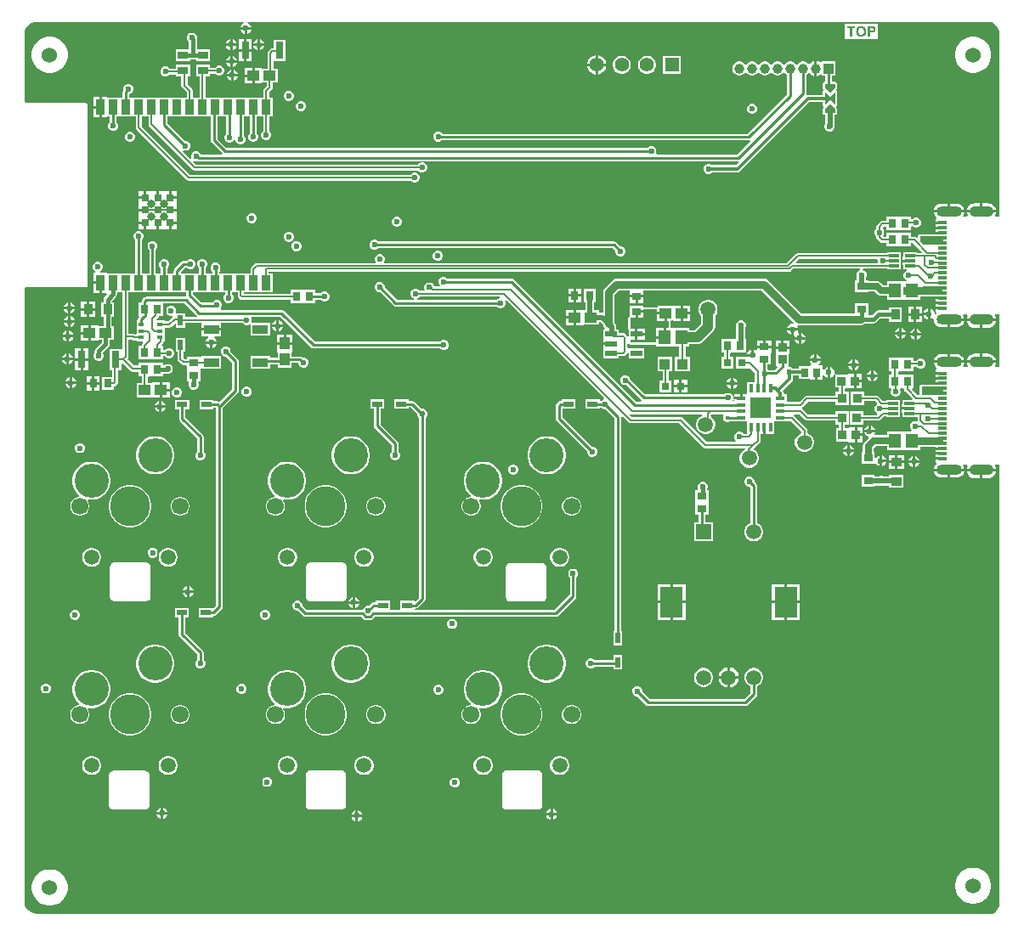
<source format=gtl>
G04*
G04 #@! TF.GenerationSoftware,Altium Limited,Altium Designer,25.4.2 (15)*
G04*
G04 Layer_Physical_Order=1*
G04 Layer_Color=255*
%FSLAX44Y44*%
%MOMM*%
G71*
G04*
G04 #@! TF.SameCoordinates,99B82A19-3900-4842-934D-00B4288F025C*
G04*
G04*
G04 #@! TF.FilePolarity,Positive*
G04*
G01*
G75*
%ADD10C,0.2500*%
%ADD11C,0.2000*%
%ADD15C,0.4000*%
%ADD16R,1.2084X1.0121*%
%ADD17R,1.5000X0.9000*%
%ADD18R,1.0000X0.5000*%
%ADD19R,0.8000X0.8000*%
%ADD20R,0.9000X1.5000*%
%ADD21R,1.0000X0.8000*%
%ADD22R,0.5000X1.0000*%
%ADD23R,0.8000X0.9500*%
%ADD24R,1.2549X1.4562*%
%ADD25R,1.0121X0.8621*%
%ADD26R,0.9000X0.8000*%
%ADD27R,0.8621X1.0121*%
%ADD28R,0.9000X0.3000*%
%ADD29R,0.8582X0.8563*%
%ADD30R,0.9000X0.7500*%
%ADD31R,0.9900X0.3000*%
%ADD32R,0.7500X0.9000*%
%ADD33R,0.3500X0.8500*%
%ADD34R,0.8500X0.3500*%
%ADD35R,2.1500X2.1500*%
%ADD36C,1.5000*%
%ADD37R,0.9565X0.9621*%
%ADD38R,0.8500X0.9500*%
%ADD39R,0.8000X0.8000*%
%ADD40R,1.1500X0.6000*%
%ADD41R,0.8000X0.9000*%
%ADD42R,1.0587X1.0121*%
%ADD43R,0.9000X0.8000*%
%ADD44R,0.8000X1.7000*%
%ADD45R,0.9500X0.8000*%
%ADD46R,1.0121X1.2084*%
%ADD47R,0.5000X0.4000*%
G04:AMPARAMS|DCode=75|XSize=1mm|YSize=2.55mm|CornerRadius=0.5mm|HoleSize=0mm|Usage=FLASHONLY|Rotation=90.000|XOffset=0mm|YOffset=0mm|HoleType=Round|Shape=RoundedRectangle|*
%AMROUNDEDRECTD75*
21,1,1.0000,1.5500,0,0,90.0*
21,1,0.0000,2.5500,0,0,90.0*
1,1,1.0000,0.7750,0.0000*
1,1,1.0000,0.7750,0.0000*
1,1,1.0000,-0.7750,0.0000*
1,1,1.0000,-0.7750,0.0000*
%
%ADD75ROUNDEDRECTD75*%
G04:AMPARAMS|DCode=76|XSize=1.1mm|YSize=2.4mm|CornerRadius=0.55mm|HoleSize=0mm|Usage=FLASHONLY|Rotation=90.000|XOffset=0mm|YOffset=0mm|HoleType=Round|Shape=RoundedRectangle|*
%AMROUNDEDRECTD76*
21,1,1.1000,1.3000,0,0,90.0*
21,1,0.0000,2.4000,0,0,90.0*
1,1,1.1000,0.6500,0.0000*
1,1,1.1000,0.6500,0.0000*
1,1,1.1000,-0.6500,0.0000*
1,1,1.1000,-0.6500,0.0000*
%
%ADD76ROUNDEDRECTD76*%
%AMCUSTOMSHAPE80*
4,1,6,-0.5080,0.6350,-0.5080,-0.6350,0.0000,-0.1270,0.5080,-0.6350,0.5080,0.6350,0.0000,0.1270,-0.5080,0.6350,0.0*%
%ADD80CUSTOMSHAPE80*%

%AMCUSTOMSHAPE81*
4,1,5,0.5080,-0.4445,-0.5080,-0.4445,-0.5080,-0.0635,0.0000,0.4445,0.5080,-0.0635,0.5080,-0.4445,0.0*%
%ADD81CUSTOMSHAPE81*%

%AMCUSTOMSHAPE82*
4,1,5,-0.5080,0.4445,0.5080,0.4445,0.5080,0.0635,0.0000,-0.4445,-0.5080,0.0635,-0.5080,0.4445,0.0*%
%ADD82CUSTOMSHAPE82*%

%ADD83C,0.5000*%
%ADD84C,0.2540*%
%ADD85C,0.7500*%
%ADD86C,0.1500*%
%ADD87C,0.5500*%
%ADD88C,0.6500*%
%ADD89C,0.3000*%
%ADD90C,1.0000*%
%ADD91C,3.4000*%
%ADD92C,1.7000*%
%ADD93C,3.9878*%
%ADD94C,1.5080*%
%ADD95C,1.4000*%
%ADD96R,1.4000X1.4000*%
%ADD97R,2.3000X3.1000*%
%ADD98R,1.5000X1.5000*%
%ADD99C,1.5240*%
%ADD100C,1.0000*%
%ADD101R,1.0000X1.0000*%
%ADD102C,0.6000*%
%ADD103C,0.8000*%
%ADD104C,0.4500*%
G36*
X938470Y862527D02*
X940927Y860886D01*
X943016Y858796D01*
X944658Y856340D01*
X945789Y853610D01*
X946365Y850712D01*
Y849235D01*
Y668789D01*
X942321D01*
X942154Y669128D01*
X941820Y670059D01*
X942583Y671901D01*
X942692Y672730D01*
X928250D01*
Y674000D01*
D01*
Y672730D01*
X913808D01*
X913917Y671901D01*
X914680Y670059D01*
X914346Y669128D01*
X914179Y668789D01*
X910641D01*
X910079Y669928D01*
X910286Y670198D01*
X911046Y672032D01*
X911138Y672730D01*
X895950D01*
X880762D01*
X880854Y672032D01*
X881614Y670198D01*
X882822Y668622D01*
X883881Y667810D01*
X883450Y666540D01*
X882710D01*
Y663770D01*
X889750D01*
Y661230D01*
X882710D01*
Y658770D01*
X889750D01*
Y656230D01*
X882710D01*
Y653770D01*
X889750D01*
Y651230D01*
X882710D01*
Y651038D01*
X867216Y651004D01*
X866827Y650926D01*
X866440Y650849D01*
X866438Y650847D01*
X866436Y650847D01*
X866109Y650628D01*
X865779Y650407D01*
X865777Y650405D01*
X865776Y650403D01*
X865557Y650075D01*
X865337Y649745D01*
X865336Y649743D01*
X865335Y649741D01*
X865258Y649350D01*
X865181Y648965D01*
Y647940D01*
X864008Y647454D01*
X863661Y647801D01*
X862669Y648464D01*
X861498Y648697D01*
X861498Y648697D01*
X858286D01*
Y652389D01*
X847056D01*
X846286Y652389D01*
X845016Y652389D01*
X833786D01*
Y648697D01*
X831079D01*
X830518Y649932D01*
X830669Y650084D01*
X831430Y651921D01*
Y653911D01*
X830669Y655748D01*
X829489Y656928D01*
Y657220D01*
X830929Y658660D01*
X833856D01*
Y654969D01*
X845086D01*
X845855Y654969D01*
X847125Y654969D01*
X858355D01*
Y658483D01*
X859625Y659009D01*
X860400Y658234D01*
X862238Y657473D01*
X864227D01*
X866065Y658234D01*
X867471Y659641D01*
X868233Y661479D01*
Y663468D01*
X867471Y665305D01*
X866065Y666712D01*
X864227Y667473D01*
X862238D01*
X860400Y666712D01*
X859625Y665937D01*
X858355Y666463D01*
Y668469D01*
X847125D01*
X846356Y668469D01*
X845086Y668469D01*
X833856D01*
Y664778D01*
X829662D01*
X829662Y664778D01*
X828492Y664545D01*
X827499Y663882D01*
X827499Y663882D01*
X824268Y660650D01*
X823604Y659657D01*
X823372Y658487D01*
X823372Y658487D01*
Y656928D01*
X822191Y655748D01*
X821430Y653911D01*
Y651921D01*
X822191Y650084D01*
X823428Y648848D01*
Y648487D01*
X823428Y648487D01*
X823661Y647316D01*
X824324Y646324D01*
X827172Y643476D01*
X827172Y643476D01*
X828164Y642813D01*
X829335Y642580D01*
X833786D01*
Y638889D01*
X845016D01*
X845786Y638889D01*
X847056Y638889D01*
X858286D01*
Y642580D01*
X860231D01*
X869482Y633328D01*
X868996Y632155D01*
X864110D01*
Y633010D01*
X850210D01*
Y628550D01*
X849670D01*
Y625780D01*
X857160D01*
Y623240D01*
X849670D01*
Y620470D01*
X850210D01*
Y616010D01*
X853736D01*
X853988Y614740D01*
X853033Y614344D01*
X851626Y612938D01*
X850865Y611100D01*
Y609111D01*
X851626Y607273D01*
X853033Y605867D01*
X853909Y605504D01*
X853656Y604234D01*
X834151D01*
Y600305D01*
X830711D01*
X828021Y602995D01*
X826284Y604156D01*
X824236Y604563D01*
X815530D01*
Y605210D01*
X813515D01*
Y608851D01*
X813824Y609597D01*
Y611586D01*
X813063Y613424D01*
X811657Y614831D01*
X810194Y615436D01*
X810447Y616706D01*
X827839D01*
X828040Y616666D01*
X832199D01*
X832400Y616706D01*
X834110D01*
Y616010D01*
X848010D01*
Y621010D01*
Y633010D01*
X834110D01*
Y632314D01*
X745575D01*
X744502Y632100D01*
X743592Y631493D01*
X734112Y622012D01*
X333432D01*
X332906Y623282D01*
X333119Y623495D01*
X333880Y625333D01*
Y627322D01*
X333119Y629160D01*
X331712Y630567D01*
X329875Y631328D01*
X327886D01*
X326048Y630567D01*
X324641Y629160D01*
X323880Y627322D01*
Y625333D01*
X324641Y623495D01*
X324855Y623282D01*
X324329Y622012D01*
X206003D01*
X204930Y621799D01*
X204020Y621191D01*
X200982Y618152D01*
X200374Y617242D01*
X200160Y616169D01*
Y612303D01*
X168567D01*
Y614002D01*
X169471Y614907D01*
X170233Y616745D01*
Y618734D01*
X169471Y620572D01*
X168065Y621978D01*
X166227Y622739D01*
X164238D01*
X162400Y621978D01*
X160994Y620572D01*
X160233Y618734D01*
Y616745D01*
X160994Y614907D01*
X161899Y614002D01*
Y612303D01*
X155478D01*
Y617735D01*
X156403Y618661D01*
X157164Y620498D01*
Y622487D01*
X156403Y624325D01*
X154997Y625732D01*
X153159Y626493D01*
X151170D01*
X149332Y625732D01*
X147925Y624325D01*
X147164Y622487D01*
Y620498D01*
X147925Y618661D01*
X148851Y617735D01*
Y612303D01*
X131211D01*
X130685Y613573D01*
X135023Y617912D01*
X136673D01*
X137569Y617016D01*
X139406Y616255D01*
X141396D01*
X143233Y617016D01*
X144640Y618423D01*
X145401Y620261D01*
Y622250D01*
X144640Y624087D01*
X143233Y625494D01*
X141396Y626255D01*
X139406D01*
X137569Y625494D01*
X136614Y624539D01*
X133651D01*
X132383Y624287D01*
X131308Y623568D01*
X124421Y616682D01*
X123703Y615607D01*
X123451Y614338D01*
Y612303D01*
X117378D01*
Y617310D01*
X118303Y618235D01*
X119064Y620073D01*
Y622062D01*
X118303Y623899D01*
X116896Y625306D01*
X115059Y626067D01*
X113070D01*
X111232Y625306D01*
X109825Y623899D01*
X109064Y622062D01*
Y620073D01*
X109825Y618235D01*
X110751Y617310D01*
Y612303D01*
X105792D01*
Y635630D01*
X106718Y636555D01*
X107479Y638393D01*
Y640382D01*
X106718Y642220D01*
X105311Y643626D01*
X103473Y644387D01*
X101484D01*
X99647Y643626D01*
X98240Y642220D01*
X97479Y640382D01*
Y638393D01*
X98240Y636555D01*
X99165Y635630D01*
Y612303D01*
X91779D01*
Y645390D01*
X92704Y646316D01*
X93465Y648153D01*
Y650143D01*
X92704Y651980D01*
X91298Y653387D01*
X89460Y654148D01*
X87471D01*
X85633Y653387D01*
X84227Y651980D01*
X83465Y650143D01*
Y648153D01*
X84227Y646316D01*
X85152Y645390D01*
Y612303D01*
X57604D01*
Y612843D01*
X50667D01*
X50415Y614113D01*
X50777Y614263D01*
X52183Y615670D01*
X52945Y617507D01*
Y619496D01*
X52183Y621334D01*
X50777Y622741D01*
X48939Y623502D01*
X46950D01*
X45112Y622741D01*
X43706Y621334D01*
X42945Y619496D01*
Y617507D01*
X43706Y615670D01*
X45112Y614263D01*
X45475Y614113D01*
X45222Y612843D01*
X43524D01*
Y604073D01*
X50564D01*
Y602803D01*
X51834D01*
Y592763D01*
X56722D01*
X57249Y591493D01*
X54777Y589021D01*
X53893Y587698D01*
X53582Y586137D01*
X53582Y586137D01*
Y583200D01*
X51350D01*
Y569078D01*
X53582D01*
Y559715D01*
X48389D01*
Y560255D01*
X41077D01*
Y552654D01*
Y545053D01*
X48389D01*
Y545593D01*
X51766D01*
Y543110D01*
X46101Y537445D01*
X45217Y536122D01*
X44906Y534561D01*
X44906Y534561D01*
Y532895D01*
X44746Y532734D01*
X43985Y530896D01*
Y528907D01*
X44746Y527070D01*
X46152Y525663D01*
X47990Y524902D01*
X49979D01*
X51817Y525663D01*
X53224Y527070D01*
X53985Y528907D01*
Y530896D01*
X53224Y532734D01*
X53075Y532883D01*
X58728Y538536D01*
X59612Y539859D01*
X59922Y541420D01*
X59922Y541420D01*
Y545593D01*
X63886D01*
Y559715D01*
X61739D01*
Y569078D01*
X63971D01*
Y583200D01*
X61791D01*
X61761Y584470D01*
X65923Y588633D01*
X65924Y588633D01*
X66808Y589956D01*
X67118Y591516D01*
Y593303D01*
X72404D01*
Y549073D01*
Y537686D01*
X71902Y536623D01*
X59902D01*
Y515623D01*
X62181D01*
Y509021D01*
X52274D01*
Y496021D01*
X64274D01*
Y499503D01*
X65239Y499695D01*
X66231Y500358D01*
X67403Y501529D01*
X67403Y501529D01*
X68066Y502522D01*
X68299Y503692D01*
X68298Y503692D01*
Y515623D01*
X71902D01*
Y521778D01*
X73172Y522305D01*
X80457Y515020D01*
X80457Y515020D01*
X81450Y514356D01*
X82620Y514124D01*
X82620Y514124D01*
X88564D01*
Y509804D01*
X91506D01*
Y502902D01*
X86821D01*
Y488780D01*
X102319D01*
Y488240D01*
X109630D01*
Y495841D01*
Y503442D01*
X102319D01*
Y502902D01*
X97623D01*
Y508906D01*
X98521Y509804D01*
X100564Y509804D01*
X101834Y509804D01*
X113064D01*
Y512476D01*
X115076D01*
X116821Y511753D01*
X118811D01*
X120648Y512514D01*
X122055Y513921D01*
X122816Y515758D01*
Y517747D01*
X122055Y519585D01*
X120648Y520992D01*
X118811Y521753D01*
X116821D01*
X114984Y520992D01*
X114625Y520633D01*
X113064D01*
Y523304D01*
X101834D01*
X101064Y523304D01*
X99794Y523304D01*
X88564D01*
Y520241D01*
X83887D01*
X78378Y525750D01*
X77625Y526735D01*
X78288Y527727D01*
X78521Y528898D01*
X78521Y528898D01*
Y546015D01*
X82064D01*
X82131Y545948D01*
X83123Y545285D01*
X84293Y545052D01*
X84294Y545052D01*
X86572D01*
Y544111D01*
X92587D01*
X93074Y542938D01*
X92472Y542336D01*
X91809Y541344D01*
X91576Y540173D01*
X90360Y539880D01*
X88518D01*
Y526381D01*
X100518D01*
Y526380D01*
X101018D01*
Y526381D01*
X113018D01*
Y529568D01*
X114989D01*
X116169Y528388D01*
X118007Y527626D01*
X119996D01*
X121834Y528388D01*
X123240Y529794D01*
X124002Y531632D01*
Y533621D01*
X123240Y535459D01*
X121834Y536865D01*
X119996Y537626D01*
X118007D01*
X116169Y536865D01*
X114989Y535685D01*
X113018D01*
Y539880D01*
X112083D01*
X111596Y541054D01*
X112662Y542120D01*
X113325Y543112D01*
X113524Y544111D01*
X114572D01*
Y550611D01*
Y558052D01*
X119116D01*
X119116Y558052D01*
X120287Y558285D01*
X121279Y558948D01*
X124569Y562238D01*
X125839Y561712D01*
Y558029D01*
X134839D01*
Y562490D01*
X150926D01*
Y557643D01*
X160966D01*
X171006D01*
Y562490D01*
X192414D01*
X193594Y561310D01*
X195431Y560549D01*
X197420D01*
X199258Y561310D01*
X199292Y561344D01*
X200466Y560858D01*
Y549873D01*
X219466D01*
Y562873D01*
X201872D01*
X201167Y563929D01*
X201426Y564554D01*
Y566543D01*
X200855Y567922D01*
X201513Y569192D01*
X229578D01*
X260577Y538194D01*
X261652Y537476D01*
X262920Y537223D01*
X388985D01*
X389911Y536298D01*
X391748Y535537D01*
X393737D01*
X395575Y536298D01*
X396982Y537705D01*
X397743Y539542D01*
Y541531D01*
X396982Y543369D01*
X395575Y544776D01*
X393737Y545537D01*
X391748D01*
X389911Y544776D01*
X388985Y543851D01*
X264292D01*
X233294Y574849D01*
X232219Y575567D01*
X230951Y575819D01*
X171007D01*
X170481Y577089D01*
X171066Y577674D01*
X171827Y579512D01*
Y581501D01*
X171066Y583339D01*
X169659Y584745D01*
X167822Y585506D01*
X165832D01*
X163995Y584745D01*
X162588Y583339D01*
X162453Y583011D01*
X151315D01*
X142778Y591548D01*
Y593303D01*
X174790D01*
Y591464D01*
X173885Y590559D01*
X173124Y588722D01*
Y586732D01*
X173885Y584895D01*
X175292Y583488D01*
X177129Y582727D01*
X179118D01*
X180956Y583488D01*
X182363Y584895D01*
X183124Y586732D01*
Y588722D01*
X182363Y590559D01*
X181458Y591464D01*
Y593303D01*
X187206D01*
Y589962D01*
X187205Y589962D01*
X187438Y588791D01*
X188101Y587799D01*
X189273Y586627D01*
X189273Y586627D01*
X190265Y585964D01*
X191436Y585731D01*
X191436Y585731D01*
X240046D01*
Y582040D01*
X251276D01*
X252045Y582040D01*
X253316Y582040D01*
X264545D01*
Y585476D01*
X270528D01*
X271190Y584814D01*
X273028Y584053D01*
X275017D01*
X276855Y584814D01*
X278261Y586221D01*
X279022Y588059D01*
Y590048D01*
X278261Y591886D01*
X276855Y593292D01*
X275017Y594053D01*
X273028D01*
X271190Y593292D01*
X270002Y592104D01*
X264545D01*
Y595540D01*
X253316D01*
X252546Y595540D01*
X251276Y595540D01*
X240046D01*
Y591849D01*
X193323D01*
Y593303D01*
X222164D01*
Y612303D01*
X218468D01*
Y613888D01*
X736655D01*
X737728Y614102D01*
X738637Y614710D01*
X740634Y616706D01*
X807202D01*
X807454Y615436D01*
X805992Y614831D01*
X804585Y613424D01*
X803824Y611586D01*
Y609597D01*
X804339Y608355D01*
Y605210D01*
X802530D01*
Y593210D01*
X815530D01*
Y593857D01*
X822019D01*
X824709Y591167D01*
X826445Y590007D01*
X828494Y589600D01*
X834151D01*
Y585672D01*
X867213D01*
Y589020D01*
X882710D01*
Y588770D01*
X889750D01*
Y586230D01*
X882710D01*
Y583770D01*
X889750D01*
Y581230D01*
X882710D01*
Y578770D01*
X889750D01*
Y576230D01*
X882710D01*
Y573460D01*
X883450D01*
X883881Y572190D01*
X882822Y571378D01*
X882758Y571294D01*
X881488Y571725D01*
Y572570D01*
X880645Y574607D01*
X879086Y576165D01*
X877218Y576939D01*
Y571469D01*
Y565998D01*
X879086Y566772D01*
X879466Y567151D01*
X880668Y566558D01*
X880595Y566000D01*
X880854Y564032D01*
X881614Y562197D01*
X882822Y560622D01*
X884398Y559414D01*
X886232Y558654D01*
X888200Y558395D01*
X894680D01*
Y566000D01*
X895950D01*
Y567270D01*
X911138D01*
X911046Y567968D01*
X910286Y569803D01*
X910079Y570072D01*
X910641Y571211D01*
X914179D01*
X914346Y570872D01*
X914680Y569941D01*
X913917Y568099D01*
X913808Y567270D01*
X928250D01*
X942692D01*
X942583Y568099D01*
X941820Y569941D01*
X942154Y570872D01*
X942321Y571211D01*
X946365D01*
Y518789D01*
X942321D01*
X942154Y519128D01*
X941820Y520059D01*
X942583Y521901D01*
X942692Y522730D01*
X928250D01*
Y524000D01*
D01*
Y522730D01*
X913808D01*
X913917Y521901D01*
X914680Y520059D01*
X914346Y519128D01*
X914179Y518789D01*
X910641D01*
X910079Y519928D01*
X910286Y520197D01*
X911046Y522032D01*
X911138Y522730D01*
X895950D01*
X880762D01*
X880854Y522032D01*
X881614Y520197D01*
X882822Y518622D01*
X883881Y517810D01*
X883450Y516540D01*
X882710D01*
Y513770D01*
X889750D01*
Y511230D01*
X882710D01*
Y508770D01*
X889750D01*
Y506230D01*
X882710D01*
Y503770D01*
X889750D01*
Y501230D01*
X882710D01*
Y501147D01*
X868838Y501116D01*
X868449Y501038D01*
X868062Y500961D01*
X868060Y500960D01*
X868058Y500960D01*
X867731Y500740D01*
X867401Y500519D01*
X867399Y500517D01*
X867398Y500516D01*
X867179Y500188D01*
X866959Y499858D01*
X866958Y499855D01*
X866957Y499854D01*
X866880Y499462D01*
X866804Y499077D01*
Y491250D01*
X866568Y490962D01*
X864633D01*
X859296Y496299D01*
X859782Y497472D01*
X860572D01*
Y510972D01*
X849342D01*
X848572Y510972D01*
X847302Y510972D01*
X845131D01*
Y513716D01*
X846029Y514614D01*
X848221Y514614D01*
X849491Y514614D01*
X860721D01*
Y518887D01*
X863662D01*
X864842Y517707D01*
X866680Y516946D01*
X868669D01*
X870507Y517707D01*
X871914Y519114D01*
X872675Y520952D01*
Y522941D01*
X871914Y524779D01*
X870507Y526185D01*
X868669Y526946D01*
X866680D01*
X864842Y526185D01*
X863662Y525005D01*
X860721D01*
Y528115D01*
X849491D01*
X848721Y528115D01*
X847451Y528115D01*
X836221D01*
Y514614D01*
X839013D01*
Y510972D01*
X836072D01*
Y497472D01*
X837467D01*
X838288Y496202D01*
X837832Y495102D01*
Y493113D01*
X838593Y491275D01*
X840000Y489869D01*
X841837Y489107D01*
X843826D01*
X845664Y489869D01*
X847071Y491275D01*
X847832Y493113D01*
Y495102D01*
X847376Y496202D01*
X848072Y497472D01*
X849342Y497472D01*
X850620D01*
X851513Y496698D01*
X851746Y495527D01*
X852409Y494535D01*
X859711Y487233D01*
X859225Y486060D01*
X849725D01*
Y481600D01*
X849185D01*
Y478830D01*
X856675D01*
Y476290D01*
X849185D01*
Y473520D01*
X849725D01*
Y469060D01*
X863625D01*
Y469060D01*
X864890Y469048D01*
Y465940D01*
X864957Y465603D01*
X863844Y464690D01*
X863087Y465003D01*
X861098D01*
X859261Y464242D01*
X857854Y462835D01*
X857093Y460998D01*
Y459008D01*
X857854Y457171D01*
X858925Y456100D01*
X858450Y454830D01*
X834151D01*
Y450902D01*
X829125D01*
X828934Y450981D01*
X826944D01*
X826753Y450902D01*
X822607D01*
X821958Y452172D01*
X822549Y453597D01*
X811608D01*
X812382Y451729D01*
X813940Y450170D01*
X815486Y449530D01*
X815906Y448153D01*
X811615Y443862D01*
X810454Y442126D01*
X810047Y440077D01*
Y434303D01*
X808900D01*
Y422303D01*
X821681D01*
X821900Y422303D01*
X823113Y422166D01*
X823249Y421837D01*
X824808Y420279D01*
X826676Y419505D01*
Y424975D01*
Y430446D01*
X824808Y429672D01*
X823249Y428113D01*
X823170Y427922D01*
X821900Y428175D01*
Y434303D01*
X820753D01*
Y437860D01*
X823089Y440196D01*
X834151D01*
Y436268D01*
X867213D01*
Y439002D01*
X882710D01*
Y438770D01*
X889750D01*
Y436230D01*
X882710D01*
Y433770D01*
X889750D01*
Y431230D01*
X882710D01*
Y428770D01*
X889750D01*
Y426230D01*
X882710D01*
Y423460D01*
X883450D01*
X883881Y422190D01*
X882822Y421378D01*
X881614Y419803D01*
X880854Y417968D01*
X880762Y417270D01*
X895950D01*
X911138D01*
X911046Y417968D01*
X910286Y419803D01*
X910079Y420072D01*
X910641Y421211D01*
X914179D01*
X914346Y420872D01*
X914680Y419941D01*
X913917Y418099D01*
X913808Y417270D01*
X928250D01*
X942692D01*
X942583Y418099D01*
X941820Y419941D01*
X942154Y420872D01*
X942321Y421211D01*
X946365D01*
Y408275D01*
X946365Y-12329D01*
Y-15455D01*
X945789Y-18353D01*
X944658Y-21083D01*
X943016Y-23540D01*
X940927Y-25629D01*
X940560Y-25874D01*
X939057Y-26173D01*
X-12181D01*
X-13458Y-26173D01*
X-15962Y-25675D01*
X-18321Y-24698D01*
X-20443Y-23280D01*
X-22249Y-21474D01*
X-23667Y-19352D01*
X-24644Y-16993D01*
X-25142Y-14489D01*
Y-13212D01*
X-25169Y597135D01*
X-24843Y597577D01*
X-23900Y598264D01*
X35664D01*
X36445Y598419D01*
X37106Y598861D01*
X37548Y599523D01*
X37703Y600303D01*
Y780303D01*
X37548Y781083D01*
X37106Y781745D01*
X36445Y782187D01*
X35664Y782342D01*
X-24336D01*
X-25178Y783470D01*
X-25181Y850000D01*
Y851277D01*
X-24683Y853781D01*
X-23706Y856139D01*
X-22287Y858262D01*
X-20482Y860068D01*
X-18359Y861486D01*
X-16000Y862463D01*
X-13496Y862961D01*
X193447D01*
X193700Y861691D01*
X192174Y861059D01*
X190616Y859501D01*
X189842Y857632D01*
X200783D01*
X200009Y859501D01*
X198451Y861059D01*
X196925Y861691D01*
X197178Y862961D01*
X937424D01*
X938470Y862527D01*
D02*
G37*
G36*
X883250Y649000D02*
Y649000D01*
X889924D01*
Y641141D01*
X870321D01*
X867221Y644242D01*
Y648965D01*
X883250Y649000D01*
X883250Y649000D01*
D02*
G37*
G36*
X825189Y625650D02*
X825120Y625485D01*
Y623495D01*
X825172Y623370D01*
X824466Y622314D01*
X744003D01*
X743517Y623487D01*
X746736Y626706D01*
X824483D01*
X825189Y625650D01*
D02*
G37*
G36*
X889701Y598034D02*
Y591059D01*
X850682D01*
Y598846D01*
X888802Y598931D01*
X889701Y598034D01*
D02*
G37*
G36*
X136151Y590176D02*
X136180Y590030D01*
X135988Y589655D01*
X135128Y588857D01*
X135119Y588854D01*
X96183D01*
X94915Y588602D01*
X93840Y587884D01*
X92507Y586550D01*
X91788Y585475D01*
X91536Y584207D01*
Y583571D01*
X88850D01*
Y570071D01*
X88850D01*
X89334Y568902D01*
X88729Y568297D01*
X88011Y567222D01*
X87759Y565954D01*
Y565111D01*
X86572D01*
Y557111D01*
Y551793D01*
X86311Y551658D01*
X85302Y551364D01*
X84501Y551899D01*
X83331Y552132D01*
X83331Y552132D01*
X78521D01*
Y593303D01*
X136151D01*
Y590176D01*
D02*
G37*
G36*
X146273Y570163D02*
X146700Y569878D01*
X146315Y568608D01*
X134839D01*
Y572029D01*
X126658D01*
X125803Y573285D01*
X126115Y574037D01*
Y576026D01*
X125354Y577864D01*
X123947Y579270D01*
X122110Y580032D01*
X120120D01*
X118283Y579270D01*
X116876Y577864D01*
X116115Y576026D01*
Y574037D01*
X116876Y572199D01*
X118283Y570793D01*
X120120Y570032D01*
X122110D01*
X122650Y568881D01*
X122380Y568700D01*
X122380Y568700D01*
X117849Y564170D01*
X114572D01*
Y565111D01*
X106813D01*
X106287Y566381D01*
X107986Y568079D01*
X108649Y569072D01*
X108848Y570071D01*
X113350D01*
Y582227D01*
X134209D01*
X146273Y570163D01*
D02*
G37*
G36*
X883250Y499000D02*
Y499000D01*
X889924D01*
Y491250D01*
X868843D01*
Y499077D01*
X883141Y499109D01*
X883250Y499000D01*
D02*
G37*
G36*
X889924Y448017D02*
Y441042D01*
X858938D01*
Y448847D01*
X889025Y448914D01*
X889924Y448017D01*
D02*
G37*
%LPC*%
G36*
X200783Y855092D02*
X196583D01*
Y850892D01*
X198451Y851666D01*
X200009Y853224D01*
X200783Y855092D01*
D02*
G37*
G36*
X194043D02*
X189842D01*
X190616Y853224D01*
X192174Y851666D01*
X194043Y850892D01*
Y855092D01*
D02*
G37*
G36*
X824940Y860630D02*
X792478D01*
Y845997D01*
X824940D01*
Y860630D01*
D02*
G37*
G36*
X182095Y845752D02*
Y841552D01*
X186296D01*
X185522Y843420D01*
X183964Y844978D01*
X182095Y845752D01*
D02*
G37*
G36*
X179555D02*
X177687Y844978D01*
X176129Y843420D01*
X175355Y841552D01*
X179555D01*
Y845752D01*
D02*
G37*
G36*
X209746Y845363D02*
Y841162D01*
X213946D01*
X213172Y843030D01*
X211614Y844589D01*
X209746Y845363D01*
D02*
G37*
G36*
X207206D02*
X205338Y844589D01*
X203779Y843030D01*
X203006Y841162D01*
X207206D01*
Y845363D01*
D02*
G37*
G36*
X201430Y845409D02*
X196160D01*
Y835639D01*
X201430D01*
Y845409D01*
D02*
G37*
G36*
X193620D02*
X188350D01*
Y835639D01*
X193620D01*
Y845409D01*
D02*
G37*
G36*
X186296Y839012D02*
X182095D01*
Y834811D01*
X183964Y835585D01*
X185522Y837144D01*
X186296Y839012D01*
D02*
G37*
G36*
X179555D02*
X175355D01*
X176129Y837144D01*
X177687Y835585D01*
X179555Y834811D01*
Y839012D01*
D02*
G37*
G36*
X213946Y838622D02*
X209746D01*
Y834422D01*
X211614Y835196D01*
X213172Y836754D01*
X213946Y838622D01*
D02*
G37*
G36*
X207206D02*
X203006D01*
X203779Y836754D01*
X205338Y835196D01*
X207206Y834422D01*
Y838622D01*
D02*
G37*
G36*
X182641Y828928D02*
Y824728D01*
X186841D01*
X186067Y826596D01*
X184509Y828154D01*
X182641Y828928D01*
D02*
G37*
G36*
X180101D02*
X178232Y828154D01*
X176674Y826596D01*
X175900Y824728D01*
X180101D01*
Y828928D01*
D02*
G37*
G36*
X142727Y851953D02*
X140737D01*
X138900Y851192D01*
X137493Y849785D01*
X136732Y847947D01*
Y845958D01*
X137493Y844121D01*
X138828Y842785D01*
Y835599D01*
X125829D01*
Y823598D01*
X139829D01*
Y825458D01*
X145985D01*
Y823475D01*
X159985D01*
Y835475D01*
X146985D01*
Y845778D01*
X146985Y845778D01*
X146732Y847051D01*
Y847947D01*
X145971Y849785D01*
X144564Y851192D01*
X142727Y851953D01*
D02*
G37*
G36*
X201430Y833099D02*
X196160D01*
Y823329D01*
X201430D01*
Y833099D01*
D02*
G37*
G36*
X193620D02*
X188350D01*
Y823329D01*
X193620D01*
Y833099D01*
D02*
G37*
G36*
X546270Y829536D02*
Y821270D01*
X554536D01*
X553890Y823682D01*
X552634Y825858D01*
X550858Y827634D01*
X548682Y828890D01*
X546270Y829536D01*
D02*
G37*
G36*
X543730D02*
X541318Y828890D01*
X539142Y827634D01*
X537366Y825858D01*
X536110Y823682D01*
X535464Y821270D01*
X543730D01*
Y829536D01*
D02*
G37*
G36*
X186841Y822188D02*
X182641D01*
Y817987D01*
X184509Y818761D01*
X186067Y820320D01*
X186841Y822188D01*
D02*
G37*
G36*
X180101D02*
X175900D01*
X176674Y820320D01*
X178232Y818761D01*
X180101Y817987D01*
Y822188D01*
D02*
G37*
G36*
X234890Y844869D02*
X222890D01*
Y836500D01*
X221866D01*
X220695Y836267D01*
X219703Y835604D01*
X219703Y835604D01*
X217927Y833829D01*
X217264Y832836D01*
X217031Y831666D01*
X217031Y831666D01*
Y816235D01*
X211698D01*
Y816775D01*
X204386D01*
Y809174D01*
Y801573D01*
X211698D01*
Y802113D01*
X216189D01*
Y799077D01*
X213501Y796389D01*
X212838Y795397D01*
X212605Y794227D01*
X212605Y794226D01*
Y787303D01*
X155223D01*
Y808475D01*
X159985D01*
Y811104D01*
X165016D01*
X166196Y809924D01*
X168034Y809162D01*
X170023D01*
X171860Y809924D01*
X173267Y811330D01*
X174028Y813168D01*
Y815157D01*
X173267Y816995D01*
X171860Y818401D01*
X170023Y819162D01*
X168034D01*
X166196Y818401D01*
X165016Y817221D01*
X159985D01*
Y820475D01*
X145985D01*
Y808475D01*
X149106D01*
Y787303D01*
X142523D01*
Y794195D01*
X142290Y795365D01*
X141627Y796358D01*
X141627Y796358D01*
X137372Y800613D01*
Y808598D01*
X139829D01*
Y820599D01*
X125829D01*
Y816315D01*
X119225D01*
X118045Y817495D01*
X116208Y818256D01*
X114219D01*
X112381Y817495D01*
X110974Y816089D01*
X110213Y814251D01*
Y812262D01*
X110974Y810424D01*
X112381Y809017D01*
X114219Y808256D01*
X116208D01*
X118045Y809017D01*
X119225Y810198D01*
X125829D01*
Y808598D01*
X131254D01*
Y799346D01*
X131254Y799346D01*
X131487Y798176D01*
X132150Y797183D01*
X136405Y792928D01*
Y787303D01*
X79278D01*
Y791057D01*
X81061Y791796D01*
X82467Y793202D01*
X83229Y795040D01*
Y797029D01*
X82467Y798867D01*
X81061Y800273D01*
X79223Y801034D01*
X77234D01*
X75396Y800273D01*
X73990Y798867D01*
X73229Y797029D01*
Y795040D01*
X73347Y794755D01*
X72903Y794091D01*
X72651Y792823D01*
Y787303D01*
X57604D01*
Y787843D01*
X51834D01*
Y777803D01*
Y767763D01*
X57604D01*
Y768303D01*
X59951D01*
Y762662D01*
X59056Y761767D01*
X58295Y759929D01*
Y757940D01*
X59056Y756102D01*
X60462Y754696D01*
X62300Y753935D01*
X64289D01*
X66127Y754696D01*
X67533Y756102D01*
X68295Y757940D01*
Y759929D01*
X67533Y761767D01*
X66578Y762722D01*
Y768303D01*
X85605D01*
Y757536D01*
X85605Y757536D01*
X85838Y756366D01*
X86501Y755373D01*
X136501Y705374D01*
X137493Y704711D01*
X138663Y704478D01*
X138664Y704478D01*
X359721D01*
X360901Y703298D01*
X362738Y702537D01*
X364728D01*
X366565Y703298D01*
X367972Y704705D01*
X368733Y706543D01*
Y708532D01*
X367972Y710369D01*
X366565Y711776D01*
X364728Y712537D01*
X362738D01*
X360901Y711776D01*
X359721Y710596D01*
X139930D01*
X91723Y758803D01*
Y768303D01*
X98306D01*
Y760629D01*
X98305Y760629D01*
X98538Y759458D01*
X99201Y758466D01*
X142124Y715543D01*
X143116Y714880D01*
X144287Y714647D01*
X144287Y714647D01*
X367120D01*
X368300Y713467D01*
X370138Y712706D01*
X372127D01*
X373965Y713467D01*
X375372Y714874D01*
X376133Y716712D01*
Y718701D01*
X375372Y720538D01*
X373965Y721945D01*
X372127Y722706D01*
X370138D01*
X368300Y721945D01*
X367120Y720765D01*
X145554D01*
X142982Y723336D01*
X143702Y724413D01*
X144793Y723961D01*
X146782D01*
X147369Y724204D01*
X148378Y724004D01*
X686065D01*
X686616Y722759D01*
X683846Y719988D01*
X660012D01*
X659342Y720658D01*
X657504Y721420D01*
X655515D01*
X653677Y720658D01*
X652271Y719252D01*
X651509Y717414D01*
Y715425D01*
X652271Y713587D01*
X653677Y712181D01*
X655515Y711420D01*
X657504D01*
X659342Y712181D01*
X660012Y712851D01*
X685324D01*
X686689Y713123D01*
X687847Y713896D01*
X756965Y783015D01*
X770196D01*
Y780233D01*
X770351Y779453D01*
X770793Y778791D01*
X770839Y777275D01*
X770793Y777230D01*
X770351Y776568D01*
X770196Y775788D01*
Y771978D01*
X770351Y771198D01*
X770793Y770536D01*
X771455Y770094D01*
X772235Y769939D01*
X772727D01*
Y760833D01*
X772206Y759574D01*
Y757585D01*
X772967Y755747D01*
X774373Y754341D01*
X776211Y753579D01*
X778200D01*
X780038Y754341D01*
X781444Y755747D01*
X782205Y757585D01*
Y759574D01*
X781903Y760303D01*
Y769939D01*
X782395D01*
X783176Y770094D01*
X783837Y770536D01*
X784279Y771198D01*
X784434Y771978D01*
Y775788D01*
X784434Y775788D01*
X784279Y776568D01*
X783837Y777230D01*
X783837Y777230D01*
X783792Y777275D01*
X783837Y778791D01*
X784279Y779453D01*
X784434Y780233D01*
X784434Y780233D01*
Y792933D01*
X784279Y793713D01*
X783837Y794375D01*
X783792Y795891D01*
X783837Y795936D01*
X784279Y796598D01*
X784434Y797378D01*
Y801188D01*
X784279Y801968D01*
X783837Y802630D01*
X783176Y803072D01*
X782395Y803227D01*
X779194D01*
Y809280D01*
X782880D01*
Y823280D01*
X768880D01*
Y822846D01*
X767610Y822429D01*
X766090Y823306D01*
X764450Y823746D01*
Y816280D01*
Y808814D01*
X766090Y809254D01*
X767610Y810131D01*
X768880Y809714D01*
Y809280D01*
X772566D01*
Y803227D01*
X772235D01*
X771455Y803072D01*
X770793Y802630D01*
X770351Y801968D01*
X770196Y801188D01*
Y797378D01*
X770196Y797378D01*
X770351Y796598D01*
X770793Y795936D01*
X770793Y795936D01*
X770839Y795891D01*
X770793Y794375D01*
X770351Y793713D01*
X770196Y792933D01*
X770196Y792933D01*
Y790152D01*
X755487D01*
X754846Y790024D01*
X753755Y791046D01*
X753794Y791242D01*
Y810110D01*
X754778Y810679D01*
X755706Y811606D01*
X756952Y811644D01*
X757280Y811517D01*
X758550Y810247D01*
X760270Y809254D01*
X761910Y808814D01*
Y816280D01*
Y823746D01*
X760270Y823306D01*
X758550Y822314D01*
X757280Y821043D01*
X756952Y820916D01*
X755706Y820954D01*
X754778Y821881D01*
X753182Y822803D01*
X751402Y823280D01*
X749558D01*
X747778Y822803D01*
X746182Y821881D01*
X744879Y820578D01*
X744765Y820381D01*
X743495D01*
X743381Y820578D01*
X742078Y821881D01*
X740482Y822803D01*
X738702Y823280D01*
X736858D01*
X735078Y822803D01*
X733482Y821881D01*
X732179Y820578D01*
X732065Y820381D01*
X730795D01*
X730681Y820578D01*
X729378Y821881D01*
X727782Y822803D01*
X726002Y823280D01*
X724158D01*
X722378Y822803D01*
X720782Y821881D01*
X719479Y820578D01*
X719365Y820381D01*
X718095D01*
X717981Y820578D01*
X716678Y821881D01*
X715082Y822803D01*
X713301Y823280D01*
X711458D01*
X709678Y822803D01*
X708082Y821881D01*
X706779Y820578D01*
X706665Y820381D01*
X705395D01*
X705281Y820578D01*
X703978Y821881D01*
X702382Y822803D01*
X700602Y823280D01*
X698758D01*
X696978Y822803D01*
X695382Y821881D01*
X694079Y820578D01*
X693965Y820381D01*
X692695D01*
X692581Y820578D01*
X691278Y821881D01*
X689682Y822803D01*
X687902Y823280D01*
X686059D01*
X684278Y822803D01*
X682682Y821881D01*
X681379Y820578D01*
X680457Y818982D01*
X679980Y817202D01*
Y815358D01*
X680457Y813578D01*
X681379Y811982D01*
X682682Y810679D01*
X684278Y809757D01*
X686059Y809280D01*
X687902D01*
X689682Y809757D01*
X691278Y810679D01*
X692581Y811982D01*
X692695Y812179D01*
X693965D01*
X694079Y811982D01*
X695382Y810679D01*
X696978Y809757D01*
X698758Y809280D01*
X700602D01*
X702382Y809757D01*
X703978Y810679D01*
X705281Y811982D01*
X705395Y812179D01*
X706665D01*
X706779Y811982D01*
X708082Y810679D01*
X709678Y809757D01*
X711458Y809280D01*
X713301D01*
X715082Y809757D01*
X716678Y810679D01*
X717981Y811982D01*
X718095Y812179D01*
X719365D01*
X719479Y811982D01*
X720782Y810679D01*
X722378Y809757D01*
X724158Y809280D01*
X726002D01*
X727782Y809757D01*
X729378Y810679D01*
X730681Y811982D01*
X730795Y812179D01*
X732065D01*
X732179Y811982D01*
X733482Y810679D01*
X734466Y810110D01*
Y790709D01*
X694980Y751223D01*
X391367D01*
X391336Y751296D01*
X389930Y752702D01*
X388092Y753463D01*
X386103D01*
X384265Y752702D01*
X382859Y751296D01*
X382098Y749458D01*
Y747469D01*
X382859Y745631D01*
X384265Y744225D01*
X386103Y743463D01*
X388092D01*
X389930Y744225D01*
X390301Y744595D01*
X696353D01*
X697621Y744848D01*
X698377Y743826D01*
X685182Y730631D01*
X604956D01*
X604108Y731901D01*
X604503Y732856D01*
Y734845D01*
X603742Y736683D01*
X602336Y738090D01*
X600498Y738851D01*
X598509D01*
X596671Y738090D01*
X595809Y737227D01*
X176055D01*
X167166Y746117D01*
Y768303D01*
X175807D01*
Y751169D01*
X174902Y750264D01*
X174141Y748427D01*
Y746437D01*
X174902Y744600D01*
X176308Y743193D01*
X178146Y742432D01*
X180135D01*
X181973Y743193D01*
X183379Y744600D01*
X183873Y745792D01*
X185143Y745539D01*
Y744488D01*
X185905Y742651D01*
X187311Y741244D01*
X189149Y740483D01*
X191138D01*
X192976Y741244D01*
X194382Y742651D01*
X195143Y744488D01*
Y746477D01*
X194382Y748315D01*
X193598Y749099D01*
Y768303D01*
X199651D01*
Y752096D01*
X198527Y750973D01*
X197766Y749135D01*
Y747146D01*
X198527Y745308D01*
X199934Y743901D01*
X201772Y743140D01*
X203761D01*
X205598Y743901D01*
X207005Y745308D01*
X207766Y747146D01*
Y749135D01*
X207005Y750973D01*
X206278Y751700D01*
Y768303D01*
X212605D01*
Y753897D01*
X211425Y752717D01*
X210664Y750879D01*
Y748890D01*
X211425Y747052D01*
X212832Y745646D01*
X214670Y744885D01*
X216659D01*
X218496Y745646D01*
X219903Y747052D01*
X220664Y748890D01*
Y750879D01*
X219903Y752717D01*
X218723Y753897D01*
Y768303D01*
X222164D01*
Y787303D01*
X218723D01*
Y792960D01*
X221411Y795647D01*
X221411Y795647D01*
X222074Y796640D01*
X222307Y797810D01*
X222307Y797810D01*
Y802113D01*
X227196D01*
Y816235D01*
X223149D01*
Y823869D01*
X234890D01*
Y844869D01*
D02*
G37*
G36*
X921773Y848000D02*
X918227D01*
X914750Y847308D01*
X911474Y845951D01*
X908526Y843981D01*
X906019Y841474D01*
X904049Y838526D01*
X902692Y835250D01*
X902000Y831773D01*
Y828227D01*
X902692Y824750D01*
X904049Y821474D01*
X906019Y818526D01*
X908526Y816019D01*
X911474Y814049D01*
X914750Y812692D01*
X918227Y812000D01*
X921773D01*
X925250Y812692D01*
X928526Y814049D01*
X931474Y816019D01*
X933981Y818526D01*
X935951Y821474D01*
X937308Y824750D01*
X938000Y828227D01*
Y831773D01*
X937308Y835250D01*
X935951Y838526D01*
X933981Y841474D01*
X931474Y843981D01*
X928526Y845951D01*
X925250Y847308D01*
X921773Y848000D01*
D02*
G37*
G36*
X1773D02*
X-1773D01*
X-5250Y847308D01*
X-8526Y845951D01*
X-11474Y843981D01*
X-13981Y841474D01*
X-15951Y838526D01*
X-17308Y835250D01*
X-18000Y831773D01*
Y828227D01*
X-17308Y824750D01*
X-15951Y821474D01*
X-13981Y818526D01*
X-11474Y816019D01*
X-8526Y814049D01*
X-5250Y812692D01*
X-1773Y812000D01*
X1773D01*
X5250Y812692D01*
X8526Y814049D01*
X11474Y816019D01*
X13981Y818526D01*
X15951Y821474D01*
X17308Y824750D01*
X18000Y828227D01*
Y831773D01*
X17308Y835250D01*
X15951Y838526D01*
X13981Y841474D01*
X11474Y843981D01*
X8526Y845951D01*
X5250Y847308D01*
X1773Y848000D01*
D02*
G37*
G36*
X183186Y815376D02*
Y811175D01*
X187386D01*
X186612Y813043D01*
X185054Y814602D01*
X183186Y815376D01*
D02*
G37*
G36*
X180646D02*
X178778Y814602D01*
X177219Y813043D01*
X176446Y811175D01*
X180646D01*
Y815376D01*
D02*
G37*
G36*
X629000Y829000D02*
X611000D01*
Y811000D01*
X629000D01*
Y829000D01*
D02*
G37*
G36*
X596185D02*
X593815D01*
X591526Y828387D01*
X589474Y827202D01*
X587798Y825526D01*
X586613Y823474D01*
X586000Y821185D01*
Y818815D01*
X586613Y816526D01*
X587798Y814474D01*
X589474Y812798D01*
X591526Y811613D01*
X593815Y811000D01*
X596185D01*
X598474Y811613D01*
X600526Y812798D01*
X602202Y814474D01*
X603387Y816526D01*
X604000Y818815D01*
Y821185D01*
X603387Y823474D01*
X602202Y825526D01*
X600526Y827202D01*
X598474Y828387D01*
X596185Y829000D01*
D02*
G37*
G36*
X571185D02*
X568815D01*
X566526Y828387D01*
X564474Y827202D01*
X562798Y825526D01*
X561613Y823474D01*
X561000Y821185D01*
Y818815D01*
X561613Y816526D01*
X562798Y814474D01*
X564474Y812798D01*
X566526Y811613D01*
X568815Y811000D01*
X571185D01*
X573474Y811613D01*
X575526Y812798D01*
X577202Y814474D01*
X578387Y816526D01*
X579000Y818815D01*
Y821185D01*
X578387Y823474D01*
X577202Y825526D01*
X575526Y827202D01*
X573474Y828387D01*
X571185Y829000D01*
D02*
G37*
G36*
X554536Y818730D02*
X546270D01*
Y810464D01*
X548682Y811110D01*
X550858Y812366D01*
X552634Y814142D01*
X553890Y816318D01*
X554536Y818730D01*
D02*
G37*
G36*
X543730D02*
X535464D01*
X536110Y816318D01*
X537366Y814142D01*
X539142Y812366D01*
X541318Y811110D01*
X543730Y810464D01*
Y818730D01*
D02*
G37*
G36*
X201846Y816775D02*
X194534D01*
Y810444D01*
X201846D01*
Y816775D01*
D02*
G37*
G36*
X187386Y808635D02*
X183186D01*
Y804435D01*
X185054Y805209D01*
X186612Y806767D01*
X187386Y808635D01*
D02*
G37*
G36*
X180646D02*
X176446D01*
X177219Y806767D01*
X178778Y805209D01*
X180646Y804435D01*
Y808635D01*
D02*
G37*
G36*
X201846Y807904D02*
X194534D01*
Y801573D01*
X201846D01*
Y807904D01*
D02*
G37*
G36*
X239061Y793915D02*
X237071D01*
X235234Y793154D01*
X233827Y791748D01*
X233066Y789910D01*
Y787921D01*
X233827Y786083D01*
X235234Y784677D01*
X237071Y783915D01*
X239061D01*
X240898Y784677D01*
X242305Y786083D01*
X243066Y787921D01*
Y789910D01*
X242305Y791748D01*
X240898Y793154D01*
X239061Y793915D01*
D02*
G37*
G36*
X49294Y787843D02*
X43524D01*
Y779073D01*
X49294D01*
Y787843D01*
D02*
G37*
G36*
X251468Y783769D02*
X249479D01*
X247641Y783007D01*
X246235Y781601D01*
X245473Y779763D01*
Y777774D01*
X246235Y775936D01*
X247641Y774530D01*
X249479Y773769D01*
X251468D01*
X253306Y774530D01*
X254712Y775936D01*
X255473Y777774D01*
Y779763D01*
X254712Y781601D01*
X253306Y783007D01*
X251468Y783769D01*
D02*
G37*
G36*
X700764Y780933D02*
X698775D01*
X696937Y780172D01*
X695531Y778766D01*
X694770Y776928D01*
Y774939D01*
X695531Y773101D01*
X696937Y771694D01*
X698775Y770933D01*
X700764D01*
X702602Y771694D01*
X704008Y773101D01*
X704770Y774939D01*
Y776928D01*
X704008Y778766D01*
X702602Y780172D01*
X700764Y780933D01*
D02*
G37*
G36*
X49294Y776533D02*
X43524D01*
Y767763D01*
X49294D01*
Y776533D01*
D02*
G37*
G36*
X81074Y753094D02*
X79085D01*
X77248Y752333D01*
X75841Y750926D01*
X75080Y749089D01*
Y747100D01*
X75841Y745262D01*
X77248Y743855D01*
X79085Y743094D01*
X81074D01*
X82912Y743855D01*
X84319Y745262D01*
X85080Y747100D01*
Y749089D01*
X84319Y750926D01*
X82912Y752333D01*
X81074Y753094D01*
D02*
G37*
G36*
X126804Y694293D02*
X121534D01*
Y689023D01*
X126804D01*
Y694293D01*
D02*
G37*
G36*
X93994D02*
X88724D01*
Y689023D01*
X93994D01*
Y694293D01*
D02*
G37*
G36*
X118994D02*
X109034D01*
Y687753D01*
X106494D01*
Y694293D01*
X96534D01*
Y687753D01*
X95264D01*
Y686483D01*
X88724D01*
Y681213D01*
Y676523D01*
X95264D01*
Y673983D01*
X88724D01*
Y668713D01*
Y664023D01*
X95264D01*
Y662753D01*
X96534D01*
Y656213D01*
X106494D01*
Y662753D01*
X109034D01*
Y656213D01*
X118994D01*
Y662753D01*
X120264D01*
Y664023D01*
X126804D01*
Y668713D01*
Y673983D01*
X120264D01*
Y676523D01*
X126804D01*
Y681213D01*
Y686483D01*
X120264D01*
Y687753D01*
X118994D01*
Y694293D01*
D02*
G37*
G36*
X934750Y682109D02*
X929520D01*
Y675270D01*
X942692D01*
X942583Y676099D01*
X941773Y678055D01*
X940484Y679734D01*
X938805Y681023D01*
X936849Y681833D01*
X934750Y682109D01*
D02*
G37*
G36*
X926980D02*
X921750D01*
X919651Y681833D01*
X917695Y681023D01*
X916016Y679734D01*
X914727Y678055D01*
X913917Y676099D01*
X913808Y675270D01*
X926980D01*
Y682109D01*
D02*
G37*
G36*
X903700Y681605D02*
X897220D01*
Y675270D01*
X911138D01*
X911046Y675968D01*
X910286Y677803D01*
X909078Y679378D01*
X907503Y680586D01*
X905668Y681346D01*
X903700Y681605D01*
D02*
G37*
G36*
X894680D02*
X888200D01*
X886232Y681346D01*
X884398Y680586D01*
X882822Y679378D01*
X881614Y677803D01*
X880854Y675968D01*
X880762Y675270D01*
X894680D01*
Y681605D01*
D02*
G37*
G36*
X202448Y672004D02*
X200459D01*
X198622Y671243D01*
X197215Y669836D01*
X196454Y667998D01*
Y666009D01*
X197215Y664172D01*
X198622Y662765D01*
X200459Y662004D01*
X202448D01*
X204286Y662765D01*
X205693Y664172D01*
X206454Y666009D01*
Y667998D01*
X205693Y669836D01*
X204286Y671243D01*
X202448Y672004D01*
D02*
G37*
G36*
X347038Y668697D02*
X345048D01*
X343211Y667935D01*
X341804Y666529D01*
X341043Y664691D01*
Y662702D01*
X341804Y660864D01*
X343211Y659458D01*
X345048Y658697D01*
X347038D01*
X348875Y659458D01*
X350282Y660864D01*
X351043Y662702D01*
Y664691D01*
X350282Y666529D01*
X348875Y667935D01*
X347038Y668697D01*
D02*
G37*
G36*
X126804Y661483D02*
X121534D01*
Y656213D01*
X126804D01*
Y661483D01*
D02*
G37*
G36*
X93994D02*
X88724D01*
Y656213D01*
X93994D01*
Y661483D01*
D02*
G37*
G36*
X239432Y653638D02*
X237443D01*
X235605Y652877D01*
X234199Y651470D01*
X233438Y649632D01*
Y647643D01*
X234199Y645806D01*
X235605Y644399D01*
X237443Y643638D01*
X239432D01*
X241270Y644399D01*
X242676Y645806D01*
X243437Y647643D01*
Y649632D01*
X242676Y651470D01*
X241270Y652877D01*
X239432Y653638D01*
D02*
G37*
G36*
X246716Y644249D02*
X244727D01*
X242890Y643488D01*
X241483Y642081D01*
X240722Y640244D01*
Y638254D01*
X241483Y636417D01*
X242890Y635010D01*
X244727Y634249D01*
X246716D01*
X248554Y635010D01*
X249961Y636417D01*
X250722Y638254D01*
Y640244D01*
X249961Y642081D01*
X248554Y643488D01*
X246716Y644249D01*
D02*
G37*
G36*
X324725Y645489D02*
X322736D01*
X320899Y644728D01*
X319492Y643321D01*
X318731Y641483D01*
Y639494D01*
X319492Y637657D01*
X320899Y636250D01*
X322736Y635489D01*
X324725D01*
X326563Y636250D01*
X327488Y637175D01*
X561185D01*
X563838Y634522D01*
Y633214D01*
X564599Y631376D01*
X566005Y629970D01*
X567843Y629208D01*
X569832D01*
X571670Y629970D01*
X573076Y631376D01*
X573838Y633214D01*
Y635203D01*
X573076Y637041D01*
X571670Y638447D01*
X569832Y639208D01*
X568524D01*
X564900Y642832D01*
X563825Y643550D01*
X562557Y643802D01*
X327488D01*
X326563Y644728D01*
X324725Y645489D01*
D02*
G37*
G36*
X387711Y634499D02*
X385722D01*
X383885Y633738D01*
X382478Y632331D01*
X381717Y630494D01*
Y628504D01*
X382478Y626667D01*
X383885Y625260D01*
X385722Y624499D01*
X387711D01*
X389549Y625260D01*
X390956Y626667D01*
X391717Y628504D01*
Y630494D01*
X390956Y632331D01*
X389549Y633738D01*
X387711Y634499D01*
D02*
G37*
G36*
X393208Y608875D02*
X391219D01*
X389381Y608114D01*
X387975Y606707D01*
X387213Y604870D01*
Y602881D01*
X387975Y601043D01*
X388773Y600245D01*
X388247Y598975D01*
X383349D01*
Y599055D01*
X382588Y600893D01*
X381181Y602300D01*
X379343Y603061D01*
X377354D01*
X375517Y602300D01*
X374110Y600893D01*
X373349Y599055D01*
Y597066D01*
X373686Y596253D01*
X372837Y594983D01*
X368483D01*
X367303Y596163D01*
X365465Y596924D01*
X363476D01*
X361638Y596163D01*
X360232Y594756D01*
X359470Y592919D01*
Y590929D01*
X360232Y589092D01*
X361638Y587685D01*
X362743Y587228D01*
X362491Y585957D01*
X345887D01*
X333691Y598153D01*
Y599461D01*
X332930Y601299D01*
X331524Y602706D01*
X329686Y603467D01*
X327697D01*
X325859Y602706D01*
X324453Y601299D01*
X323691Y599461D01*
Y597472D01*
X324453Y595634D01*
X325859Y594228D01*
X327697Y593467D01*
X329005D01*
X342171Y580301D01*
X343246Y579582D01*
X344514Y579330D01*
X445397D01*
X446322Y578405D01*
X448160Y577644D01*
X450149D01*
X451987Y578405D01*
X453393Y579812D01*
X454155Y581649D01*
Y583638D01*
X453689Y584761D01*
X454766Y585481D01*
X552185Y488062D01*
X551806Y486645D01*
X550556Y486127D01*
X549689Y485261D01*
X547969D01*
Y486465D01*
X533969D01*
Y477465D01*
X547969D01*
Y478593D01*
X549613D01*
X550556Y477650D01*
X552393Y476889D01*
X553673D01*
X562787Y467774D01*
Y255503D01*
X561621D01*
Y241503D01*
X570621D01*
Y255503D01*
X569455D01*
Y468996D01*
X569832Y469288D01*
X570665Y469582D01*
X576717Y463530D01*
X576717Y463530D01*
X577709Y462867D01*
X578880Y462634D01*
X578880Y462634D01*
X627403D01*
X651227Y438810D01*
X651227Y438810D01*
X652219Y438147D01*
X653390Y437914D01*
X692773D01*
X693064Y436644D01*
X691178Y435555D01*
X689409Y433787D01*
X688158Y431620D01*
X687511Y429204D01*
Y426703D01*
X688158Y424287D01*
X689409Y422120D01*
X691178Y420352D01*
X693344Y419101D01*
X695760Y418453D01*
X698262D01*
X700678Y419101D01*
X702844Y420352D01*
X704613Y422120D01*
X705864Y424287D01*
X706511Y426703D01*
Y429204D01*
X705864Y431620D01*
X704613Y433787D01*
X702844Y435555D01*
X701802Y436157D01*
X701637Y437416D01*
X703031Y438810D01*
X703031Y438810D01*
X707551Y443330D01*
X707551Y443330D01*
X708214Y444322D01*
X708447Y445493D01*
X708447Y445493D01*
Y451563D01*
X710618D01*
Y458353D01*
X713158D01*
Y451563D01*
X716178D01*
Y452103D01*
X722138D01*
Y464353D01*
X734388D01*
Y465044D01*
X738280D01*
X748899Y454425D01*
Y452699D01*
X748291Y452536D01*
X746125Y451285D01*
X744356Y449516D01*
X743105Y447350D01*
X742458Y444934D01*
Y442433D01*
X743105Y440016D01*
X744356Y437850D01*
X746125Y436081D01*
X748291Y434831D01*
X750707Y434183D01*
X753208D01*
X755625Y434831D01*
X757791Y436081D01*
X759560Y437850D01*
X760810Y440016D01*
X761458Y442433D01*
Y444934D01*
X760810Y447350D01*
X759560Y449516D01*
X757791Y451285D01*
X755625Y452536D01*
X755016Y452699D01*
Y455692D01*
X755016Y455692D01*
X754784Y456862D01*
X754121Y457855D01*
X754121Y457855D01*
X741710Y470266D01*
X741697Y470274D01*
X742083Y471544D01*
X747142D01*
X752678Y466008D01*
X752678Y466008D01*
X753670Y465345D01*
X754841Y465112D01*
X782508D01*
Y461360D01*
X786232D01*
Y457882D01*
X783531D01*
Y444381D01*
X795445Y444381D01*
X796491Y443842D01*
X797077Y443842D01*
X802011D01*
Y451132D01*
Y458422D01*
X796491D01*
X795445Y457882D01*
X792349Y457882D01*
Y461360D01*
X796073D01*
Y474982D01*
X782508D01*
Y471230D01*
X756108D01*
X750572Y476766D01*
X749917Y477203D01*
X749792Y478351D01*
X749862Y478651D01*
X750294Y478940D01*
X755621Y484267D01*
X782683D01*
Y480656D01*
X796248D01*
Y494277D01*
X792525D01*
Y497237D01*
X793423Y498135D01*
X794671Y498135D01*
X795717Y497595D01*
X796303Y497595D01*
X801237D01*
Y504885D01*
Y512175D01*
X795717D01*
X794671Y511635D01*
X794447Y511635D01*
X783825D01*
X783025Y511635D01*
X782955Y511676D01*
X782038Y512427D01*
X781919Y513606D01*
Y514489D01*
X781076Y516525D01*
X779517Y518083D01*
X777649Y518857D01*
Y513387D01*
Y507916D01*
X779517Y508690D01*
X781076Y510249D01*
X781487Y511242D01*
X782713Y510998D01*
X782757Y510835D01*
X782757Y510488D01*
X782757Y510488D01*
X782757Y510476D01*
Y498135D01*
X786407D01*
Y494277D01*
X782683D01*
Y490385D01*
X754354D01*
X754354Y490385D01*
X753183Y490152D01*
X752191Y489489D01*
X746864Y484162D01*
X734388D01*
Y491353D01*
X731706D01*
Y492464D01*
X731435Y493830D01*
X730661Y494988D01*
X730602Y495047D01*
X739679Y504124D01*
X740453Y505282D01*
X740724Y506648D01*
Y510187D01*
X746201D01*
Y506674D01*
X757661D01*
Y506134D01*
X762681D01*
Y513174D01*
X765221D01*
Y506134D01*
X770241D01*
Y510410D01*
X771511Y510663D01*
X771683Y510249D01*
X773241Y508690D01*
X775109Y507916D01*
Y513387D01*
Y518857D01*
X773241Y518083D01*
X771683Y516525D01*
X771511Y516110D01*
X770241Y516363D01*
Y520214D01*
X766778D01*
X766252Y521484D01*
X767333Y522565D01*
X768107Y524433D01*
X757166D01*
X757940Y522565D01*
X759021Y521484D01*
X758495Y520214D01*
X757661D01*
Y519674D01*
X746201D01*
Y517324D01*
X740658D01*
X739988Y517994D01*
X738150Y518755D01*
X737036D01*
X736621Y518755D01*
X736270Y519880D01*
X736270Y520855D01*
Y531359D01*
X736810D01*
Y536911D01*
X729979D01*
X723148D01*
Y531359D01*
X723688D01*
Y519880D01*
X724536D01*
X725022Y518707D01*
X722176Y515861D01*
X715884D01*
X715516Y516228D01*
X715394Y516279D01*
Y521130D01*
X718581D01*
Y532590D01*
X719121D01*
Y537610D01*
X712081D01*
X705041D01*
Y535715D01*
X703867Y535229D01*
X703725Y535372D01*
X701857Y536146D01*
Y530675D01*
X700587D01*
Y529405D01*
X694935D01*
X694553Y528835D01*
X684032D01*
Y516835D01*
X696032D01*
Y517850D01*
X697206Y518335D01*
X702329Y513212D01*
Y503603D01*
X695138D01*
Y491893D01*
X690408D01*
Y487603D01*
X689138D01*
Y486333D01*
X682348D01*
Y484417D01*
X680956D01*
X680281Y485687D01*
X680840Y487036D01*
Y489025D01*
X680079Y490863D01*
X678672Y492270D01*
X676835Y493031D01*
X674846D01*
X673008Y492270D01*
X672083Y491345D01*
X593402D01*
X578323Y506424D01*
Y506706D01*
X577562Y508544D01*
X576155Y509950D01*
X574318Y510711D01*
X572328D01*
X570491Y509950D01*
X569084Y508544D01*
X568323Y506706D01*
Y504717D01*
X569084Y502879D01*
X570491Y501473D01*
X572328Y500711D01*
X574318D01*
X574562Y500812D01*
X589687Y485688D01*
X589688Y485687D01*
X589303Y484417D01*
X584487D01*
X462685Y606218D01*
X461610Y606936D01*
X460342Y607189D01*
X395971D01*
X395046Y608114D01*
X393208Y608875D01*
D02*
G37*
G36*
X49294Y601533D02*
X43524D01*
Y592763D01*
X49294D01*
Y601533D01*
D02*
G37*
G36*
X529703Y597053D02*
X524433D01*
Y591283D01*
X529703D01*
Y597053D01*
D02*
G37*
G36*
X521893D02*
X516623D01*
Y591283D01*
X521893D01*
Y597053D01*
D02*
G37*
G36*
X529703Y588743D02*
X524433D01*
Y582973D01*
X529703D01*
Y588743D01*
D02*
G37*
G36*
X521893D02*
X516623D01*
Y582973D01*
X521893D01*
Y588743D01*
D02*
G37*
G36*
X591790Y587914D02*
X586020D01*
Y582644D01*
X591790D01*
Y587914D01*
D02*
G37*
G36*
X583480D02*
X577710D01*
Y582644D01*
X583480D01*
Y587914D01*
D02*
G37*
G36*
X20861Y582813D02*
Y578613D01*
X25062D01*
X24288Y580481D01*
X22729Y582039D01*
X20861Y582813D01*
D02*
G37*
G36*
X18321D02*
X16453Y582039D01*
X14895Y580481D01*
X14121Y578613D01*
X18321D01*
Y582813D01*
D02*
G37*
G36*
X45011Y583740D02*
X39431D01*
Y577409D01*
X45011D01*
Y583740D01*
D02*
G37*
G36*
X36891D02*
X31310D01*
Y577409D01*
X36891D01*
Y583740D01*
D02*
G37*
G36*
X638190Y580098D02*
X630878D01*
Y573768D01*
X638190D01*
Y580098D01*
D02*
G37*
G36*
X711396Y607118D02*
X564733D01*
X562490Y606671D01*
X560588Y605401D01*
X552975Y597788D01*
X551704Y595886D01*
X551257Y593642D01*
Y572952D01*
X551002Y572743D01*
X547316D01*
Y575215D01*
X542751D01*
Y583513D01*
X544163D01*
Y596513D01*
X532163D01*
Y583513D01*
X533575D01*
Y575215D01*
X531818D01*
Y575755D01*
X524506D01*
Y568155D01*
Y560554D01*
X531818D01*
Y561094D01*
X547316D01*
Y563566D01*
X549102D01*
X551413Y561255D01*
X551704Y559793D01*
X552975Y557891D01*
X553129Y557788D01*
X552744Y556518D01*
X551810D01*
Y547558D01*
X551270D01*
Y543288D01*
X559560D01*
Y540748D01*
X551270D01*
Y536478D01*
X551810D01*
Y527518D01*
X567310D01*
Y529459D01*
X571552D01*
X571552Y529459D01*
X572723Y529692D01*
X573715Y530355D01*
X574886Y531526D01*
X574887Y531526D01*
X575550Y532519D01*
X576810Y532345D01*
Y527518D01*
X592310D01*
Y537518D01*
X577052D01*
X576810Y537518D01*
X575782Y538103D01*
Y541424D01*
X577052Y541809D01*
X577088Y541755D01*
X577750Y541313D01*
X578530Y541158D01*
X603885D01*
X604425Y540715D01*
Y539087D01*
X627298D01*
Y528758D01*
X623063D01*
Y514637D01*
X637650D01*
Y528758D01*
X633416D01*
Y539087D01*
X637487D01*
Y541307D01*
X645345D01*
X647172Y541548D01*
X648875Y542253D01*
X650337Y543375D01*
X660958Y553996D01*
X662080Y555458D01*
X662785Y557161D01*
X663026Y558988D01*
Y569891D01*
X663568Y570433D01*
X664818Y572599D01*
X665466Y575015D01*
Y577516D01*
X664818Y579933D01*
X663568Y582099D01*
X661799Y583868D01*
X659633Y585118D01*
X657216Y585766D01*
X654715D01*
X652299Y585118D01*
X650133Y583868D01*
X648364Y582099D01*
X647113Y579933D01*
X646466Y577516D01*
Y575015D01*
X647113Y572599D01*
X648364Y570433D01*
X648905Y569891D01*
Y561913D01*
X642421Y555428D01*
X637487D01*
Y557649D01*
X618998D01*
X618555Y558189D01*
Y564897D01*
X618998Y565437D01*
X621026D01*
Y564897D01*
X628339D01*
Y572498D01*
Y580098D01*
X621026D01*
Y579558D01*
X605529D01*
Y578678D01*
X604989Y578234D01*
X591790D01*
X591250Y578678D01*
Y580184D01*
X578250D01*
Y569627D01*
X577750Y569528D01*
X577088Y569086D01*
X576646Y568424D01*
X576491Y567644D01*
Y557058D01*
X576646Y556277D01*
X576810Y556032D01*
Y549691D01*
X575550Y549517D01*
X574887Y550509D01*
X574886Y550509D01*
X573715Y551681D01*
X572723Y552344D01*
X571552Y552577D01*
X571552Y552576D01*
X567310D01*
Y556518D01*
X564656D01*
Y559089D01*
X564307Y560845D01*
X563312Y562333D01*
X562983Y562663D01*
Y591214D01*
X567161Y595392D01*
X577710D01*
Y590454D01*
X584750D01*
X591790D01*
Y595392D01*
X708968D01*
X741427Y562933D01*
X740861Y561703D01*
X739127D01*
X737091Y560859D01*
X735532Y559301D01*
X734759Y557433D01*
X745699D01*
X744926Y559301D01*
X744829Y559397D01*
X745455Y560568D01*
X746411Y560377D01*
X808289D01*
X810533Y560824D01*
X812435Y562094D01*
X812480Y562162D01*
X820725D01*
X820725Y562162D01*
X822286Y562472D01*
X823609Y563356D01*
X827310Y567058D01*
X836331D01*
Y564076D01*
X848952D01*
Y578197D01*
X836331D01*
Y575215D01*
X825621D01*
X825621Y575215D01*
X824060Y574904D01*
X822737Y574020D01*
X819035Y570318D01*
X815530D01*
Y582210D01*
X802530D01*
Y572103D01*
X748839D01*
X715542Y605400D01*
X713640Y606671D01*
X711396Y607118D01*
D02*
G37*
G36*
X874678Y576939D02*
X872810Y576165D01*
X871252Y574607D01*
X870478Y572738D01*
X874678D01*
Y576939D01*
D02*
G37*
G36*
X868992Y578737D02*
X863411D01*
Y572406D01*
X868992D01*
Y578737D01*
D02*
G37*
G36*
X860871D02*
X855291D01*
Y572406D01*
X860871D01*
Y578737D01*
D02*
G37*
G36*
X25062Y576073D02*
X20861D01*
Y571872D01*
X22729Y572646D01*
X24288Y574205D01*
X25062Y576073D01*
D02*
G37*
G36*
X18321D02*
X14121D01*
X14895Y574205D01*
X16453Y572646D01*
X18321Y571872D01*
Y576073D01*
D02*
G37*
G36*
X521967Y575755D02*
X514654D01*
Y569425D01*
X521967D01*
Y575755D01*
D02*
G37*
G36*
X45011Y574869D02*
X39431D01*
Y568538D01*
X45011D01*
Y574869D01*
D02*
G37*
G36*
X36891D02*
X31310D01*
Y568538D01*
X36891D01*
Y574869D01*
D02*
G37*
G36*
X874678Y570199D02*
X870478D01*
X871252Y568330D01*
X872810Y566772D01*
X874678Y565998D01*
Y570199D01*
D02*
G37*
G36*
X21085Y569514D02*
Y565313D01*
X25285D01*
X24511Y567182D01*
X22953Y568740D01*
X21085Y569514D01*
D02*
G37*
G36*
X18545D02*
X16677Y568740D01*
X15118Y567182D01*
X14345Y565313D01*
X18545D01*
Y569514D01*
D02*
G37*
G36*
X638190Y571228D02*
X630878D01*
Y564897D01*
X638190D01*
Y571228D01*
D02*
G37*
G36*
X868992Y569866D02*
X863411D01*
Y563536D01*
X868992D01*
Y569866D01*
D02*
G37*
G36*
X860871D02*
X855291D01*
Y563536D01*
X860871D01*
Y569866D01*
D02*
G37*
G36*
X228607Y565207D02*
Y561007D01*
X232808D01*
X232034Y562875D01*
X230476Y564434D01*
X228607Y565207D01*
D02*
G37*
G36*
X226067D02*
X224199Y564434D01*
X222641Y562875D01*
X221867Y561007D01*
X226067D01*
Y565207D01*
D02*
G37*
G36*
X521967Y566885D02*
X514654D01*
Y560554D01*
X521967D01*
Y566885D01*
D02*
G37*
G36*
X25285Y562773D02*
X21085D01*
Y558573D01*
X22953Y559347D01*
X24511Y560905D01*
X25285Y562773D01*
D02*
G37*
G36*
X18545D02*
X14345D01*
X15118Y560905D01*
X16677Y559347D01*
X18545Y558573D01*
Y562773D01*
D02*
G37*
G36*
X911138Y564730D02*
X897220D01*
Y558395D01*
X903700D01*
X905668Y558654D01*
X907503Y559414D01*
X909078Y560622D01*
X910286Y562197D01*
X911046Y564032D01*
X911138Y564730D01*
D02*
G37*
G36*
X942692Y564730D02*
X929520D01*
Y557891D01*
X934750D01*
X936849Y558167D01*
X938805Y558977D01*
X940484Y560266D01*
X941773Y561945D01*
X942583Y563901D01*
X942692Y564730D01*
D02*
G37*
G36*
X926980D02*
X913808D01*
X913917Y563901D01*
X914727Y561945D01*
X916016Y560266D01*
X917695Y558977D01*
X919651Y558167D01*
X921750Y557891D01*
X926980D01*
Y564730D01*
D02*
G37*
G36*
X232808Y558467D02*
X228607D01*
Y554267D01*
X230476Y555040D01*
X232034Y556599D01*
X232808Y558467D01*
D02*
G37*
G36*
X226067D02*
X221867D01*
X222641Y556599D01*
X224199Y555040D01*
X226067Y554267D01*
Y558467D01*
D02*
G37*
G36*
X38537Y560255D02*
X31225D01*
Y553924D01*
X38537D01*
Y560255D01*
D02*
G37*
G36*
X848826Y557751D02*
Y553551D01*
X853026D01*
X852252Y555419D01*
X850694Y556977D01*
X848826Y557751D01*
D02*
G37*
G36*
X846286D02*
X844417Y556977D01*
X842859Y555419D01*
X842085Y553551D01*
X846286D01*
Y557751D01*
D02*
G37*
G36*
X863994Y557103D02*
Y552902D01*
X868195D01*
X867421Y554771D01*
X865862Y556329D01*
X863994Y557103D01*
D02*
G37*
G36*
X861454D02*
X859586Y556329D01*
X858027Y554771D01*
X857254Y552902D01*
X861454D01*
Y557103D01*
D02*
G37*
G36*
X19520Y554985D02*
Y550785D01*
X23721D01*
X22947Y552653D01*
X21388Y554211D01*
X19520Y554985D01*
D02*
G37*
G36*
X16980D02*
X15112Y554211D01*
X13554Y552653D01*
X12780Y550785D01*
X16980D01*
Y554985D01*
D02*
G37*
G36*
X738959Y554893D02*
X734759D01*
X735532Y553025D01*
X737091Y551466D01*
X738959Y550692D01*
Y554893D01*
D02*
G37*
G36*
X748755Y552881D02*
Y548680D01*
X752956D01*
X752182Y550548D01*
X750624Y552107D01*
X748755Y552881D01*
D02*
G37*
G36*
X745699Y554893D02*
X741499D01*
Y550650D01*
X742441Y549708D01*
X742015Y548680D01*
X746215D01*
Y552923D01*
X745274Y553865D01*
X745699Y554893D01*
D02*
G37*
G36*
X853026Y551011D02*
X848826D01*
Y546810D01*
X850694Y547584D01*
X852252Y549143D01*
X853026Y551011D01*
D02*
G37*
G36*
X846286D02*
X842085D01*
X842859Y549143D01*
X844417Y547584D01*
X846286Y546810D01*
Y551011D01*
D02*
G37*
G36*
X689790Y565241D02*
X687801D01*
X685963Y564479D01*
X684557Y563073D01*
X683795Y561235D01*
Y559246D01*
X684016Y558714D01*
Y547288D01*
X683118Y546390D01*
X681823Y546390D01*
X680553Y546390D01*
X669323D01*
Y532890D01*
X671973D01*
Y528835D01*
X669032D01*
Y516835D01*
X681032D01*
Y528835D01*
X678091D01*
Y531992D01*
X678989Y532890D01*
X681323Y532890D01*
X682593Y532890D01*
X693823D01*
Y546390D01*
X693192D01*
Y557790D01*
X693795Y559246D01*
Y561235D01*
X693034Y563073D01*
X691628Y564479D01*
X689790Y565241D01*
D02*
G37*
G36*
X868195Y550363D02*
X863994D01*
Y546162D01*
X865862Y546936D01*
X867421Y548494D01*
X868195Y550363D01*
D02*
G37*
G36*
X861454D02*
X857254D01*
X858027Y548494D01*
X859586Y546936D01*
X861454Y546162D01*
Y550363D01*
D02*
G37*
G36*
X38537Y551384D02*
X31225D01*
Y545053D01*
X38537D01*
Y551384D01*
D02*
G37*
G36*
X171006Y555103D02*
X160966D01*
X150926D01*
Y549333D01*
X157828D01*
X158080Y548063D01*
X157953Y548010D01*
X156395Y546452D01*
X155621Y544584D01*
X166562D01*
X165788Y546452D01*
X164230Y548010D01*
X164103Y548063D01*
X164355Y549333D01*
X171006D01*
Y555103D01*
D02*
G37*
G36*
X23721Y548245D02*
X19520D01*
Y544044D01*
X21388Y544818D01*
X22947Y546377D01*
X23721Y548245D01*
D02*
G37*
G36*
X16980D02*
X12780D01*
X13554Y546377D01*
X15112Y544818D01*
X16980Y544044D01*
Y548245D01*
D02*
G37*
G36*
X241884Y550726D02*
X235553D01*
Y543414D01*
X241884D01*
Y550726D01*
D02*
G37*
G36*
X233013D02*
X226683D01*
Y543414D01*
X233013D01*
Y550726D01*
D02*
G37*
G36*
X752956Y546140D02*
X748755D01*
Y541940D01*
X750624Y542714D01*
X752182Y544272D01*
X752956Y546140D01*
D02*
G37*
G36*
X746215D02*
X742015D01*
X742789Y544272D01*
X744347Y542714D01*
X746215Y541940D01*
Y546140D01*
D02*
G37*
G36*
X719121Y545170D02*
X713351D01*
Y540150D01*
X719121D01*
Y545170D01*
D02*
G37*
G36*
X710811D02*
X705041D01*
Y540150D01*
X710811D01*
Y545170D01*
D02*
G37*
G36*
X736810Y545002D02*
X731249D01*
Y539451D01*
X736810D01*
Y545002D01*
D02*
G37*
G36*
X728709D02*
X723148D01*
Y539451D01*
X728709D01*
Y545002D01*
D02*
G37*
G36*
X166562Y542044D02*
X162362D01*
Y537843D01*
X164230Y538617D01*
X165788Y540176D01*
X166562Y542044D01*
D02*
G37*
G36*
X159822D02*
X155621D01*
X156395Y540176D01*
X157953Y538617D01*
X159822Y537843D01*
Y542044D01*
D02*
G37*
G36*
X699317Y536146D02*
X697449Y535372D01*
X695890Y533813D01*
X695117Y531945D01*
X699317D01*
Y536146D01*
D02*
G37*
G36*
X241884Y540873D02*
X234283D01*
X226683D01*
Y533562D01*
X227223D01*
Y528428D01*
X219466D01*
Y529873D01*
X200466D01*
Y516873D01*
X219466D01*
Y521800D01*
X227223D01*
Y518064D01*
X241344D01*
Y522793D01*
X247927D01*
X247976Y522744D01*
Y522383D01*
X248737Y520545D01*
X250144Y519139D01*
X251981Y518377D01*
X253970D01*
X255808Y519139D01*
X257215Y520545D01*
X257976Y522383D01*
Y524372D01*
X257215Y526210D01*
X255808Y527616D01*
X253970Y528377D01*
X251981D01*
X251793Y528299D01*
X251643Y528449D01*
X250568Y529168D01*
X249300Y529420D01*
X241344D01*
Y533562D01*
X241884D01*
Y540873D01*
D02*
G37*
G36*
X18987Y532093D02*
Y527892D01*
X23188D01*
X22414Y529761D01*
X20855Y531319D01*
X18987Y532093D01*
D02*
G37*
G36*
X16447D02*
X14579Y531319D01*
X13021Y529761D01*
X12247Y527892D01*
X16447D01*
Y532093D01*
D02*
G37*
G36*
X38442Y537163D02*
X33172D01*
Y527393D01*
X38442D01*
Y537163D01*
D02*
G37*
G36*
X30632D02*
X25362D01*
Y527393D01*
X30632D01*
Y537163D01*
D02*
G37*
G36*
X763906Y531174D02*
Y526973D01*
X768107D01*
X767333Y528841D01*
X765775Y530400D01*
X763906Y531174D01*
D02*
G37*
G36*
X761367D02*
X759498Y530400D01*
X757940Y528841D01*
X757166Y526973D01*
X761367D01*
Y531174D01*
D02*
G37*
G36*
X934750Y532109D02*
X929520D01*
Y525270D01*
X942692D01*
X942583Y526099D01*
X941773Y528055D01*
X940484Y529734D01*
X938805Y531023D01*
X936849Y531833D01*
X934750Y532109D01*
D02*
G37*
G36*
X926980D02*
X921750D01*
X919651Y531833D01*
X917695Y531023D01*
X916016Y529734D01*
X914727Y528055D01*
X913917Y526099D01*
X913808Y525270D01*
X926980D01*
Y532109D01*
D02*
G37*
G36*
X903700Y531605D02*
X897220D01*
Y525270D01*
X911138D01*
X911046Y525968D01*
X910286Y527803D01*
X909078Y529378D01*
X907503Y530586D01*
X905668Y531346D01*
X903700Y531605D01*
D02*
G37*
G36*
X894680D02*
X888200D01*
X886232Y531346D01*
X884398Y530586D01*
X882822Y529378D01*
X881614Y527803D01*
X880854Y525968D01*
X880762Y525270D01*
X894680D01*
Y531605D01*
D02*
G37*
G36*
X802541Y526377D02*
Y522176D01*
X806742D01*
X805968Y524044D01*
X804409Y525603D01*
X802541Y526377D01*
D02*
G37*
G36*
X800001D02*
X798133Y525603D01*
X796575Y524044D01*
X795801Y522176D01*
X800001D01*
Y526377D01*
D02*
G37*
G36*
X23188Y525353D02*
X18987D01*
Y521152D01*
X20855Y521926D01*
X22414Y523484D01*
X23188Y525353D01*
D02*
G37*
G36*
X16447D02*
X12247D01*
X13021Y523484D01*
X14579Y521926D01*
X16447Y521152D01*
Y525353D01*
D02*
G37*
G36*
X134839Y548029D02*
X125839D01*
Y534029D01*
X127280D01*
Y526655D01*
X127280Y526655D01*
X127513Y525484D01*
X128176Y524492D01*
X130997Y521671D01*
X130997Y521671D01*
X131990Y521008D01*
X133160Y520775D01*
X135797D01*
X136695Y519877D01*
X136695Y516992D01*
X136695Y515722D01*
Y504492D01*
X138132D01*
X138892Y503222D01*
X138393Y502016D01*
Y500027D01*
X139154Y498189D01*
X140560Y496783D01*
X142398Y496022D01*
X144387D01*
X146225Y496783D01*
X147632Y498189D01*
X148393Y500027D01*
Y502016D01*
X147893Y503222D01*
X148653Y504492D01*
X150195D01*
Y515722D01*
X150195Y516492D01*
X150195Y517762D01*
Y520314D01*
X151466D01*
Y516873D01*
X170466D01*
Y529873D01*
X151466D01*
Y526432D01*
X150195D01*
Y528992D01*
X136695D01*
Y526892D01*
X134427D01*
X133398Y527922D01*
Y534029D01*
X134839D01*
Y548029D01*
D02*
G37*
G36*
X806742Y519636D02*
X802541D01*
Y515436D01*
X804409Y516210D01*
X805968Y517768D01*
X806742Y519636D01*
D02*
G37*
G36*
X800001D02*
X795801D01*
X796575Y517768D01*
X798133Y516210D01*
X800001Y515436D01*
Y519636D01*
D02*
G37*
G36*
X38442Y524853D02*
X33172D01*
Y515083D01*
X38442D01*
Y524853D01*
D02*
G37*
G36*
X30632D02*
X25362D01*
Y515083D01*
X30632D01*
Y524853D01*
D02*
G37*
G36*
X821127Y515304D02*
Y511104D01*
X825327D01*
X824554Y512972D01*
X822995Y514530D01*
X821127Y515304D01*
D02*
G37*
G36*
X818587D02*
X816719Y514530D01*
X815160Y512972D01*
X814387Y511104D01*
X818587D01*
Y515304D01*
D02*
G37*
G36*
X803777Y512175D02*
Y506155D01*
X809297D01*
Y512175D01*
X803777D01*
D02*
G37*
G36*
X22167Y508606D02*
Y504406D01*
X26367D01*
X25594Y506274D01*
X24035Y507833D01*
X22167Y508606D01*
D02*
G37*
G36*
X19627D02*
X17759Y507833D01*
X16200Y506274D01*
X15427Y504406D01*
X19627D01*
Y508606D01*
D02*
G37*
G36*
X825327Y508564D02*
X821127D01*
Y504364D01*
X822995Y505137D01*
X824554Y506696D01*
X825327Y508564D01*
D02*
G37*
G36*
X818587D02*
X814387D01*
X815160Y506696D01*
X816719Y505137D01*
X818587Y504364D01*
Y508564D01*
D02*
G37*
G36*
X681312Y508180D02*
Y503980D01*
X685512D01*
X684738Y505848D01*
X683180Y507406D01*
X681312Y508180D01*
D02*
G37*
G36*
X678772D02*
X676904Y507406D01*
X675345Y505848D01*
X674571Y503980D01*
X678772D01*
Y508180D01*
D02*
G37*
G36*
X49814Y509561D02*
X44544D01*
Y503791D01*
X49814D01*
Y509561D01*
D02*
G37*
G36*
X42004D02*
X36734D01*
Y503791D01*
X42004D01*
Y509561D01*
D02*
G37*
G36*
X635148Y506119D02*
X629878D01*
Y500849D01*
X635148D01*
Y506119D01*
D02*
G37*
G36*
X627338D02*
X622068D01*
Y500849D01*
X627338D01*
Y506119D01*
D02*
G37*
G36*
X26367Y501866D02*
X22167D01*
Y497666D01*
X24035Y498439D01*
X25594Y499998D01*
X26367Y501866D01*
D02*
G37*
G36*
X19627D02*
X15427D01*
X16200Y499998D01*
X17759Y498439D01*
X19627Y497666D01*
Y501866D01*
D02*
G37*
G36*
X809297Y503615D02*
X803777D01*
Y497595D01*
X809297D01*
Y503615D01*
D02*
G37*
G36*
X685512Y501440D02*
X681312D01*
Y497239D01*
X683180Y498013D01*
X684738Y499572D01*
X685512Y501440D01*
D02*
G37*
G36*
X678772D02*
X674571D01*
X675345Y499572D01*
X676904Y498013D01*
X678772Y497239D01*
Y501440D01*
D02*
G37*
G36*
X119482Y503442D02*
X112170D01*
Y497111D01*
X119482D01*
Y503442D01*
D02*
G37*
G36*
X49814Y501251D02*
X44544D01*
Y495481D01*
X49814D01*
Y501251D01*
D02*
G37*
G36*
X42004D02*
X36734D01*
Y495481D01*
X42004D01*
Y501251D01*
D02*
G37*
G36*
X620116Y528758D02*
X605529D01*
Y514637D01*
X610549D01*
Y505579D01*
X607608D01*
Y493579D01*
X619608D01*
Y505579D01*
X616667D01*
Y514637D01*
X620116D01*
Y528758D01*
D02*
G37*
G36*
X635148Y498309D02*
X629878D01*
Y493039D01*
X635148D01*
Y498309D01*
D02*
G37*
G36*
X627338D02*
X622068D01*
Y493039D01*
X627338D01*
Y498309D01*
D02*
G37*
G36*
X197211Y498984D02*
X195222D01*
X193384Y498222D01*
X191977Y496816D01*
X191216Y494978D01*
Y492989D01*
X191977Y491151D01*
X193384Y489745D01*
X195222Y488984D01*
X197211D01*
X199048Y489745D01*
X200455Y491151D01*
X201216Y492989D01*
Y494978D01*
X200455Y496816D01*
X199048Y498222D01*
X197211Y498984D01*
D02*
G37*
G36*
X687868Y491893D02*
X682348D01*
Y488873D01*
X687868D01*
Y491893D01*
D02*
G37*
G36*
X127792Y498302D02*
X125803D01*
X123965Y497541D01*
X122559Y496135D01*
X121798Y494297D01*
Y492308D01*
X122559Y490470D01*
X123965Y489063D01*
X125803Y488302D01*
X127792D01*
X129630Y489063D01*
X131036Y490470D01*
X131798Y492308D01*
Y494297D01*
X131036Y496135D01*
X129630Y497541D01*
X127792Y498302D01*
D02*
G37*
G36*
X119482Y494571D02*
X112170D01*
Y488240D01*
X119482D01*
Y494571D01*
D02*
G37*
G36*
X176326Y539248D02*
X174337D01*
X172499Y538487D01*
X171092Y537080D01*
X170331Y535243D01*
Y533254D01*
X171092Y531416D01*
X172499Y530009D01*
X174337Y529248D01*
X175616D01*
X181767Y523098D01*
Y496728D01*
X169013Y483974D01*
X168281Y484463D01*
X167005Y484717D01*
X163103D01*
Y485883D01*
X149103D01*
Y476883D01*
X163103D01*
Y478049D01*
X165624D01*
X165737Y477936D01*
Y281245D01*
X163733Y279241D01*
X162818Y278499D01*
Y278499D01*
X162818Y278499D01*
X148819D01*
Y269499D01*
X162818D01*
Y270665D01*
X163206D01*
X164482Y270919D01*
X165564Y271642D01*
X171428Y277506D01*
X172151Y278588D01*
X172405Y279864D01*
Y477936D01*
X187458Y492990D01*
X188181Y494071D01*
X188435Y495347D01*
Y524479D01*
X188181Y525754D01*
X187458Y526836D01*
X180331Y533963D01*
Y535243D01*
X179570Y537080D01*
X178163Y538487D01*
X176326Y539248D01*
D02*
G37*
G36*
X111318Y484833D02*
Y480633D01*
X115518D01*
X114745Y482501D01*
X113186Y484060D01*
X111318Y484833D01*
D02*
G37*
G36*
X108778D02*
X106910Y484060D01*
X105351Y482501D01*
X104578Y480633D01*
X108778D01*
Y484833D01*
D02*
G37*
G36*
X115518Y478093D02*
X111318D01*
Y473893D01*
X113186Y474666D01*
X114745Y476225D01*
X115518Y478093D01*
D02*
G37*
G36*
X108778D02*
X104578D01*
X105351Y476225D01*
X106910Y474666D01*
X108778Y473893D01*
Y478093D01*
D02*
G37*
G36*
X811266Y494277D02*
X797701D01*
Y480656D01*
X811266D01*
Y484663D01*
X822814D01*
X824652Y482825D01*
X824404Y481580D01*
X823889Y481366D01*
X822482Y479960D01*
X821721Y478122D01*
Y476133D01*
X822482Y474295D01*
X823889Y472889D01*
X824111Y471422D01*
X823733Y470975D01*
X811090D01*
Y474982D01*
X797525D01*
Y461360D01*
X811090D01*
Y465367D01*
X825727D01*
X826800Y465581D01*
X827709Y466188D01*
X831277Y469756D01*
X833625D01*
Y469060D01*
X847525D01*
Y474060D01*
Y486060D01*
X833625D01*
Y485364D01*
X830044D01*
X825958Y489450D01*
X825048Y490057D01*
X823975Y490271D01*
X811266D01*
Y494277D01*
D02*
G37*
G36*
X818348Y460337D02*
Y456137D01*
X822549D01*
X821775Y458005D01*
X820216Y459563D01*
X818348Y460337D01*
D02*
G37*
G36*
X815808D02*
X813940Y459563D01*
X812382Y458005D01*
X811608Y456137D01*
X815808D01*
Y460337D01*
D02*
G37*
G36*
X804551Y458422D02*
Y452402D01*
X810071D01*
Y458422D01*
X804551D01*
D02*
G37*
G36*
X810071Y449861D02*
X804551D01*
Y443842D01*
X810071D01*
Y449861D01*
D02*
G37*
G36*
X797264Y440556D02*
Y436356D01*
X801464D01*
X800690Y438224D01*
X799132Y439782D01*
X797264Y440556D01*
D02*
G37*
G36*
X794724D02*
X792856Y439782D01*
X791297Y438224D01*
X790523Y436356D01*
X794724D01*
Y440556D01*
D02*
G37*
G36*
X31422Y442960D02*
X29433D01*
X27595Y442199D01*
X26189Y440792D01*
X25427Y438955D01*
Y436965D01*
X26189Y435128D01*
X27595Y433721D01*
X29433Y432960D01*
X31422D01*
X33260Y433721D01*
X34666Y435128D01*
X35427Y436965D01*
Y438955D01*
X34666Y440792D01*
X33260Y442199D01*
X31422Y442960D01*
D02*
G37*
G36*
X801464Y433815D02*
X797264D01*
Y429615D01*
X799132Y430389D01*
X800690Y431947D01*
X801464Y433815D01*
D02*
G37*
G36*
X794724D02*
X790523D01*
X791297Y431947D01*
X792856Y430389D01*
X794724Y429615D01*
Y433815D01*
D02*
G37*
G36*
X523969Y486465D02*
X509969D01*
Y485136D01*
X508938D01*
X507662Y484882D01*
X506580Y484160D01*
X505092Y482672D01*
X504370Y481590D01*
X504116Y480314D01*
Y467497D01*
X504370Y466221D01*
X505092Y465139D01*
X535448Y434784D01*
Y433504D01*
X536209Y431667D01*
X537616Y430260D01*
X539453Y429499D01*
X541442D01*
X543280Y430260D01*
X544687Y431667D01*
X545448Y433504D01*
Y435493D01*
X544687Y437331D01*
X543280Y438738D01*
X541442Y439499D01*
X540163D01*
X510784Y468878D01*
Y477465D01*
X523969D01*
Y486465D01*
D02*
G37*
G36*
X829216Y430446D02*
Y426245D01*
X833416D01*
X832642Y428113D01*
X831084Y429672D01*
X829216Y430446D01*
D02*
G37*
G36*
X862600Y430064D02*
Y425864D01*
X866800D01*
X866027Y427732D01*
X864468Y429290D01*
X862600Y430064D01*
D02*
G37*
G36*
X860060D02*
X858192Y429290D01*
X856633Y427732D01*
X855860Y425864D01*
X860060D01*
Y430064D01*
D02*
G37*
G36*
X333558Y486497D02*
X319558D01*
Y477497D01*
X323224D01*
Y460067D01*
X323478Y458791D01*
X324201Y457709D01*
X340898Y441012D01*
Y434537D01*
X339993Y433632D01*
X339232Y431795D01*
Y429805D01*
X339993Y427968D01*
X341400Y426561D01*
X343237Y425800D01*
X345227D01*
X347064Y426561D01*
X348471Y427968D01*
X349232Y429805D01*
Y431795D01*
X348471Y433632D01*
X347566Y434537D01*
Y442393D01*
X347312Y443669D01*
X346590Y444750D01*
X329892Y461448D01*
Y477497D01*
X333558D01*
Y486497D01*
D02*
G37*
G36*
X139103Y485883D02*
X125103D01*
Y476883D01*
X128769D01*
Y467272D01*
X129023Y465996D01*
X129745Y464914D01*
X146861Y447798D01*
Y434347D01*
X145956Y433442D01*
X145195Y431605D01*
Y429616D01*
X145956Y427778D01*
X147363Y426371D01*
X149201Y425610D01*
X151190D01*
X153027Y426371D01*
X154434Y427778D01*
X155195Y429616D01*
Y431605D01*
X154434Y433442D01*
X153529Y434347D01*
Y449179D01*
X153275Y450455D01*
X152553Y451537D01*
X135437Y468653D01*
Y476883D01*
X139103D01*
Y485883D01*
D02*
G37*
G36*
X851098Y431110D02*
X844768D01*
Y425530D01*
X851098D01*
Y431110D01*
D02*
G37*
G36*
X842228D02*
X835897D01*
Y425530D01*
X842228D01*
Y431110D01*
D02*
G37*
G36*
X833416Y423705D02*
X829216D01*
Y419505D01*
X831084Y420279D01*
X832642Y421837D01*
X833416Y423705D01*
D02*
G37*
G36*
X866800Y423324D02*
X862600D01*
Y419123D01*
X864468Y419897D01*
X866027Y421455D01*
X866800Y423324D01*
D02*
G37*
G36*
X860060D02*
X855860D01*
X856633Y421455D01*
X858192Y419897D01*
X860060Y419123D01*
Y423324D01*
D02*
G37*
G36*
X851098Y422990D02*
X844768D01*
Y417409D01*
X851098D01*
Y422990D01*
D02*
G37*
G36*
X842228D02*
X835897D01*
Y417409D01*
X842228D01*
Y422990D01*
D02*
G37*
G36*
X496971Y449800D02*
X493229D01*
X489558Y449070D01*
X486100Y447637D01*
X482988Y445558D01*
X480342Y442912D01*
X478262Y439800D01*
X476830Y436342D01*
X476100Y432671D01*
Y428929D01*
X476830Y425258D01*
X478262Y421800D01*
X480342Y418688D01*
X482988Y416042D01*
X486100Y413962D01*
X489558Y412530D01*
X493229Y411800D01*
X496971D01*
X500642Y412530D01*
X504100Y413962D01*
X507212Y416042D01*
X509858Y418688D01*
X511938Y421800D01*
X513370Y425258D01*
X514100Y428929D01*
Y432671D01*
X513370Y436342D01*
X511938Y439800D01*
X509858Y442912D01*
X507212Y445558D01*
X504100Y447637D01*
X500642Y449070D01*
X496971Y449800D01*
D02*
G37*
G36*
X301971D02*
X298229D01*
X294558Y449070D01*
X291100Y447637D01*
X287988Y445558D01*
X285342Y442912D01*
X283263Y439800D01*
X281830Y436342D01*
X281100Y432671D01*
Y428929D01*
X281830Y425258D01*
X283263Y421800D01*
X285342Y418688D01*
X287988Y416042D01*
X291100Y413962D01*
X294558Y412530D01*
X298229Y411800D01*
X301971D01*
X305642Y412530D01*
X309100Y413962D01*
X312212Y416042D01*
X314858Y418688D01*
X316938Y421800D01*
X318370Y425258D01*
X319100Y428929D01*
Y432671D01*
X318370Y436342D01*
X316938Y439800D01*
X314858Y442912D01*
X312212Y445558D01*
X309100Y447637D01*
X305642Y449070D01*
X301971Y449800D01*
D02*
G37*
G36*
X106971D02*
X103229D01*
X99558Y449070D01*
X96100Y447637D01*
X92988Y445558D01*
X90342Y442912D01*
X88262Y439800D01*
X86830Y436342D01*
X86100Y432671D01*
Y428929D01*
X86830Y425258D01*
X88262Y421800D01*
X90342Y418688D01*
X92988Y416042D01*
X96100Y413962D01*
X99558Y412530D01*
X103229Y411800D01*
X106971D01*
X110642Y412530D01*
X114100Y413962D01*
X117212Y416042D01*
X119858Y418688D01*
X121938Y421800D01*
X123370Y425258D01*
X124100Y428929D01*
Y432671D01*
X123370Y436342D01*
X121938Y439800D01*
X119858Y442912D01*
X117212Y445558D01*
X114100Y447637D01*
X110642Y449070D01*
X106971Y449800D01*
D02*
G37*
G36*
X462829Y421613D02*
X460840D01*
X459002Y420852D01*
X457596Y419446D01*
X456834Y417608D01*
Y415619D01*
X457596Y413781D01*
X459002Y412374D01*
X460840Y411613D01*
X462829D01*
X464667Y412374D01*
X466073Y413781D01*
X466834Y415619D01*
Y417608D01*
X466073Y419446D01*
X464667Y420852D01*
X462829Y421613D01*
D02*
G37*
G36*
X911138Y414730D02*
X897220D01*
Y408395D01*
X903700D01*
X905668Y408654D01*
X907503Y409414D01*
X909078Y410622D01*
X910286Y412197D01*
X911046Y414032D01*
X911138Y414730D01*
D02*
G37*
G36*
X894680D02*
X880762D01*
X880854Y414032D01*
X881614Y412197D01*
X882822Y410622D01*
X884398Y409414D01*
X886232Y408654D01*
X888200Y408395D01*
X894680D01*
Y414730D01*
D02*
G37*
G36*
X942692Y414730D02*
X929520D01*
Y407891D01*
X934750D01*
X936849Y408167D01*
X938805Y408977D01*
X940484Y410266D01*
X941773Y411945D01*
X942583Y413901D01*
X942692Y414730D01*
D02*
G37*
G36*
X926980D02*
X913808D01*
X913917Y413901D01*
X914727Y411945D01*
X916016Y410266D01*
X917695Y408977D01*
X919651Y408167D01*
X921750Y407891D01*
X926980D01*
Y414730D01*
D02*
G37*
G36*
X821900Y411303D02*
X808900D01*
Y399303D01*
X821900D01*
Y400188D01*
X836437D01*
Y398449D01*
X850558D01*
Y411070D01*
X836437D01*
Y409874D01*
X831276D01*
X831273Y409877D01*
X829436Y410638D01*
X827446D01*
X825609Y409877D01*
X825606Y409874D01*
X821900D01*
Y411303D01*
D02*
G37*
G36*
X433471Y424400D02*
X429729D01*
X426058Y423670D01*
X422600Y422238D01*
X419488Y420158D01*
X416842Y417512D01*
X414762Y414400D01*
X413330Y410942D01*
X412600Y407271D01*
Y403529D01*
X413330Y399858D01*
X414762Y396400D01*
X416842Y393288D01*
X419360Y390770D01*
X419211Y389729D01*
X419142Y389500D01*
X418749D01*
X416333Y388853D01*
X414167Y387602D01*
X412398Y385833D01*
X411147Y383667D01*
X410500Y381251D01*
Y378749D01*
X411147Y376333D01*
X412398Y374167D01*
X414167Y372398D01*
X416333Y371147D01*
X418749Y370500D01*
X421251D01*
X423667Y371147D01*
X425833Y372398D01*
X427602Y374167D01*
X428853Y376333D01*
X429500Y378749D01*
Y381251D01*
X428853Y383667D01*
X427801Y385489D01*
X428462Y386652D01*
X429729Y386400D01*
X433471D01*
X437142Y387130D01*
X440600Y388562D01*
X443712Y390642D01*
X446358Y393288D01*
X448438Y396400D01*
X449870Y399858D01*
X450600Y403529D01*
Y407271D01*
X449870Y410942D01*
X448438Y414400D01*
X446358Y417512D01*
X443712Y420158D01*
X440600Y422238D01*
X437142Y423670D01*
X433471Y424400D01*
D02*
G37*
G36*
X238471D02*
X234729D01*
X231058Y423670D01*
X227600Y422238D01*
X224488Y420158D01*
X221842Y417512D01*
X219762Y414400D01*
X218330Y410942D01*
X217600Y407271D01*
Y403529D01*
X218330Y399858D01*
X219762Y396400D01*
X221842Y393288D01*
X224360Y390770D01*
X224211Y389729D01*
X224142Y389500D01*
X223749D01*
X221333Y388853D01*
X219167Y387602D01*
X217398Y385833D01*
X216147Y383667D01*
X215500Y381251D01*
Y378749D01*
X216147Y376333D01*
X217398Y374167D01*
X219167Y372398D01*
X221333Y371147D01*
X223749Y370500D01*
X226251D01*
X228667Y371147D01*
X230833Y372398D01*
X232602Y374167D01*
X233853Y376333D01*
X234500Y378749D01*
Y381251D01*
X233853Y383667D01*
X232801Y385489D01*
X233462Y386652D01*
X234729Y386400D01*
X238471D01*
X242142Y387130D01*
X245600Y388562D01*
X248712Y390642D01*
X251358Y393288D01*
X253438Y396400D01*
X254870Y399858D01*
X255600Y403529D01*
Y407271D01*
X254870Y410942D01*
X253438Y414400D01*
X251358Y417512D01*
X248712Y420158D01*
X245600Y422238D01*
X242142Y423670D01*
X238471Y424400D01*
D02*
G37*
G36*
X43471D02*
X39729D01*
X36058Y423670D01*
X32600Y422238D01*
X29488Y420158D01*
X26842Y417512D01*
X24762Y414400D01*
X23330Y410942D01*
X22600Y407271D01*
Y403529D01*
X23330Y399858D01*
X24762Y396400D01*
X26842Y393288D01*
X29360Y390770D01*
X29211Y389729D01*
X29142Y389500D01*
X28749D01*
X26333Y388853D01*
X24167Y387602D01*
X22398Y385833D01*
X21147Y383667D01*
X20500Y381251D01*
Y378749D01*
X21147Y376333D01*
X22398Y374167D01*
X24167Y372398D01*
X26333Y371147D01*
X28749Y370500D01*
X31251D01*
X33667Y371147D01*
X35833Y372398D01*
X37602Y374167D01*
X38853Y376333D01*
X39500Y378749D01*
Y381251D01*
X38853Y383667D01*
X37801Y385489D01*
X38462Y386652D01*
X39729Y386400D01*
X43471D01*
X47142Y387130D01*
X50600Y388562D01*
X53712Y390642D01*
X56358Y393288D01*
X58438Y396400D01*
X59870Y399858D01*
X60600Y403529D01*
Y407271D01*
X59870Y410942D01*
X58438Y414400D01*
X56358Y417512D01*
X53712Y420158D01*
X50600Y422238D01*
X47142Y423670D01*
X43471Y424400D01*
D02*
G37*
G36*
X521251Y389500D02*
X518749D01*
X516333Y388853D01*
X514167Y387602D01*
X512398Y385833D01*
X511147Y383667D01*
X510500Y381251D01*
Y378749D01*
X511147Y376333D01*
X512398Y374167D01*
X514167Y372398D01*
X516333Y371147D01*
X518749Y370500D01*
X521251D01*
X523667Y371147D01*
X525833Y372398D01*
X527602Y374167D01*
X528853Y376333D01*
X529500Y378749D01*
Y381251D01*
X528853Y383667D01*
X527602Y385833D01*
X525833Y387602D01*
X523667Y388853D01*
X521251Y389500D01*
D02*
G37*
G36*
X326251D02*
X323749D01*
X321333Y388853D01*
X319167Y387602D01*
X317398Y385833D01*
X316147Y383667D01*
X315500Y381251D01*
Y378749D01*
X316147Y376333D01*
X317398Y374167D01*
X319167Y372398D01*
X321333Y371147D01*
X323749Y370500D01*
X326251D01*
X328667Y371147D01*
X330833Y372398D01*
X332602Y374167D01*
X333853Y376333D01*
X334500Y378749D01*
Y381251D01*
X333853Y383667D01*
X332602Y385833D01*
X330833Y387602D01*
X328667Y388853D01*
X326251Y389500D01*
D02*
G37*
G36*
X131251D02*
X128749D01*
X126333Y388853D01*
X124167Y387602D01*
X122398Y385833D01*
X121147Y383667D01*
X120500Y381251D01*
Y378749D01*
X121147Y376333D01*
X122398Y374167D01*
X124167Y372398D01*
X126333Y371147D01*
X128749Y370500D01*
X131251D01*
X133667Y371147D01*
X135833Y372398D01*
X137602Y374167D01*
X138853Y376333D01*
X139500Y378749D01*
Y381251D01*
X138853Y383667D01*
X137602Y385833D01*
X135833Y387602D01*
X133667Y388853D01*
X131251Y389500D01*
D02*
G37*
G36*
X472062Y400939D02*
X467938D01*
X463892Y400134D01*
X460082Y398556D01*
X456652Y396264D01*
X453736Y393348D01*
X451444Y389918D01*
X449866Y386108D01*
X449061Y382062D01*
Y377938D01*
X449866Y373892D01*
X451444Y370082D01*
X453736Y366652D01*
X456652Y363736D01*
X460082Y361444D01*
X463892Y359866D01*
X467938Y359061D01*
X472062D01*
X476108Y359866D01*
X479918Y361444D01*
X483348Y363736D01*
X486264Y366652D01*
X488556Y370082D01*
X490134Y373892D01*
X490939Y377938D01*
Y382062D01*
X490134Y386108D01*
X488556Y389918D01*
X486264Y393348D01*
X483348Y396264D01*
X479918Y398556D01*
X476108Y400134D01*
X472062Y400939D01*
D02*
G37*
G36*
X277062D02*
X272938D01*
X268892Y400134D01*
X265082Y398556D01*
X261652Y396264D01*
X258736Y393348D01*
X256444Y389918D01*
X254866Y386108D01*
X254061Y382062D01*
Y377938D01*
X254866Y373892D01*
X256444Y370082D01*
X258736Y366652D01*
X261652Y363736D01*
X265082Y361444D01*
X268892Y359866D01*
X272938Y359061D01*
X277062D01*
X281108Y359866D01*
X284918Y361444D01*
X288348Y363736D01*
X291264Y366652D01*
X293556Y370082D01*
X295134Y373892D01*
X295939Y377938D01*
Y382062D01*
X295134Y386108D01*
X293556Y389918D01*
X291264Y393348D01*
X288348Y396264D01*
X284918Y398556D01*
X281108Y400134D01*
X277062Y400939D01*
D02*
G37*
G36*
X82062D02*
X77938D01*
X73892Y400134D01*
X70082Y398556D01*
X66652Y396264D01*
X63736Y393348D01*
X61444Y389918D01*
X59866Y386108D01*
X59061Y382062D01*
Y377938D01*
X59866Y373892D01*
X61444Y370082D01*
X63736Y366652D01*
X66652Y363736D01*
X70082Y361444D01*
X73892Y359866D01*
X77938Y359061D01*
X82062D01*
X86108Y359866D01*
X89918Y361444D01*
X93348Y363736D01*
X96264Y366652D01*
X98556Y370082D01*
X100134Y373892D01*
X100939Y377938D01*
Y382062D01*
X100134Y386108D01*
X98556Y389918D01*
X96264Y393348D01*
X93348Y396264D01*
X89918Y398556D01*
X86108Y400134D01*
X82062Y400939D01*
D02*
G37*
G36*
X697965Y409569D02*
X695975D01*
X694138Y408808D01*
X692731Y407402D01*
X691970Y405564D01*
Y403575D01*
X692731Y401737D01*
X694138Y400331D01*
X695975Y399569D01*
X697284D01*
X698187Y398666D01*
Y363336D01*
X697834Y363241D01*
X695668Y361991D01*
X693899Y360222D01*
X692648Y358056D01*
X692001Y355639D01*
Y353138D01*
X692648Y350722D01*
X693899Y348556D01*
X695668Y346787D01*
X697834Y345536D01*
X700250Y344889D01*
X702752D01*
X705168Y345536D01*
X707334Y346787D01*
X709103Y348556D01*
X710354Y350722D01*
X711001Y353138D01*
Y355639D01*
X710354Y358056D01*
X709103Y360222D01*
X707334Y361991D01*
X705168Y363241D01*
X704815Y363336D01*
Y400038D01*
X704562Y401306D01*
X703844Y402382D01*
X701970Y404256D01*
Y405564D01*
X701209Y407402D01*
X699802Y408808D01*
X697965Y409569D01*
D02*
G37*
G36*
X651598Y404213D02*
X649609D01*
X647772Y403452D01*
X646365Y402046D01*
X645604Y400208D01*
Y398219D01*
X645976Y397321D01*
X645127Y396051D01*
X643426D01*
Y384821D01*
X643426Y384051D01*
X643426Y382781D01*
Y371551D01*
X646438D01*
Y363889D01*
X642001D01*
Y344889D01*
X661001D01*
Y363889D01*
X653107D01*
Y371551D01*
X656926D01*
Y382781D01*
X656926Y383551D01*
X656926Y384821D01*
Y396051D01*
X656080D01*
X655232Y397321D01*
X655604Y398219D01*
Y400208D01*
X654843Y402046D01*
X653436Y403452D01*
X651598Y404213D01*
D02*
G37*
G36*
X103526Y338684D02*
X101537D01*
X99699Y337922D01*
X98293Y336516D01*
X97531Y334678D01*
Y332689D01*
X98293Y330851D01*
X99699Y329445D01*
X101537Y328684D01*
X103526D01*
X105364Y329445D01*
X106770Y330851D01*
X107531Y332689D01*
Y334678D01*
X106770Y336516D01*
X105364Y337922D01*
X103526Y338684D01*
D02*
G37*
G36*
X433156Y338740D02*
X430644D01*
X428218Y338090D01*
X426042Y336834D01*
X424266Y335058D01*
X423010Y332882D01*
X422360Y330456D01*
Y327944D01*
X423010Y325518D01*
X424266Y323342D01*
X426042Y321566D01*
X428218Y320310D01*
X430644Y319660D01*
X433156D01*
X435582Y320310D01*
X437758Y321566D01*
X439534Y323342D01*
X440790Y325518D01*
X441440Y327944D01*
Y330456D01*
X440790Y332882D01*
X439534Y335058D01*
X437758Y336834D01*
X435582Y338090D01*
X433156Y338740D01*
D02*
G37*
G36*
X238156D02*
X235644D01*
X233218Y338090D01*
X231042Y336834D01*
X229266Y335058D01*
X228010Y332882D01*
X227360Y330456D01*
Y327944D01*
X228010Y325518D01*
X229266Y323342D01*
X231042Y321566D01*
X233218Y320310D01*
X235644Y319660D01*
X238156D01*
X240582Y320310D01*
X242758Y321566D01*
X244534Y323342D01*
X245790Y325518D01*
X246440Y327944D01*
Y330456D01*
X245790Y332882D01*
X244534Y335058D01*
X242758Y336834D01*
X240582Y338090D01*
X238156Y338740D01*
D02*
G37*
G36*
X43156D02*
X40644D01*
X38218Y338090D01*
X36042Y336834D01*
X34266Y335058D01*
X33010Y332882D01*
X32360Y330456D01*
Y327944D01*
X33010Y325518D01*
X34266Y323342D01*
X36042Y321566D01*
X38218Y320310D01*
X40644Y319660D01*
X43156D01*
X45582Y320310D01*
X47758Y321566D01*
X49534Y323342D01*
X50790Y325518D01*
X51440Y327944D01*
Y330456D01*
X50790Y332882D01*
X49534Y335058D01*
X47758Y336834D01*
X45582Y338090D01*
X43156Y338740D01*
D02*
G37*
G36*
X509356Y338740D02*
X506844D01*
X504418Y338090D01*
X502242Y336834D01*
X500466Y335058D01*
X499210Y332882D01*
X498560Y330456D01*
Y327944D01*
X499210Y325518D01*
X500466Y323342D01*
X502242Y321566D01*
X504418Y320310D01*
X506844Y319660D01*
X509356D01*
X511782Y320310D01*
X513958Y321566D01*
X515734Y323342D01*
X516990Y325518D01*
X517640Y327944D01*
Y330456D01*
X516990Y332882D01*
X515734Y335058D01*
X513958Y336834D01*
X511782Y338090D01*
X509356Y338740D01*
D02*
G37*
G36*
X314356D02*
X311844D01*
X309418Y338090D01*
X307242Y336834D01*
X305466Y335058D01*
X304210Y332882D01*
X303560Y330456D01*
Y327944D01*
X304210Y325518D01*
X305466Y323342D01*
X307242Y321566D01*
X309418Y320310D01*
X311844Y319660D01*
X314356D01*
X316782Y320310D01*
X318958Y321566D01*
X320734Y323342D01*
X321990Y325518D01*
X322640Y327944D01*
Y330456D01*
X321990Y332882D01*
X320734Y335058D01*
X318958Y336834D01*
X316782Y338090D01*
X314356Y338740D01*
D02*
G37*
G36*
X119356D02*
X116844D01*
X114418Y338090D01*
X112242Y336834D01*
X110466Y335058D01*
X109210Y332882D01*
X108560Y330456D01*
Y327944D01*
X109210Y325518D01*
X110466Y323342D01*
X112242Y321566D01*
X114418Y320310D01*
X116844Y319660D01*
X119356D01*
X121782Y320310D01*
X123958Y321566D01*
X125734Y323342D01*
X126990Y325518D01*
X127640Y327944D01*
Y330456D01*
X126990Y332882D01*
X125734Y335058D01*
X123958Y336834D01*
X121782Y338090D01*
X119356Y338740D01*
D02*
G37*
G36*
X138977Y300265D02*
Y296065D01*
X143177D01*
X142403Y297933D01*
X140845Y299491D01*
X138977Y300265D01*
D02*
G37*
G36*
X136437D02*
X134568Y299491D01*
X133010Y297933D01*
X132236Y296065D01*
X136437D01*
Y300265D01*
D02*
G37*
G36*
X143177Y293525D02*
X138977D01*
Y289324D01*
X140845Y290098D01*
X142403Y291656D01*
X143177Y293525D01*
D02*
G37*
G36*
X136437D02*
X132236D01*
X133010Y291656D01*
X134568Y290098D01*
X136437Y289324D01*
Y293525D01*
D02*
G37*
G36*
X747541Y302429D02*
X734771D01*
Y285659D01*
X747541D01*
Y302429D01*
D02*
G37*
G36*
X633541D02*
X620771D01*
Y285659D01*
X633541D01*
Y302429D01*
D02*
G37*
G36*
X618231D02*
X605461D01*
Y285659D01*
X618231D01*
Y302429D01*
D02*
G37*
G36*
X732231D02*
X719461D01*
Y285659D01*
X732231D01*
Y302429D01*
D02*
G37*
G36*
X357558Y486497D02*
X343558D01*
Y477497D01*
X357558D01*
Y478663D01*
X359448D01*
X366065Y472046D01*
Y470954D01*
X366826Y469116D01*
X367744Y468199D01*
Y288878D01*
X364371Y285505D01*
X363101Y285830D01*
Y285830D01*
X349101D01*
X349101Y276830D01*
X348046Y276309D01*
X340155D01*
X339101Y276830D01*
Y285830D01*
X325101D01*
Y284664D01*
X323030D01*
X321754Y284410D01*
X320673Y283687D01*
X317581Y280595D01*
X316301D01*
X314464Y279834D01*
X313057Y278428D01*
X312296Y276590D01*
Y276486D01*
X312081Y276309D01*
X256157D01*
X251780Y280686D01*
Y281966D01*
X251019Y283804D01*
X249613Y285210D01*
X247775Y285971D01*
X245786D01*
X243948Y285210D01*
X242541Y283804D01*
X241780Y281966D01*
Y279977D01*
X242541Y278139D01*
X243948Y276733D01*
X245786Y275971D01*
X247065D01*
X252419Y270618D01*
X253500Y269895D01*
X254776Y269641D01*
X310700D01*
X312644Y267698D01*
X313725Y266975D01*
X315001Y266721D01*
X319590D01*
X320866Y266975D01*
X321948Y267698D01*
X323891Y269641D01*
X504299D01*
X505575Y269895D01*
X506656Y270618D01*
X523920Y287882D01*
X524643Y288964D01*
X524897Y290239D01*
Y308967D01*
X525802Y309872D01*
X526563Y311709D01*
Y313699D01*
X525802Y315536D01*
X524395Y316943D01*
X522557Y317704D01*
X520568D01*
X518731Y316943D01*
X517324Y315536D01*
X516563Y313699D01*
Y311709D01*
X517324Y309872D01*
X518229Y308967D01*
Y291620D01*
X502918Y276309D01*
X364155D01*
X364086Y276344D01*
X363901Y277638D01*
X364247Y277996D01*
X364911D01*
X366187Y278249D01*
X367268Y278972D01*
X373436Y285139D01*
X374158Y286221D01*
X374412Y287497D01*
Y468224D01*
X375304Y469116D01*
X376065Y470954D01*
Y472943D01*
X375304Y474781D01*
X373898Y476187D01*
X372060Y476949D01*
X370592D01*
X363187Y484354D01*
X362105Y485077D01*
X360829Y485331D01*
X357558D01*
Y486497D01*
D02*
G37*
G36*
X96468Y324062D02*
X64148D01*
X63368Y323906D01*
X63368Y323906D01*
X62434Y323520D01*
X61772Y323078D01*
X61058Y322363D01*
X60616Y321701D01*
X60229Y320768D01*
X60074Y319988D01*
Y289529D01*
X60229Y288748D01*
X60616Y287815D01*
X61058Y287153D01*
X61772Y286439D01*
X62434Y285996D01*
X63368Y285610D01*
X64148Y285455D01*
X96468D01*
X97248Y285610D01*
X98182Y285996D01*
X98843Y286439D01*
X99558Y287153D01*
X100000Y287815D01*
X100387Y288748D01*
X100542Y289529D01*
Y319988D01*
X100387Y320768D01*
X100387Y320768D01*
X100000Y321701D01*
X99558Y322363D01*
X98843Y323078D01*
X98182Y323520D01*
X97248Y323906D01*
X96468Y324062D01*
D02*
G37*
G36*
X304359Y289624D02*
Y285423D01*
X308559D01*
X307785Y287291D01*
X306227Y288850D01*
X304359Y289624D01*
D02*
G37*
G36*
X301819D02*
X299951Y288850D01*
X298392Y287291D01*
X297618Y285423D01*
X301819D01*
Y289624D01*
D02*
G37*
G36*
X291651Y324020D02*
X259331D01*
X258551Y323864D01*
X258550Y323864D01*
X257617Y323478D01*
X256955Y323036D01*
X256241Y322321D01*
X255799Y321660D01*
X255412Y320726D01*
X255257Y319946D01*
Y289487D01*
X255412Y288706D01*
X255799Y287773D01*
X256241Y287111D01*
X256955Y286397D01*
X257617Y285955D01*
X258551Y285568D01*
X259331Y285413D01*
X291651D01*
X292431Y285568D01*
X293365Y285955D01*
X294026Y286397D01*
X294741Y287111D01*
X295183Y287773D01*
X295570Y288706D01*
X295725Y289487D01*
Y319946D01*
X295570Y320726D01*
X295570Y320726D01*
X295183Y321660D01*
X294741Y322321D01*
X294026Y323036D01*
X293365Y323478D01*
X292431Y323864D01*
X291651Y324020D01*
D02*
G37*
G36*
X490963Y323659D02*
X458643D01*
X457863Y323504D01*
X457863Y323504D01*
X456929Y323117D01*
X456268Y322675D01*
X455553Y321961D01*
X455111Y321299D01*
X454724Y320366D01*
X454569Y319585D01*
Y289126D01*
X454724Y288346D01*
X455111Y287412D01*
X455553Y286751D01*
X456268Y286036D01*
X456929Y285594D01*
X457863Y285208D01*
X458643Y285053D01*
X490963D01*
X491743Y285208D01*
X492677Y285594D01*
X493339Y286036D01*
X494053Y286751D01*
X494495Y287412D01*
X494882Y288346D01*
X495037Y289126D01*
Y319585D01*
X494882Y320366D01*
X494882Y320366D01*
X494495Y321299D01*
X494053Y321961D01*
X493339Y322675D01*
X492677Y323117D01*
X491743Y323504D01*
X490963Y323659D01*
D02*
G37*
G36*
X308559Y282883D02*
X304359D01*
Y278683D01*
X306227Y279457D01*
X307785Y281015D01*
X308559Y282883D01*
D02*
G37*
G36*
X301819D02*
X297618D01*
X298392Y281015D01*
X299951Y279457D01*
X301819Y278683D01*
Y282883D01*
D02*
G37*
G36*
X215642Y276897D02*
X213652D01*
X211815Y276136D01*
X210408Y274729D01*
X209647Y272891D01*
Y270902D01*
X210408Y269064D01*
X211815Y267658D01*
X213652Y266897D01*
X215642D01*
X217479Y267658D01*
X218886Y269064D01*
X219647Y270902D01*
Y272891D01*
X218886Y274729D01*
X217479Y276136D01*
X215642Y276897D01*
D02*
G37*
G36*
X26363Y276678D02*
X24374D01*
X22536Y275916D01*
X21129Y274510D01*
X20368Y272672D01*
Y270683D01*
X21129Y268845D01*
X22536Y267439D01*
X24374Y266678D01*
X26363D01*
X28200Y267439D01*
X29607Y268845D01*
X30368Y270683D01*
Y272672D01*
X29607Y274510D01*
X28200Y275916D01*
X26363Y276678D01*
D02*
G37*
G36*
X747541Y283119D02*
X734771D01*
Y266349D01*
X747541D01*
Y283119D01*
D02*
G37*
G36*
X732231D02*
X719461D01*
Y266349D01*
X732231D01*
Y283119D01*
D02*
G37*
G36*
X633541D02*
X620771D01*
Y266349D01*
X633541D01*
Y283119D01*
D02*
G37*
G36*
X618231D02*
X605461D01*
Y266349D01*
X618231D01*
Y283119D01*
D02*
G37*
G36*
X401852Y267745D02*
X399863D01*
X398025Y266984D01*
X396619Y265577D01*
X395858Y263739D01*
Y261750D01*
X396619Y259913D01*
X398025Y258506D01*
X399863Y257745D01*
X401852D01*
X403690Y258506D01*
X405097Y259913D01*
X405858Y261750D01*
Y263739D01*
X405097Y265577D01*
X403690Y266984D01*
X401852Y267745D01*
D02*
G37*
G36*
X570621Y231503D02*
X561621D01*
Y226642D01*
X542853D01*
X541948Y227547D01*
X540110Y228308D01*
X538121D01*
X536283Y227547D01*
X534877Y226140D01*
X534116Y224302D01*
Y222313D01*
X534877Y220476D01*
X536283Y219069D01*
X538121Y218308D01*
X540110D01*
X541948Y219069D01*
X542853Y219974D01*
X561621D01*
Y217503D01*
X570621D01*
Y231503D01*
D02*
G37*
G36*
X138819Y278499D02*
X124818D01*
Y269499D01*
X128484D01*
Y252425D01*
X128738Y251149D01*
X129461Y250067D01*
X146771Y232757D01*
Y226953D01*
X145866Y226048D01*
X145105Y224210D01*
Y222221D01*
X145866Y220383D01*
X147273Y218977D01*
X149111Y218216D01*
X151100D01*
X152937Y218977D01*
X154344Y220383D01*
X155105Y222221D01*
Y224210D01*
X154344Y226048D01*
X153439Y226953D01*
Y234138D01*
X153185Y235414D01*
X152463Y236495D01*
X135153Y253806D01*
Y269499D01*
X138819D01*
Y278499D01*
D02*
G37*
G36*
X677823Y219429D02*
X677771D01*
Y210659D01*
X686541D01*
Y210711D01*
X685857Y213264D01*
X684535Y215553D01*
X682666Y217423D01*
X680376Y218745D01*
X677823Y219429D01*
D02*
G37*
G36*
X675231D02*
X675179D01*
X672626Y218745D01*
X670336Y217423D01*
X668467Y215553D01*
X667145Y213264D01*
X666461Y210711D01*
Y210659D01*
X675231D01*
Y219429D01*
D02*
G37*
G36*
X301971Y242200D02*
X298229D01*
X294558Y241470D01*
X291100Y240038D01*
X287988Y237959D01*
X285342Y235312D01*
X283263Y232200D01*
X281830Y228743D01*
X281100Y225072D01*
Y221329D01*
X281830Y217658D01*
X283263Y214201D01*
X285342Y211089D01*
X287988Y208442D01*
X291100Y206363D01*
X294558Y204931D01*
X298229Y204200D01*
X301971D01*
X305642Y204931D01*
X309100Y206363D01*
X312212Y208442D01*
X314858Y211089D01*
X316938Y214201D01*
X318370Y217658D01*
X319100Y221329D01*
Y225072D01*
X318370Y228743D01*
X316938Y232200D01*
X314858Y235312D01*
X312212Y237959D01*
X309100Y240038D01*
X305642Y241470D01*
X301971Y242200D01*
D02*
G37*
G36*
X496971Y242200D02*
X493229D01*
X489558Y241470D01*
X486100Y240037D01*
X482988Y237958D01*
X480342Y235312D01*
X478262Y232200D01*
X476830Y228742D01*
X476100Y225071D01*
Y221329D01*
X476830Y217658D01*
X478262Y214200D01*
X480342Y211088D01*
X482988Y208442D01*
X486100Y206362D01*
X489558Y204930D01*
X493229Y204200D01*
X496971D01*
X500642Y204930D01*
X504100Y206362D01*
X507212Y208442D01*
X509858Y211088D01*
X511938Y214200D01*
X513370Y217658D01*
X514100Y221329D01*
Y225071D01*
X513370Y228742D01*
X511938Y232200D01*
X509858Y235312D01*
X507212Y237958D01*
X504100Y240037D01*
X500642Y241470D01*
X496971Y242200D01*
D02*
G37*
G36*
X106971Y242196D02*
X103229D01*
X99558Y241466D01*
X96100Y240034D01*
X92988Y237955D01*
X90342Y235308D01*
X88262Y232196D01*
X86830Y228738D01*
X86100Y225068D01*
Y221325D01*
X86830Y217654D01*
X88262Y214197D01*
X90342Y211085D01*
X92988Y208438D01*
X96100Y206359D01*
X99558Y204927D01*
X103229Y204196D01*
X106971D01*
X110642Y204927D01*
X114100Y206359D01*
X117212Y208438D01*
X119858Y211085D01*
X121938Y214197D01*
X123370Y217654D01*
X124100Y221325D01*
Y225068D01*
X123370Y228738D01*
X121938Y232196D01*
X119858Y235308D01*
X117212Y237955D01*
X114100Y240034D01*
X110642Y241466D01*
X106971Y242196D01*
D02*
G37*
G36*
X652752Y218889D02*
X650250D01*
X647834Y218241D01*
X645668Y216991D01*
X643899Y215222D01*
X642648Y213056D01*
X642001Y210639D01*
Y208138D01*
X642648Y205722D01*
X643899Y203556D01*
X645668Y201787D01*
X647834Y200536D01*
X650250Y199889D01*
X652752D01*
X655168Y200536D01*
X657334Y201787D01*
X659103Y203556D01*
X660354Y205722D01*
X661001Y208138D01*
Y210639D01*
X660354Y213056D01*
X659103Y215222D01*
X657334Y216991D01*
X655168Y218241D01*
X652752Y218889D01*
D02*
G37*
G36*
X686541Y208119D02*
X677771D01*
Y199349D01*
X677823D01*
X680376Y200033D01*
X682666Y201355D01*
X684535Y203224D01*
X685857Y205513D01*
X686541Y208067D01*
Y208119D01*
D02*
G37*
G36*
X675231D02*
X666461D01*
Y208067D01*
X667145Y205513D01*
X668467Y203224D01*
X670336Y201355D01*
X672626Y200033D01*
X675179Y199349D01*
X675231D01*
Y208119D01*
D02*
G37*
G36*
X-2559Y203338D02*
X-4548D01*
X-6386Y202577D01*
X-7792Y201171D01*
X-8553Y199333D01*
Y197344D01*
X-7792Y195506D01*
X-6386Y194099D01*
X-4548Y193338D01*
X-2559D01*
X-721Y194099D01*
X685Y195506D01*
X1447Y197344D01*
Y199333D01*
X685Y201171D01*
X-721Y202577D01*
X-2559Y203338D01*
D02*
G37*
G36*
X192259Y202763D02*
X190270D01*
X188433Y202002D01*
X187026Y200596D01*
X186265Y198758D01*
Y196769D01*
X187026Y194931D01*
X188433Y193524D01*
X190270Y192763D01*
X192259D01*
X194097Y193524D01*
X195504Y194931D01*
X196265Y196769D01*
Y198758D01*
X195504Y200596D01*
X194097Y202002D01*
X192259Y202763D01*
D02*
G37*
G36*
X388141Y202198D02*
X386152D01*
X384314Y201437D01*
X382907Y200030D01*
X382146Y198193D01*
Y196204D01*
X382907Y194366D01*
X384314Y192959D01*
X386152Y192198D01*
X388141D01*
X389978Y192959D01*
X391385Y194366D01*
X392146Y196204D01*
Y198193D01*
X391385Y200030D01*
X389978Y201437D01*
X388141Y202198D01*
D02*
G37*
G36*
X702752Y218889D02*
X700250D01*
X697834Y218241D01*
X695668Y216991D01*
X693899Y215222D01*
X692648Y213056D01*
X692001Y210639D01*
Y208138D01*
X692648Y205722D01*
X693899Y203556D01*
X695668Y201787D01*
X697834Y200536D01*
X698187Y200442D01*
Y193869D01*
X692020Y187702D01*
X597832D01*
X590247Y195286D01*
Y196594D01*
X589486Y198432D01*
X588080Y199839D01*
X586242Y200600D01*
X584253D01*
X582415Y199839D01*
X581008Y198432D01*
X580247Y196594D01*
Y194605D01*
X581008Y192768D01*
X582415Y191361D01*
X584253Y190600D01*
X585561D01*
X594116Y182045D01*
X595191Y181327D01*
X596459Y181074D01*
X693392D01*
X694660Y181327D01*
X695735Y182045D01*
X703844Y190154D01*
X704562Y191229D01*
X704815Y192497D01*
Y200442D01*
X705168Y200536D01*
X707334Y201787D01*
X709103Y203556D01*
X710354Y205722D01*
X711001Y208138D01*
Y210639D01*
X710354Y213056D01*
X709103Y215222D01*
X707334Y216991D01*
X705168Y218241D01*
X702752Y218889D01*
D02*
G37*
G36*
X238471Y216800D02*
X234729D01*
X231058Y216070D01*
X227600Y214638D01*
X224488Y212559D01*
X221842Y209912D01*
X219762Y206800D01*
X218330Y203342D01*
X217600Y199672D01*
Y195929D01*
X218330Y192258D01*
X219762Y188801D01*
X221842Y185689D01*
X224360Y183170D01*
X224211Y182129D01*
X224142Y181900D01*
X223749D01*
X221333Y181253D01*
X219167Y180002D01*
X217398Y178234D01*
X216147Y176067D01*
X215500Y173651D01*
Y171150D01*
X216147Y168734D01*
X217398Y166567D01*
X219167Y164799D01*
X221333Y163548D01*
X223749Y162901D01*
X226251D01*
X228667Y163548D01*
X230833Y164799D01*
X232602Y166567D01*
X233853Y168734D01*
X234500Y171150D01*
Y173651D01*
X233853Y176067D01*
X232801Y177889D01*
X233462Y179052D01*
X234729Y178800D01*
X238471D01*
X242142Y179531D01*
X245600Y180963D01*
X248712Y183042D01*
X251358Y185689D01*
X253438Y188801D01*
X254870Y192258D01*
X255600Y195929D01*
Y199672D01*
X254870Y203342D01*
X253438Y206800D01*
X251358Y209912D01*
X248712Y212559D01*
X245600Y214638D01*
X242142Y216070D01*
X238471Y216800D01*
D02*
G37*
G36*
X433471Y216800D02*
X429729D01*
X426058Y216070D01*
X422600Y214638D01*
X419488Y212558D01*
X416842Y209912D01*
X414762Y206800D01*
X413330Y203342D01*
X412600Y199671D01*
Y195929D01*
X413330Y192258D01*
X414762Y188800D01*
X416842Y185688D01*
X419360Y183170D01*
X419211Y182129D01*
X419142Y181900D01*
X418749D01*
X416333Y181253D01*
X414167Y180002D01*
X412398Y178233D01*
X411147Y176067D01*
X410500Y173651D01*
Y171149D01*
X411147Y168733D01*
X412398Y166567D01*
X414167Y164798D01*
X416333Y163547D01*
X418749Y162900D01*
X421251D01*
X423667Y163547D01*
X425833Y164798D01*
X427602Y166567D01*
X428853Y168733D01*
X429500Y171149D01*
Y173651D01*
X428853Y176067D01*
X427801Y177889D01*
X428462Y179052D01*
X429729Y178800D01*
X433471D01*
X437142Y179530D01*
X440600Y180962D01*
X443712Y183042D01*
X446358Y185688D01*
X448438Y188800D01*
X449870Y192258D01*
X450600Y195929D01*
Y199671D01*
X449870Y203342D01*
X448438Y206800D01*
X446358Y209912D01*
X443712Y212558D01*
X440600Y214638D01*
X437142Y216070D01*
X433471Y216800D01*
D02*
G37*
G36*
X43471Y216796D02*
X39729D01*
X36058Y216066D01*
X32600Y214634D01*
X29488Y212555D01*
X26842Y209908D01*
X24762Y206796D01*
X23330Y203339D01*
X22600Y199668D01*
Y195925D01*
X23330Y192254D01*
X24762Y188797D01*
X26842Y185685D01*
X29360Y183167D01*
X29211Y182125D01*
X29142Y181896D01*
X28749D01*
X26333Y181249D01*
X24167Y179998D01*
X22398Y178230D01*
X21147Y176063D01*
X20500Y173647D01*
Y171146D01*
X21147Y168730D01*
X22398Y166563D01*
X24167Y164795D01*
X26333Y163544D01*
X28749Y162896D01*
X31251D01*
X33667Y163544D01*
X35833Y164795D01*
X37602Y166563D01*
X38853Y168730D01*
X39500Y171146D01*
Y173647D01*
X38853Y176063D01*
X37801Y177885D01*
X38462Y179048D01*
X39729Y178797D01*
X43471D01*
X47142Y179527D01*
X50600Y180959D01*
X53712Y183038D01*
X56358Y185685D01*
X58438Y188797D01*
X59870Y192254D01*
X60600Y195925D01*
Y199668D01*
X59870Y203339D01*
X58438Y206796D01*
X56358Y209908D01*
X53712Y212555D01*
X50600Y214634D01*
X47142Y216066D01*
X43471Y216796D01*
D02*
G37*
G36*
X326251Y181900D02*
X323749D01*
X321333Y181253D01*
X319167Y180002D01*
X317398Y178234D01*
X316147Y176067D01*
X315500Y173651D01*
Y171150D01*
X316147Y168734D01*
X317398Y166567D01*
X319167Y164799D01*
X321333Y163548D01*
X323749Y162901D01*
X326251D01*
X328667Y163548D01*
X330833Y164799D01*
X332602Y166567D01*
X333853Y168734D01*
X334500Y171150D01*
Y173651D01*
X333853Y176067D01*
X332602Y178234D01*
X330833Y180002D01*
X328667Y181253D01*
X326251Y181900D01*
D02*
G37*
G36*
X521251Y181900D02*
X518749D01*
X516333Y181253D01*
X514167Y180002D01*
X512398Y178233D01*
X511147Y176067D01*
X510500Y173651D01*
Y171149D01*
X511147Y168733D01*
X512398Y166567D01*
X514167Y164798D01*
X516333Y163547D01*
X518749Y162900D01*
X521251D01*
X523667Y163547D01*
X525833Y164798D01*
X527602Y166567D01*
X528853Y168733D01*
X529500Y171149D01*
Y173651D01*
X528853Y176067D01*
X527602Y178233D01*
X525833Y180002D01*
X523667Y181253D01*
X521251Y181900D01*
D02*
G37*
G36*
X131251Y181896D02*
X128749D01*
X126333Y181249D01*
X124167Y179998D01*
X122398Y178230D01*
X121147Y176063D01*
X120500Y173647D01*
Y171146D01*
X121147Y168730D01*
X122398Y166563D01*
X124167Y164795D01*
X126333Y163544D01*
X128749Y162896D01*
X131251D01*
X133667Y163544D01*
X135833Y164795D01*
X137602Y166563D01*
X138853Y168730D01*
X139500Y171146D01*
Y173647D01*
X138853Y176063D01*
X137602Y178230D01*
X135833Y179998D01*
X133667Y181249D01*
X131251Y181896D01*
D02*
G37*
G36*
X277062Y193339D02*
X272938D01*
X268892Y192535D01*
X265082Y190956D01*
X261652Y188665D01*
X258736Y185748D01*
X256444Y182319D01*
X254866Y178508D01*
X254061Y174463D01*
Y170338D01*
X254866Y166293D01*
X256444Y162482D01*
X258736Y159053D01*
X261652Y156136D01*
X265082Y153844D01*
X268892Y152266D01*
X272938Y151461D01*
X277062D01*
X281108Y152266D01*
X284918Y153844D01*
X288348Y156136D01*
X291264Y159053D01*
X293556Y162482D01*
X295134Y166293D01*
X295939Y170338D01*
Y174463D01*
X295134Y178508D01*
X293556Y182319D01*
X291264Y185748D01*
X288348Y188665D01*
X284918Y190956D01*
X281108Y192535D01*
X277062Y193339D01*
D02*
G37*
G36*
X472062Y193339D02*
X467938D01*
X463892Y192534D01*
X460082Y190956D01*
X456652Y188664D01*
X453736Y185748D01*
X451444Y182318D01*
X449866Y178508D01*
X449061Y174462D01*
Y170338D01*
X449866Y166292D01*
X451444Y162482D01*
X453736Y159052D01*
X456652Y156136D01*
X460082Y153844D01*
X463892Y152266D01*
X467938Y151461D01*
X472062D01*
X476108Y152266D01*
X479918Y153844D01*
X483348Y156136D01*
X486264Y159052D01*
X488556Y162482D01*
X490134Y166292D01*
X490939Y170338D01*
Y174462D01*
X490134Y178508D01*
X488556Y182318D01*
X486264Y185748D01*
X483348Y188664D01*
X479918Y190956D01*
X476108Y192534D01*
X472062Y193339D01*
D02*
G37*
G36*
X82062Y193335D02*
X77938D01*
X73892Y192531D01*
X70082Y190952D01*
X66652Y188661D01*
X63736Y185744D01*
X61444Y182315D01*
X59866Y178504D01*
X59061Y174459D01*
Y170334D01*
X59866Y166289D01*
X61444Y162478D01*
X63736Y159049D01*
X66652Y156132D01*
X70082Y153841D01*
X73892Y152262D01*
X77938Y151458D01*
X82062D01*
X86108Y152262D01*
X89918Y153841D01*
X93348Y156132D01*
X96264Y159049D01*
X98556Y162478D01*
X100134Y166289D01*
X100939Y170334D01*
Y174459D01*
X100134Y178504D01*
X98556Y182315D01*
X96264Y185744D01*
X93348Y188661D01*
X89918Y190952D01*
X86108Y192531D01*
X82062Y193335D01*
D02*
G37*
G36*
X238156Y131140D02*
X235644D01*
X233218Y130490D01*
X231042Y129234D01*
X229266Y127458D01*
X228010Y125283D01*
X227360Y122856D01*
Y120344D01*
X228010Y117918D01*
X229266Y115743D01*
X231042Y113967D01*
X233218Y112711D01*
X235644Y112060D01*
X238156D01*
X240582Y112711D01*
X242758Y113967D01*
X244534Y115743D01*
X245790Y117918D01*
X246440Y120344D01*
Y122856D01*
X245790Y125283D01*
X244534Y127458D01*
X242758Y129234D01*
X240582Y130490D01*
X238156Y131140D01*
D02*
G37*
G36*
X314356Y131140D02*
X311844D01*
X309418Y130490D01*
X307242Y129234D01*
X305466Y127458D01*
X304210Y125283D01*
X303560Y122856D01*
Y120344D01*
X304210Y117918D01*
X305466Y115743D01*
X307242Y113967D01*
X309418Y112711D01*
X311844Y112060D01*
X314356D01*
X316782Y112711D01*
X318958Y113967D01*
X320734Y115743D01*
X321990Y117918D01*
X322640Y120344D01*
Y122856D01*
X321990Y125283D01*
X320734Y127458D01*
X318958Y129234D01*
X316782Y130490D01*
X314356Y131140D01*
D02*
G37*
G36*
X433156Y131140D02*
X430644D01*
X428218Y130490D01*
X426042Y129234D01*
X424266Y127458D01*
X423010Y125282D01*
X422360Y122856D01*
Y120344D01*
X423010Y117918D01*
X424266Y115742D01*
X426042Y113966D01*
X428218Y112710D01*
X430644Y112060D01*
X433156D01*
X435582Y112710D01*
X437758Y113966D01*
X439534Y115742D01*
X440790Y117918D01*
X441440Y120344D01*
Y122856D01*
X440790Y125282D01*
X439534Y127458D01*
X437758Y129234D01*
X435582Y130490D01*
X433156Y131140D01*
D02*
G37*
G36*
X509356Y131140D02*
X506844D01*
X504418Y130490D01*
X502242Y129234D01*
X500466Y127458D01*
X499210Y125282D01*
X498560Y122856D01*
Y120344D01*
X499210Y117918D01*
X500466Y115742D01*
X502242Y113966D01*
X504418Y112710D01*
X506844Y112060D01*
X509356D01*
X511782Y112710D01*
X513958Y113966D01*
X515734Y115742D01*
X516990Y117918D01*
X517640Y120344D01*
Y122856D01*
X516990Y125282D01*
X515734Y127458D01*
X513958Y129234D01*
X511782Y130490D01*
X509356Y131140D01*
D02*
G37*
G36*
X43156Y131137D02*
X40644D01*
X38218Y130486D01*
X36042Y129230D01*
X34266Y127454D01*
X33010Y125279D01*
X32360Y122852D01*
Y120341D01*
X33010Y117914D01*
X34266Y115739D01*
X36042Y113963D01*
X38218Y112707D01*
X40644Y112057D01*
X43156D01*
X45582Y112707D01*
X47758Y113963D01*
X49534Y115739D01*
X50790Y117914D01*
X51440Y120341D01*
Y122852D01*
X50790Y125279D01*
X49534Y127454D01*
X47758Y129230D01*
X45582Y130486D01*
X43156Y131137D01*
D02*
G37*
G36*
X119356Y131137D02*
X116844D01*
X114418Y130486D01*
X112242Y129230D01*
X110466Y127454D01*
X109210Y125279D01*
X108560Y122852D01*
Y120340D01*
X109210Y117914D01*
X110466Y115739D01*
X112242Y113963D01*
X114418Y112707D01*
X116844Y112057D01*
X119356D01*
X121782Y112707D01*
X123958Y113963D01*
X125734Y115739D01*
X126990Y117914D01*
X127640Y120340D01*
Y122852D01*
X126990Y125279D01*
X125734Y127454D01*
X123958Y129230D01*
X121782Y130486D01*
X119356Y131137D01*
D02*
G37*
G36*
X217743Y110229D02*
X215753D01*
X213916Y109468D01*
X212509Y108061D01*
X211748Y106224D01*
Y104235D01*
X212509Y102397D01*
X213916Y100990D01*
X215753Y100229D01*
X217743D01*
X219580Y100990D01*
X220987Y102397D01*
X221748Y104235D01*
Y106224D01*
X220987Y108061D01*
X219580Y109468D01*
X217743Y110229D01*
D02*
G37*
G36*
X404799Y109492D02*
X402810D01*
X400972Y108730D01*
X399566Y107324D01*
X398805Y105486D01*
Y103497D01*
X399566Y101659D01*
X400972Y100253D01*
X402810Y99492D01*
X404799D01*
X406637Y100253D01*
X408043Y101659D01*
X408805Y103497D01*
Y105486D01*
X408043Y107324D01*
X406637Y108730D01*
X404799Y109492D01*
D02*
G37*
G36*
X486959Y116442D02*
X454639D01*
X453859Y116287D01*
X453859Y116287D01*
X452925Y115901D01*
X452264Y115458D01*
X451549Y114744D01*
X451107Y114082D01*
X450720Y113149D01*
X450565Y112369D01*
Y81910D01*
X450720Y81129D01*
X451107Y80196D01*
X451549Y79534D01*
X452264Y78820D01*
X452925Y78377D01*
X453859Y77991D01*
X454639Y77836D01*
X486959D01*
X487739Y77991D01*
X488673Y78377D01*
X489335Y78820D01*
X490049Y79534D01*
X490491Y80196D01*
X490878Y81129D01*
X491033Y81910D01*
Y112369D01*
X490878Y113149D01*
X490878Y113149D01*
X490491Y114082D01*
X490049Y114744D01*
X489335Y115458D01*
X488673Y115901D01*
X487739Y116287D01*
X486959Y116442D01*
D02*
G37*
G36*
X291327Y116427D02*
X259007D01*
X258226Y116272D01*
X258226Y116272D01*
X257293Y115886D01*
X256631Y115443D01*
X255917Y114729D01*
X255474Y114067D01*
X255088Y113134D01*
X254933Y112353D01*
Y81895D01*
X255088Y81114D01*
X255474Y80181D01*
X255917Y79519D01*
X256631Y78805D01*
X257293Y78362D01*
X258226Y77976D01*
X259007Y77821D01*
X291327D01*
X292107Y77976D01*
X293040Y78362D01*
X293702Y78805D01*
X294417Y79519D01*
X294858Y80181D01*
X295245Y81114D01*
X295401Y81895D01*
Y112353D01*
X295245Y113134D01*
X295245Y113134D01*
X294858Y114067D01*
X294417Y114729D01*
X293702Y115443D01*
X293041Y115885D01*
X292107Y116272D01*
X291327Y116427D01*
D02*
G37*
G36*
X95376Y116384D02*
X63056D01*
X62276Y116229D01*
X62276Y116229D01*
X61342Y115842D01*
X60680Y115400D01*
X59966Y114685D01*
X59524Y114024D01*
X59137Y113090D01*
X58982Y112310D01*
Y81851D01*
X59137Y81071D01*
X59524Y80137D01*
X59966Y79475D01*
X60680Y78761D01*
X61342Y78319D01*
X62276Y77932D01*
X63056Y77777D01*
X95376D01*
X96156Y77932D01*
X97090Y78319D01*
X97752Y78761D01*
X98466Y79475D01*
X98908Y80137D01*
X99295Y81071D01*
X99450Y81851D01*
Y112310D01*
X99295Y113090D01*
X99295Y113090D01*
X98908Y114024D01*
X98466Y114685D01*
X97752Y115400D01*
X97090Y115842D01*
X96156Y116229D01*
X95376Y116384D01*
D02*
G37*
G36*
X113399Y79423D02*
Y75222D01*
X117599D01*
X116825Y77090D01*
X115267Y78649D01*
X113399Y79423D01*
D02*
G37*
G36*
X110859D02*
X108990Y78649D01*
X107432Y77090D01*
X106658Y75222D01*
X110859D01*
Y79423D01*
D02*
G37*
G36*
X501313Y78330D02*
Y74130D01*
X505513D01*
X504739Y75998D01*
X503181Y77557D01*
X501313Y78330D01*
D02*
G37*
G36*
X498773D02*
X496904Y77557D01*
X495346Y75998D01*
X494572Y74130D01*
X498773D01*
Y78330D01*
D02*
G37*
G36*
X307370Y76955D02*
Y72754D01*
X311570D01*
X310797Y74623D01*
X309238Y76181D01*
X307370Y76955D01*
D02*
G37*
G36*
X304830D02*
X302962Y76181D01*
X301404Y74623D01*
X300630Y72754D01*
X304830D01*
Y76955D01*
D02*
G37*
G36*
X117599Y72682D02*
X113399D01*
Y68482D01*
X115267Y69256D01*
X116825Y70814D01*
X117599Y72682D01*
D02*
G37*
G36*
X110859D02*
X106658D01*
X107432Y70814D01*
X108990Y69256D01*
X110859Y68482D01*
Y72682D01*
D02*
G37*
G36*
X505513Y71590D02*
X501313D01*
Y67389D01*
X503181Y68163D01*
X504739Y69722D01*
X505513Y71590D01*
D02*
G37*
G36*
X498773D02*
X494572D01*
X495346Y69722D01*
X496904Y68163D01*
X498773Y67389D01*
Y71590D01*
D02*
G37*
G36*
X311570Y70214D02*
X307370D01*
Y66014D01*
X309238Y66788D01*
X310797Y68346D01*
X311570Y70214D01*
D02*
G37*
G36*
X304830D02*
X300630D01*
X301404Y68346D01*
X302962Y66788D01*
X304830Y66014D01*
Y70214D01*
D02*
G37*
G36*
X921773Y19692D02*
X918227D01*
X914750Y19001D01*
X911474Y17644D01*
X908526Y15674D01*
X906019Y13167D01*
X904049Y10218D01*
X902692Y6943D01*
X902000Y3465D01*
Y-81D01*
X902692Y-3558D01*
X904049Y-6834D01*
X906019Y-9782D01*
X908526Y-12289D01*
X911474Y-14259D01*
X914750Y-15616D01*
X918227Y-16308D01*
X921773D01*
X925250Y-15616D01*
X928526Y-14259D01*
X931474Y-12289D01*
X933981Y-9782D01*
X935951Y-6834D01*
X937308Y-3558D01*
X938000Y-81D01*
Y3465D01*
X937308Y6943D01*
X935951Y10218D01*
X933981Y13167D01*
X931474Y15674D01*
X928526Y17644D01*
X925250Y19001D01*
X921773Y19692D01*
D02*
G37*
G36*
X1773Y18000D02*
X-1773D01*
X-5250Y17308D01*
X-8526Y15951D01*
X-11474Y13981D01*
X-13981Y11474D01*
X-15951Y8526D01*
X-17308Y5250D01*
X-18000Y1773D01*
Y-1773D01*
X-17308Y-5250D01*
X-15951Y-8526D01*
X-13981Y-11474D01*
X-11474Y-13981D01*
X-8526Y-15951D01*
X-5250Y-17308D01*
X-1773Y-18000D01*
X1773D01*
X5250Y-17308D01*
X8526Y-15951D01*
X11474Y-13981D01*
X13981Y-11474D01*
X15951Y-8526D01*
X17308Y-5250D01*
X18000Y-1773D01*
Y1773D01*
X17308Y5250D01*
X15951Y8526D01*
X13981Y11474D01*
X11474Y13981D01*
X8526Y15951D01*
X5250Y17308D01*
X1773Y18000D01*
D02*
G37*
%LPD*%
G36*
X819031Y858422D02*
X819416D01*
X819830Y858393D01*
X820245Y858363D01*
X820422Y858348D01*
X820600Y858334D01*
X820748Y858304D01*
X820867Y858274D01*
X820882D01*
X820911Y858260D01*
X820956Y858245D01*
X821015Y858230D01*
X821178Y858156D01*
X821385Y858067D01*
X821607Y857934D01*
X821859Y857756D01*
X822096Y857534D01*
X822333Y857267D01*
Y857253D01*
X822362Y857238D01*
X822392Y857193D01*
X822421Y857134D01*
X822481Y857045D01*
X822525Y856956D01*
X822584Y856853D01*
X822644Y856734D01*
X822747Y856438D01*
X822851Y856112D01*
X822910Y855713D01*
X822940Y855283D01*
Y855268D01*
Y855239D01*
Y855194D01*
Y855120D01*
X822925Y855046D01*
Y854942D01*
X822895Y854735D01*
X822851Y854483D01*
X822792Y854202D01*
X822703Y853936D01*
X822584Y853684D01*
X822570Y853654D01*
X822525Y853580D01*
X822451Y853462D01*
X822347Y853314D01*
X822229Y853166D01*
X822066Y852988D01*
X821903Y852825D01*
X821711Y852677D01*
X821681Y852662D01*
X821622Y852618D01*
X821518Y852558D01*
X821385Y852484D01*
X821222Y852395D01*
X821044Y852321D01*
X820852Y852247D01*
X820645Y852188D01*
X820615D01*
X820571Y852173D01*
X820511D01*
X820437Y852159D01*
X820334Y852144D01*
X820230Y852129D01*
X820097D01*
X819963Y852114D01*
X819800Y852099D01*
X819623Y852085D01*
X819430Y852070D01*
X819223D01*
X819001Y852055D01*
X817165D01*
Y848190D01*
X815091D01*
Y858437D01*
X818868D01*
X819031Y858422D01*
D02*
G37*
G36*
X802608Y856705D02*
X799587D01*
Y848190D01*
X797514D01*
Y856705D01*
X794479D01*
Y858437D01*
X802608D01*
Y856705D01*
D02*
G37*
G36*
X808694Y858615D02*
X808842D01*
X809035Y858585D01*
X809257Y858556D01*
X809509Y858511D01*
X809775Y858452D01*
X810057Y858378D01*
X810353Y858289D01*
X810649Y858171D01*
X810960Y858037D01*
X811256Y857875D01*
X811552Y857682D01*
X811834Y857460D01*
X812100Y857208D01*
X812115Y857193D01*
X812160Y857149D01*
X812234Y857060D01*
X812308Y856956D01*
X812411Y856808D01*
X812530Y856631D01*
X812648Y856423D01*
X812781Y856186D01*
X812915Y855935D01*
X813033Y855639D01*
X813152Y855313D01*
X813255Y854972D01*
X813344Y854587D01*
X813403Y854187D01*
X813448Y853758D01*
X813463Y853299D01*
Y853269D01*
Y853195D01*
X813448Y853062D01*
Y852884D01*
X813418Y852677D01*
X813389Y852440D01*
X813344Y852159D01*
X813300Y851877D01*
X813226Y851566D01*
X813137Y851240D01*
X813018Y850915D01*
X812885Y850589D01*
X812737Y850278D01*
X812544Y849967D01*
X812337Y849671D01*
X812100Y849389D01*
X812085Y849375D01*
X812041Y849330D01*
X811967Y849256D01*
X811849Y849167D01*
X811715Y849064D01*
X811552Y848945D01*
X811360Y848827D01*
X811152Y848693D01*
X810901Y848560D01*
X810634Y848442D01*
X810338Y848323D01*
X810012Y848220D01*
X809672Y848131D01*
X809302Y848057D01*
X808916Y848012D01*
X808502Y847998D01*
X808398D01*
X808280Y848012D01*
X808132Y848027D01*
X807939Y848042D01*
X807717Y848072D01*
X807465Y848116D01*
X807199Y848175D01*
X806903Y848249D01*
X806621Y848338D01*
X806310Y848456D01*
X806014Y848590D01*
X805703Y848738D01*
X805422Y848930D01*
X805140Y849138D01*
X804874Y849389D01*
X804859Y849404D01*
X804815Y849449D01*
X804755Y849538D01*
X804667Y849641D01*
X804563Y849789D01*
X804444Y849967D01*
X804326Y850160D01*
X804208Y850396D01*
X804074Y850648D01*
X803956Y850944D01*
X803837Y851255D01*
X803734Y851596D01*
X803645Y851966D01*
X803586Y852366D01*
X803541Y852795D01*
X803526Y853240D01*
Y853254D01*
Y853314D01*
Y853388D01*
X803541Y853506D01*
Y853639D01*
X803556Y853788D01*
X803571Y853965D01*
X803586Y854158D01*
X803645Y854572D01*
X803719Y855017D01*
X803837Y855461D01*
X803985Y855875D01*
Y855890D01*
X804000Y855905D01*
X804030Y855949D01*
X804045Y856009D01*
X804133Y856157D01*
X804237Y856349D01*
X804370Y856571D01*
X804533Y856794D01*
X804726Y857045D01*
X804933Y857282D01*
X804948Y857297D01*
X804963Y857312D01*
X805037Y857386D01*
X805170Y857504D01*
X805333Y857638D01*
X805525Y857786D01*
X805748Y857949D01*
X805999Y858097D01*
X806266Y858215D01*
X806281D01*
X806310Y858230D01*
X806369Y858260D01*
X806443Y858274D01*
X806532Y858319D01*
X806636Y858348D01*
X806769Y858378D01*
X806903Y858422D01*
X807228Y858496D01*
X807598Y858570D01*
X808028Y858615D01*
X808472Y858630D01*
X808576D01*
X808694Y858615D01*
D02*
G37*
%LPC*%
G36*
X818705Y856705D02*
X817165D01*
Y853788D01*
X818586D01*
X818690Y853802D01*
X818956D01*
X819223Y853817D01*
X819490Y853847D01*
X819726Y853891D01*
X819830Y853906D01*
X819919Y853936D01*
X819934Y853950D01*
X819993Y853965D01*
X820067Y854010D01*
X820156Y854054D01*
X820259Y854128D01*
X820363Y854217D01*
X820482Y854321D01*
X820571Y854439D01*
X820585Y854454D01*
X820615Y854498D01*
X820645Y854572D01*
X820689Y854676D01*
X820733Y854794D01*
X820778Y854928D01*
X820793Y855076D01*
X820807Y855239D01*
Y855268D01*
Y855328D01*
X820793Y855431D01*
X820763Y855564D01*
X820719Y855713D01*
X820659Y855875D01*
X820585Y856023D01*
X820467Y856172D01*
X820452Y856186D01*
X820408Y856231D01*
X820334Y856290D01*
X820245Y856364D01*
X820126Y856453D01*
X819978Y856527D01*
X819815Y856586D01*
X819638Y856631D01*
X819623D01*
X819564Y856646D01*
X819460Y856660D01*
X819312Y856675D01*
X819119D01*
X818986Y856690D01*
X818853D01*
X818705Y856705D01*
D02*
G37*
G36*
X808502Y856868D02*
X808383D01*
X808295Y856853D01*
X808176Y856838D01*
X808058Y856823D01*
X807761Y856764D01*
X807436Y856646D01*
X807258Y856586D01*
X807080Y856497D01*
X806917Y856394D01*
X806740Y856275D01*
X806577Y856142D01*
X806429Y855979D01*
X806414Y855964D01*
X806399Y855935D01*
X806355Y855890D01*
X806310Y855816D01*
X806251Y855713D01*
X806192Y855609D01*
X806118Y855476D01*
X806044Y855313D01*
X805970Y855135D01*
X805896Y854942D01*
X805836Y854720D01*
X805777Y854483D01*
X805733Y854217D01*
X805688Y853936D01*
X805674Y853639D01*
X805659Y853314D01*
Y853299D01*
Y853240D01*
Y853151D01*
X805674Y853032D01*
X805688Y852884D01*
X805703Y852707D01*
X805733Y852529D01*
X805762Y852321D01*
X805851Y851892D01*
X805999Y851463D01*
X806088Y851240D01*
X806192Y851033D01*
X806325Y850841D01*
X806458Y850663D01*
X806473Y850648D01*
X806503Y850619D01*
X806547Y850574D01*
X806606Y850530D01*
X806680Y850456D01*
X806784Y850382D01*
X806888Y850293D01*
X807021Y850219D01*
X807302Y850041D01*
X807658Y849908D01*
X807850Y849848D01*
X808058Y849804D01*
X808280Y849774D01*
X808502Y849760D01*
X808620D01*
X808709Y849774D01*
X808813Y849789D01*
X808931Y849804D01*
X809213Y849878D01*
X809538Y849982D01*
X809701Y850056D01*
X809879Y850130D01*
X810042Y850234D01*
X810220Y850352D01*
X810383Y850485D01*
X810531Y850648D01*
X810545Y850663D01*
X810560Y850693D01*
X810605Y850737D01*
X810649Y850811D01*
X810723Y850915D01*
X810782Y851033D01*
X810856Y851166D01*
X810930Y851329D01*
X811004Y851507D01*
X811078Y851700D01*
X811152Y851922D01*
X811212Y852173D01*
X811256Y852425D01*
X811301Y852707D01*
X811315Y853018D01*
X811330Y853343D01*
Y853358D01*
Y853417D01*
Y853506D01*
X811315Y853639D01*
X811301Y853788D01*
X811286Y853950D01*
X811271Y854143D01*
X811227Y854335D01*
X811138Y854765D01*
X811004Y855209D01*
X810916Y855431D01*
X810812Y855624D01*
X810679Y855816D01*
X810545Y855994D01*
X810531Y856009D01*
X810516Y856038D01*
X810471Y856068D01*
X810412Y856127D01*
X810323Y856201D01*
X810234Y856275D01*
X810131Y856349D01*
X809997Y856438D01*
X809864Y856512D01*
X809701Y856586D01*
X809361Y856734D01*
X809168Y856794D01*
X808961Y856823D01*
X808739Y856853D01*
X808502Y856868D01*
D02*
G37*
%LPD*%
G36*
X160538Y744744D02*
X160791Y743476D01*
X161509Y742401D01*
X172009Y731901D01*
X171542Y730631D01*
X150508D01*
X150026Y731793D01*
X148619Y733200D01*
X146782Y733961D01*
X144793D01*
X142955Y733200D01*
X141549Y731793D01*
X140787Y729956D01*
Y727967D01*
X141239Y726876D01*
X140162Y726156D01*
X132783Y733535D01*
X133503Y734612D01*
X134140Y734348D01*
X136129D01*
X137967Y735109D01*
X139374Y736516D01*
X140135Y738353D01*
Y740342D01*
X139374Y742180D01*
X137967Y743587D01*
X136129Y744348D01*
X134821D01*
X117378Y761791D01*
Y768303D01*
X160538D01*
Y744744D01*
D02*
G37*
G36*
X448160Y587644D02*
X446322Y586883D01*
X445397Y585957D01*
X366450D01*
X366198Y587228D01*
X367303Y587685D01*
X368483Y588865D01*
X448043D01*
X448160Y587644D01*
D02*
G37*
G36*
X579204Y471777D02*
X580375Y471544D01*
X580375Y471544D01*
X649849D01*
X650016Y470274D01*
X649992Y470268D01*
X647825Y469017D01*
X646057Y467248D01*
X644806Y465082D01*
X644158Y462666D01*
Y460164D01*
X644806Y457748D01*
X646057Y455582D01*
X647825Y453813D01*
X649992Y452562D01*
X652408Y451915D01*
X654909D01*
X657325Y452562D01*
X659492Y453813D01*
X661260Y455582D01*
X662511Y457748D01*
X663158Y460164D01*
Y462666D01*
X662511Y465082D01*
X661260Y467248D01*
X659492Y469017D01*
X658829Y469399D01*
X658680Y470662D01*
X659516Y471544D01*
X670658D01*
X671193Y470274D01*
X670649Y468961D01*
Y467270D01*
X671296Y465708D01*
X672492Y464513D01*
X674054Y463866D01*
X675745D01*
X677307Y464513D01*
X677583Y464789D01*
X682888D01*
Y464353D01*
X695138D01*
Y452308D01*
X691290D01*
X690110Y453488D01*
X688273Y454249D01*
X686283D01*
X684446Y453488D01*
X683039Y452081D01*
X682278Y450243D01*
Y448254D01*
X683039Y446417D01*
X684154Y445302D01*
X683741Y444032D01*
X654657D01*
X630833Y467856D01*
X629841Y468519D01*
X628670Y468751D01*
X628670Y468751D01*
X580147D01*
X577531Y471367D01*
X578340Y472354D01*
X579204Y471777D01*
D02*
G37*
G36*
X604989Y573768D02*
X613571D01*
Y572498D01*
X614841D01*
Y564897D01*
X616516D01*
Y558189D01*
X613970D01*
Y548368D01*
X612700D01*
Y547098D01*
X603885D01*
Y543197D01*
X578530D01*
Y545978D01*
X583290D01*
Y551518D01*
Y557058D01*
X578530D01*
Y567644D01*
X583480D01*
Y574184D01*
X584750D01*
Y575454D01*
X591790D01*
Y576195D01*
X604989D01*
Y573768D01*
D02*
G37*
%LPC*%
G36*
X591790Y572914D02*
X586020D01*
Y567644D01*
X591790D01*
Y572914D01*
D02*
G37*
G36*
X612301Y571228D02*
X604989D01*
Y564897D01*
X612301D01*
Y571228D01*
D02*
G37*
G36*
X592850Y557058D02*
X585830D01*
Y552788D01*
X592850D01*
Y557058D01*
D02*
G37*
G36*
X611430Y558189D02*
X603885D01*
Y549638D01*
X611430D01*
Y558189D01*
D02*
G37*
G36*
X592850Y550248D02*
X585830D01*
Y545978D01*
X592850D01*
Y550248D01*
D02*
G37*
%LPD*%
D10*
X273759Y588790D02*
G03*
X274022Y589053I0J263D01*
G01*
X258546Y588790D02*
X273759D01*
X249300Y526106D02*
X252029Y523377D01*
X234283Y526106D02*
X249300D01*
X252029Y523377D02*
X252976D01*
X712081Y511990D02*
Y526880D01*
X233160Y526106D02*
X234283D01*
X232168Y525114D02*
X233160Y526106D01*
X211707Y525114D02*
X232168D01*
X209966Y523373D02*
X211707Y525114D01*
X328691Y598467D02*
X344514Y582644D01*
X449155D01*
X114064Y602803D02*
Y621067D01*
X149943Y579697D02*
X166827D01*
X323731Y640489D02*
X562557D01*
X568838Y634208D01*
X585247Y195600D02*
X596459Y184388D01*
X693392D01*
X701501Y192497D01*
Y209389D01*
X174683Y733914D02*
X599440D01*
X599503Y733851D01*
X145787Y728961D02*
X146734D01*
X148378Y727317D02*
X686555D01*
X750480Y791242D01*
X146734Y728961D02*
X148378Y727317D01*
X202964Y748770D02*
Y777803D01*
X202643Y748448D02*
X202964Y748770D01*
X163852Y744744D02*
Y776791D01*
Y744744D02*
X174683Y733914D01*
X163852Y776791D02*
X164864Y777803D01*
X750480Y791242D02*
Y816280D01*
X133651Y621225D02*
X140371D01*
X140401Y621255D01*
X126764Y614338D02*
X133651Y621225D01*
X126764Y602803D02*
Y614338D01*
X775880Y798178D02*
X777315Y796743D01*
X775880Y798178D02*
Y816280D01*
X152164Y602803D02*
Y621493D01*
X139464Y590176D02*
Y602803D01*
X114064Y760418D02*
Y777803D01*
X88465Y603002D02*
Y649148D01*
X88679Y648934D02*
X89001Y648613D01*
X63264Y758965D02*
Y777803D01*
X75964D02*
Y792823D01*
X102479Y603918D02*
Y639387D01*
X88465Y603002D02*
X88664Y602803D01*
X101364D02*
X102479Y603918D01*
X78229Y795087D02*
Y796034D01*
X75964Y792823D02*
X78229Y795087D01*
X63264Y758965D02*
X63295Y758935D01*
X114064Y760418D02*
X135135Y739348D01*
X139464Y590176D02*
X149943Y579697D01*
X262920Y540537D02*
X392743D01*
X230951Y572506D02*
X262920Y540537D01*
X148616Y572506D02*
X230951D01*
X135581Y585541D02*
X148616Y572506D01*
X701501Y354389D02*
Y400038D01*
X696970Y404569D02*
X701501Y400038D01*
X96183Y585541D02*
X135581D01*
X387652Y747909D02*
X696353D01*
X387098Y748463D02*
X387652Y747909D01*
X696353D02*
X737780Y789336D01*
Y816280D01*
X574070Y505990D02*
X592030Y488031D01*
X675840D01*
X674899Y468116D02*
X674912Y468103D01*
X689138D01*
X583114Y481103D02*
X689138D01*
X460342Y603875D02*
X583114Y481103D01*
X392213Y603875D02*
X460342D01*
X94850Y576821D02*
Y584207D01*
X96183Y585541D01*
X94850Y576821D02*
X95001Y576669D01*
Y569762D02*
Y576669D01*
X93708Y568591D02*
X93829D01*
X95001Y569762D01*
X91072Y565954D02*
X93708Y568591D01*
X91072Y561111D02*
Y565954D01*
X711888Y497353D02*
Y510246D01*
X713241Y512547D02*
X723549D01*
X711888Y510246D02*
X712684Y511043D01*
Y511990D02*
X713241Y512547D01*
X712684Y511043D02*
Y511990D01*
X723549Y512547D02*
X729979Y518978D01*
Y526161D01*
D11*
X107764Y675253D02*
X120264D01*
X95264D02*
X107764D01*
X687823Y539640D02*
X688296Y540113D01*
X143826Y523373D02*
X160966D01*
X143445Y522992D02*
X143826Y523373D01*
X83331Y549073D02*
X84293Y548111D01*
X91072D01*
X75462Y549073D02*
Y602301D01*
Y528898D02*
Y549073D01*
X83331D01*
X842072Y504222D02*
X842832Y503462D01*
Y494107D02*
Y503462D01*
X842072Y504222D02*
Y521216D01*
X842221Y521365D01*
X190264Y589962D02*
Y602803D01*
X215664Y777803D02*
Y794227D01*
X139464Y777803D02*
Y794195D01*
X215193Y749414D02*
X215664Y749885D01*
Y777803D01*
X152164D02*
Y813654D01*
X88664Y757536D02*
Y777803D01*
X101364Y760629D02*
Y777803D01*
X75462Y602301D02*
X75964Y602803D01*
X220090Y809174D02*
Y831666D01*
X72688Y526123D02*
X75462Y528898D01*
X101364Y760629D02*
X144287Y717706D01*
X371133D01*
X88664Y757536D02*
X138663Y707537D01*
X363733D01*
X152164Y813654D02*
X152985Y814475D01*
X134313Y799346D02*
X139464Y794195D01*
X134313Y799346D02*
Y813115D01*
X132829Y814598D02*
X134313Y813115D01*
X219154Y809174D02*
X219248Y809080D01*
Y797810D02*
Y809080D01*
X215664Y794227D02*
X219248Y797810D01*
X190264Y589962D02*
X191436Y588790D01*
X246046D01*
X130850Y565549D02*
X196426D01*
X130339Y565037D02*
X130850Y565549D01*
X130339Y565029D02*
Y565037D01*
X128839Y566538D02*
X130339Y565037D01*
X153297Y814162D02*
X169028D01*
X152985Y814475D02*
X153297Y814162D01*
X131487Y813256D02*
X132829Y814598D01*
X115213Y813256D02*
X131487D01*
X107018Y533130D02*
X107522Y532626D01*
X119002D01*
X72688Y526123D02*
X73679D01*
X82620Y517183D02*
X93936D01*
X94564Y516554D01*
X73679Y526123D02*
X82620Y517183D01*
X364470Y591924D02*
X452649D01*
X578880Y465693D01*
X628670D01*
X459062Y595916D02*
X580375Y474603D01*
X378349Y598061D02*
X379375D01*
X381521Y595916D01*
X459062D01*
X580375Y474603D02*
X658085D01*
X107135Y533248D02*
Y540918D01*
X107018Y533130D02*
X107135Y533248D01*
X110072Y548111D02*
X110499Y547684D01*
Y544282D02*
Y547684D01*
X107135Y540918D02*
X110499Y544282D01*
X94635Y533248D02*
Y540173D01*
X94518Y533130D02*
X94635Y533248D01*
Y540173D02*
X99164Y544702D01*
Y552384D01*
X96937Y554611D02*
X99164Y552384D01*
X91072Y554611D02*
X96937D01*
X65240Y503692D02*
Y525461D01*
X64068Y502521D02*
X65240Y503692D01*
X58274Y502521D02*
X64068D01*
X65240Y525461D02*
X65902Y526123D01*
X94564Y496140D02*
X94863Y495841D01*
X94564Y496140D02*
Y516554D01*
X65902Y526123D02*
X72688D01*
X133160Y523834D02*
X142603D01*
X143445Y522992D01*
X130339Y526655D02*
Y541029D01*
Y526655D02*
X133160Y523834D01*
X628670Y465693D02*
X653390Y440973D01*
X700868D01*
X124543Y566538D02*
X128839D01*
X119116Y561111D02*
X124543Y566538D01*
X110072Y561111D02*
X119116D01*
X105823Y570242D02*
Y575294D01*
X107350Y576821D01*
X102295Y566715D02*
X105823Y570242D01*
X102295Y557232D02*
Y566715D01*
X104917Y554611D02*
X110072D01*
X102295Y557232D02*
X104917Y554611D01*
X219154Y809174D02*
X220090D01*
X227963Y833441D02*
X228890Y834369D01*
X221866Y833441D02*
X227963D01*
X220090Y831666D02*
X221866Y833441D01*
X561560Y549518D02*
X571552D01*
X572724Y548346D01*
Y533689D02*
Y548346D01*
X559560Y532518D02*
X571552D01*
X572724Y533689D01*
X696780Y436885D02*
X700868Y440973D01*
X696780Y429772D02*
Y436885D01*
Y429772D02*
X697011Y429541D01*
Y427953D02*
Y429541D01*
X629213Y548368D02*
X630357Y547224D01*
Y521698D02*
Y547224D01*
X612823Y521698D02*
X613608Y520912D01*
Y499579D02*
Y520912D01*
X700868Y440973D02*
X705388Y445493D01*
Y458353D01*
X675032Y522835D02*
Y539349D01*
X675323Y539640D01*
X690032Y522835D02*
X697032D01*
X705388Y514479D01*
Y497353D02*
Y514479D01*
X830130Y624500D02*
X841050D01*
X841060Y624510D01*
X830120Y624490D02*
X830130Y624500D01*
X855302Y521946D02*
X867675D01*
X854721Y521365D02*
X855302Y521946D01*
X868083Y460003D02*
X875586Y452500D01*
X889750D01*
X862093Y460003D02*
X868083D01*
X854572Y496698D02*
Y504222D01*
X863366Y487904D02*
X877252D01*
X854572Y496698D02*
X863366Y487904D01*
X877252D02*
X882250Y482906D01*
X889344D01*
X889750Y482500D01*
X687278Y449249D02*
X696568D01*
X698888Y451568D01*
Y458353D01*
X658085Y474603D02*
X689138D01*
X655397Y471915D02*
X658085Y474603D01*
X655397Y463154D02*
Y471915D01*
X653659Y461415D02*
X655397Y463154D01*
X728138Y468103D02*
X739547D01*
X751958Y443683D02*
Y455692D01*
X739547Y468103D02*
X751958Y455692D01*
X728138Y474603D02*
X748409D01*
X754841Y468171D02*
X789290D01*
X748409Y474603D02*
X754841Y468171D01*
X728138Y481103D02*
X748131D01*
X754354Y487326D02*
X789325D01*
X748131Y481103D02*
X754354Y487326D01*
X789325D02*
X789466Y487467D01*
X789290Y451622D02*
Y468171D01*
Y451622D02*
X789781Y451132D01*
X789466Y487467D02*
Y504426D01*
X789007Y504885D02*
X789466Y504426D01*
X826487Y648487D02*
Y652860D01*
X826430Y652916D02*
X826487Y652860D01*
Y648487D02*
X829335Y645639D01*
X829662Y661719D02*
X839855D01*
X826430Y652916D02*
Y658487D01*
X829662Y661719D01*
X829335Y645639D02*
X839786D01*
X852355Y661719D02*
X853110Y662473D01*
X863233D01*
X855867Y610103D02*
X864576D01*
X855865Y610105D02*
X855867Y610103D01*
X864576D02*
X872179Y602500D01*
X889750D01*
X874636Y632500D02*
X889750D01*
X861498Y645639D02*
X874636Y632500D01*
X852286Y645639D02*
X861498D01*
X826721Y477127D02*
X826937Y477344D01*
X840359D01*
X840575Y477560D01*
D15*
X650604Y390479D02*
Y399213D01*
X650176Y390051D02*
X650604Y390479D01*
X63040Y591516D02*
Y602578D01*
X63264Y602803D01*
X57661Y586137D02*
X63040Y591516D01*
X57661Y576139D02*
Y586137D01*
Y554471D02*
Y576139D01*
X142907Y829537D02*
X152923D01*
X132891D02*
X142907D01*
X141732Y846953D02*
X141732D01*
X142907Y829537D02*
Y845778D01*
X141732Y846953D02*
X142907Y845778D01*
X132829Y829598D02*
X132891Y829537D01*
X152923D02*
X152985Y829475D01*
X143445Y501074D02*
Y510492D01*
X143393Y501022D02*
X143445Y501074D01*
X117602Y516753D02*
X117816D01*
X107064Y516554D02*
X117403D01*
X117602Y516753D01*
X48985Y529902D02*
Y534561D01*
X55844Y541420D01*
Y552654D01*
X57661Y554471D01*
X825621Y571136D02*
X842641D01*
X820725Y566240D02*
X825621Y571136D01*
X808289Y566240D02*
X820725D01*
X808289Y566781D02*
X809030Y567522D01*
Y576210D01*
X808289Y566240D02*
Y566781D01*
D16*
X629608Y572498D02*
D03*
X613571D02*
D03*
X523236Y568155D02*
D03*
X539274D02*
D03*
X55844Y552654D02*
D03*
X39807D02*
D03*
X110900Y495841D02*
D03*
X94863D02*
D03*
X203116Y809174D02*
D03*
X219154D02*
D03*
D17*
X160966Y523373D02*
D03*
X160966Y556373D02*
D03*
X209966Y556373D02*
D03*
X209966Y523373D02*
D03*
D18*
X540969Y481965D02*
D03*
X516969D02*
D03*
X332101Y281330D02*
D03*
X356101D02*
D03*
X326558Y481997D02*
D03*
X350558D02*
D03*
X132103Y481383D02*
D03*
X156103D02*
D03*
X131819Y273999D02*
D03*
X155819D02*
D03*
D19*
X120264Y687753D02*
D03*
Y675253D02*
D03*
Y662753D02*
D03*
X107764Y687753D02*
D03*
Y662753D02*
D03*
X95264Y687753D02*
D03*
Y675253D02*
D03*
Y662753D02*
D03*
X107764Y675253D02*
D03*
D20*
X50564Y777803D02*
D03*
X63264D02*
D03*
X75964D02*
D03*
X88664D02*
D03*
X101364D02*
D03*
X114064D02*
D03*
X126764D02*
D03*
X139464D02*
D03*
X152164D02*
D03*
X164864D02*
D03*
X177564D02*
D03*
X190264D02*
D03*
X202964D02*
D03*
X215664D02*
D03*
Y602803D02*
D03*
X202964D02*
D03*
X190264D02*
D03*
X177564D02*
D03*
X164864D02*
D03*
X152164D02*
D03*
X139464D02*
D03*
X126764D02*
D03*
X114064D02*
D03*
X101364D02*
D03*
X88664D02*
D03*
X75964D02*
D03*
X63264D02*
D03*
X50564D02*
D03*
D21*
X132829Y814598D02*
D03*
Y829598D02*
D03*
X152985Y814475D02*
D03*
Y829475D02*
D03*
D22*
X566121Y224503D02*
D03*
Y248503D02*
D03*
X130339Y565029D02*
D03*
Y541029D02*
D03*
D23*
X246046Y588790D02*
D03*
X258546D02*
D03*
X842221Y521365D02*
D03*
X854721D02*
D03*
X854572Y504222D02*
D03*
X842072D02*
D03*
X839855Y661719D02*
D03*
X852355D02*
D03*
X852286Y645639D02*
D03*
X839786D02*
D03*
X675323Y539640D02*
D03*
X687823D02*
D03*
X107064Y516554D02*
D03*
X94564D02*
D03*
X107018Y533130D02*
D03*
X94518D02*
D03*
X94850Y576821D02*
D03*
X107350D02*
D03*
D24*
X858938Y445549D02*
D03*
X842425D02*
D03*
X842425Y594953D02*
D03*
X858938D02*
D03*
X629213Y548368D02*
D03*
X612700D02*
D03*
D25*
X843498Y424260D02*
D03*
Y404760D02*
D03*
D26*
X815400Y405303D02*
D03*
X815400Y428303D02*
D03*
X809030Y576210D02*
D03*
Y599210D02*
D03*
D27*
X862141Y571136D02*
D03*
X842641D02*
D03*
X57661Y576139D02*
D03*
X38161D02*
D03*
D28*
X889750Y577500D02*
D03*
Y662500D02*
D03*
Y582500D02*
D03*
Y592500D02*
D03*
Y602500D02*
D03*
Y612500D02*
D03*
Y622500D02*
D03*
Y632500D02*
D03*
Y642500D02*
D03*
Y652500D02*
D03*
Y657500D02*
D03*
Y647500D02*
D03*
Y637500D02*
D03*
Y627500D02*
D03*
Y617500D02*
D03*
Y607500D02*
D03*
Y597500D02*
D03*
Y587500D02*
D03*
Y427500D02*
D03*
Y512500D02*
D03*
Y432500D02*
D03*
Y442500D02*
D03*
Y452500D02*
D03*
Y462500D02*
D03*
Y472500D02*
D03*
Y482500D02*
D03*
Y492500D02*
D03*
Y502500D02*
D03*
Y507500D02*
D03*
Y497500D02*
D03*
Y487500D02*
D03*
Y477500D02*
D03*
Y467500D02*
D03*
Y457500D02*
D03*
Y447500D02*
D03*
Y437500D02*
D03*
D29*
X729979Y538181D02*
D03*
Y526161D02*
D03*
D30*
X712081Y538880D02*
D03*
Y526880D02*
D03*
D31*
X840575Y472560D02*
D03*
Y477560D02*
D03*
Y482560D02*
D03*
X856675D02*
D03*
Y477560D02*
D03*
Y472560D02*
D03*
X841060Y619510D02*
D03*
Y624510D02*
D03*
Y629510D02*
D03*
X857160D02*
D03*
Y624510D02*
D03*
Y619510D02*
D03*
D32*
X751951Y513174D02*
D03*
X763951D02*
D03*
D33*
X698888Y458353D02*
D03*
X705388D02*
D03*
X711888D02*
D03*
X718388D02*
D03*
Y497353D02*
D03*
X711888D02*
D03*
X705388D02*
D03*
X698888D02*
D03*
D34*
X728138Y468103D02*
D03*
Y474603D02*
D03*
Y481103D02*
D03*
Y487603D02*
D03*
X689138D02*
D03*
Y481103D02*
D03*
Y474603D02*
D03*
Y468103D02*
D03*
D35*
X708638Y477853D02*
D03*
D36*
X653659Y461415D02*
D03*
X751958Y443683D02*
D03*
X697011Y427953D02*
D03*
X655966Y576266D02*
D03*
X701501Y209389D02*
D03*
X676501D02*
D03*
X651501D02*
D03*
X701501Y354389D02*
D03*
D37*
X804483Y487467D02*
D03*
X789466D02*
D03*
X804307Y468171D02*
D03*
X789290D02*
D03*
D38*
X789781Y451132D02*
D03*
X803281D02*
D03*
X789007Y504885D02*
D03*
X802507D02*
D03*
D39*
X675032Y522835D02*
D03*
X690032D02*
D03*
X613608Y499579D02*
D03*
X628608D02*
D03*
D40*
X559560Y551518D02*
D03*
Y542018D02*
D03*
Y532518D02*
D03*
X584560D02*
D03*
Y551518D02*
D03*
D41*
X523163Y590013D02*
D03*
X538163D02*
D03*
X43274Y502521D02*
D03*
X58274D02*
D03*
D42*
X630357Y521698D02*
D03*
X612823D02*
D03*
D43*
X584750Y589184D02*
D03*
Y574184D02*
D03*
D44*
X31902Y526123D02*
D03*
X65902D02*
D03*
X194890Y834369D02*
D03*
X228890D02*
D03*
D45*
X143445Y510492D02*
D03*
Y522992D02*
D03*
X650176Y390051D02*
D03*
Y377551D02*
D03*
D46*
X234283Y542144D02*
D03*
X234283Y526106D02*
D03*
D47*
X91072Y561111D02*
D03*
Y554611D02*
D03*
Y548111D02*
D03*
X110072D02*
D03*
Y554611D02*
D03*
Y561111D02*
D03*
D75*
X895950Y566000D02*
D03*
Y674000D02*
D03*
Y416000D02*
D03*
Y524000D02*
D03*
D76*
X928250Y566000D02*
D03*
Y674000D02*
D03*
Y416000D02*
D03*
Y524000D02*
D03*
D80*
X777315Y786583D02*
D03*
D81*
Y776423D02*
D03*
D82*
Y796743D02*
D03*
D83*
X777206Y758579D02*
X777315Y758689D01*
Y776423D01*
X688604Y560049D02*
X688795Y560241D01*
X688604Y540421D02*
Y560049D01*
X688296Y540113D02*
X688604Y540421D01*
X557120Y562037D02*
X560068Y559089D01*
X551002Y568155D02*
X557120Y562037D01*
X538163Y569265D02*
X539274Y568155D01*
X538163Y569265D02*
Y590013D01*
X539274Y568155D02*
X551002D01*
X559560Y551518D02*
X560568D01*
X560068Y552018D02*
X560568Y551518D01*
X560068Y552018D02*
Y559089D01*
X808927Y599313D02*
Y610489D01*
Y599313D02*
X809030Y599210D01*
X808824Y610592D02*
X808927Y610489D01*
D84*
X504299Y272975D02*
X521563Y290239D01*
X254776Y272975D02*
X312081D01*
X315001Y270055D01*
X319590D02*
X322510Y272975D01*
X504299D01*
X246780Y280971D02*
X254776Y272975D01*
X315001Y270055D02*
X319590D01*
X177564Y602803D02*
X178124Y602243D01*
Y587727D02*
Y602243D01*
X185101Y495347D02*
Y524479D01*
X175331Y534248D02*
X185101Y524479D01*
X164864Y602803D02*
X165233Y603172D01*
Y617739D01*
X189973Y745381D02*
X190264Y745673D01*
X541007Y481927D02*
X553350D01*
X540969Y481965D02*
X541007Y481927D01*
X553350D02*
X553388Y481888D01*
X508938Y481802D02*
X516806D01*
X516969Y481965D01*
X507450Y480314D02*
X508938Y481802D01*
X507450Y467497D02*
Y480314D01*
Y467497D02*
X540448Y434499D01*
X552463Y481802D02*
X552507Y481845D01*
X553345D01*
X566121Y248503D02*
Y469155D01*
X553345Y481845D02*
X553388Y481888D01*
X566121Y469155D01*
X360829Y481997D02*
X371078Y471748D01*
X190264Y745673D02*
Y777803D01*
X179141Y747432D02*
Y776227D01*
X177564Y777803D02*
X179141Y776227D01*
X169071Y479317D02*
X185101Y495347D01*
X521563Y290239D02*
Y312704D01*
X539116Y223308D02*
X564926D01*
X566121Y224503D01*
X323030Y281330D02*
X332101D01*
X317296Y275595D02*
X323030Y281330D01*
X371078Y287497D02*
Y471748D01*
X364911Y281330D02*
X371078Y287497D01*
X356101Y281330D02*
X364911D01*
X350558Y481997D02*
X360829D01*
X649772Y356117D02*
X651501Y354389D01*
X649772Y356117D02*
Y377147D01*
X650176Y377551D01*
X132103Y467272D02*
Y481383D01*
Y467272D02*
X150195Y449179D01*
X326558Y460067D02*
X344232Y442393D01*
X326558Y460067D02*
Y481997D01*
X344232Y430800D02*
Y442393D01*
X131819Y252425D02*
X150105Y234138D01*
X131819Y252425D02*
Y273999D01*
X167005Y481383D02*
X169071Y479317D01*
X156103Y481383D02*
X167005D01*
X169071Y279864D02*
Y479317D01*
X155819Y273999D02*
X163206D01*
X169071Y279864D01*
X150105Y223216D02*
Y234138D01*
X150195Y430610D02*
Y449179D01*
D85*
X746411Y566240D02*
X808289D01*
X711396Y601255D02*
X746411Y566240D01*
X564733Y601255D02*
X711396D01*
X557120Y593642D02*
X564733Y601255D01*
X557120Y562037D02*
Y593642D01*
D86*
X745575Y629510D02*
X841060D01*
X735273Y619208D02*
X745575Y629510D01*
X206003Y619208D02*
X735273D01*
X739473Y619510D02*
X828000D01*
X828040Y619470D01*
X832199D02*
X832239Y619510D01*
X828040Y619470D02*
X832199D01*
X736655Y616692D02*
X739473Y619510D01*
X832239D02*
X841060D01*
X202964Y602803D02*
Y616169D01*
X215664Y602803D02*
Y615813D01*
X216543Y616692D02*
X736655D01*
X215664Y615813D02*
X216543Y616692D01*
X202964Y616169D02*
X206003Y619208D01*
X874771Y480788D02*
X875620D01*
X873553D02*
X874771D01*
X875620D02*
X878907Y477500D01*
X889750D01*
X871781Y482560D02*
X873553Y480788D01*
X856675Y482560D02*
X871781D01*
X857319Y629351D02*
X871963D01*
X881851D01*
X871963Y620323D02*
X874786Y617500D01*
X871963Y620323D02*
Y629351D01*
X874786Y617500D02*
X889750D01*
X865596Y619510D02*
X874869Y610237D01*
X857160Y619510D02*
X865596D01*
X876860Y610237D02*
X877720Y609376D01*
X874869Y610237D02*
X876860D01*
X877720Y609376D02*
X878897D01*
X882021Y612500D01*
X889750D01*
X876568Y462480D02*
X880727D01*
X874772Y467510D02*
X889740D01*
X889750Y467500D01*
X874762Y467520D02*
X874772Y467510D01*
X876548Y462500D02*
X876568Y462480D01*
X880747Y462500D02*
X889750D01*
X867694Y465940D02*
Y472190D01*
X880727Y462480D02*
X880747Y462500D01*
X867694Y465940D02*
X871134Y462500D01*
X856675Y472560D02*
X889690D01*
X871134Y462500D02*
X876548D01*
X830116Y472560D02*
X840575D01*
X825727Y468171D02*
X830116Y472560D01*
X828882Y482560D02*
X840575D01*
X823975Y487467D02*
X828882Y482560D01*
X804483Y487467D02*
X823975D01*
X804307Y468171D02*
X825727D01*
X878871Y622701D02*
X889549D01*
X889750Y622500D01*
X878670Y622902D02*
X878871Y622701D01*
X883702Y627500D02*
X889750D01*
X881851Y629351D02*
X883702Y627500D01*
X857160Y629510D02*
X857319Y629351D01*
D87*
X815671Y405032D02*
X843226D01*
X815400Y405303D02*
X815671Y405032D01*
X843226D02*
X843498Y404760D01*
D88*
X820872Y445549D02*
X842425D01*
X815400Y440077D02*
X820872Y445549D01*
X815400Y428303D02*
Y440077D01*
X828494Y594953D02*
X842425D01*
X824236Y599210D02*
X828494Y594953D01*
X809030Y599210D02*
X824236D01*
D89*
X685324Y716420D02*
X755487Y786583D01*
X656509Y716420D02*
X685324D01*
X755487Y786583D02*
X777315D01*
X723249Y497353D02*
X725555Y495047D01*
X737156Y506648D02*
Y513755D01*
X725555Y495047D02*
X737156Y506648D01*
X725555Y495047D02*
X728138Y492464D01*
X718388Y497353D02*
X723249D01*
X737156Y513755D02*
X751370D01*
X751951Y513174D01*
X728138Y487603D02*
Y492464D01*
D90*
X645345Y548368D02*
X655966Y558988D01*
X629213Y548368D02*
X645345D01*
X655966Y558988D02*
Y576266D01*
D91*
X431600Y405400D02*
D03*
X495100Y430800D02*
D03*
X236600Y405400D02*
D03*
X300100Y430800D02*
D03*
X41600Y405400D02*
D03*
X105100Y430800D02*
D03*
X431600Y197800D02*
D03*
X495100Y223200D02*
D03*
X236600Y197800D02*
D03*
X300100Y223200D02*
D03*
X41600Y197796D02*
D03*
X105100Y223197D02*
D03*
D92*
X420000Y380000D02*
D03*
X520000D02*
D03*
X225000D02*
D03*
X325000D02*
D03*
X30000D02*
D03*
X130000D02*
D03*
X420000Y172400D02*
D03*
X520000D02*
D03*
X225000Y172400D02*
D03*
X325000D02*
D03*
X30000Y172397D02*
D03*
X130000D02*
D03*
D93*
X470000Y380000D02*
D03*
X275000D02*
D03*
X80000D02*
D03*
X470000Y172400D02*
D03*
X275000Y172400D02*
D03*
X80000Y172397D02*
D03*
D94*
X508100Y329200D02*
D03*
X431900Y329200D02*
D03*
X313100Y329200D02*
D03*
X236900Y329200D02*
D03*
X118100Y329200D02*
D03*
X41900Y329200D02*
D03*
X508100Y121600D02*
D03*
X431900Y121600D02*
D03*
X313100Y121600D02*
D03*
X236900Y121601D02*
D03*
X118100Y121596D02*
D03*
X41900Y121596D02*
D03*
D95*
X545000Y820000D02*
D03*
X570000D02*
D03*
X595000D02*
D03*
D96*
X620000D02*
D03*
D97*
X733501Y284389D02*
D03*
X619501D02*
D03*
D98*
X651501Y354389D02*
D03*
D99*
X920000Y1692D02*
D03*
X0Y0D02*
D03*
X920000Y830000D02*
D03*
X0D02*
D03*
D100*
X686980Y816280D02*
D03*
X699680D02*
D03*
X712380D02*
D03*
X725080D02*
D03*
X737780D02*
D03*
X750480D02*
D03*
X763180D02*
D03*
D101*
X775880D02*
D03*
D102*
X227337Y559737D02*
D03*
X161091Y543314D02*
D03*
X110048Y479363D02*
D03*
X20897Y503136D02*
D03*
X17717Y526623D02*
D03*
X19815Y564043D02*
D03*
X18250Y549515D02*
D03*
X19591Y577343D02*
D03*
X252976Y523377D02*
D03*
X777206Y758579D02*
D03*
X715211Y471766D02*
D03*
X714764Y483836D02*
D03*
X702426Y484015D02*
D03*
X702158Y471855D02*
D03*
X680042Y502710D02*
D03*
X688795Y560241D02*
D03*
X700587Y530675D02*
D03*
X740229Y556163D02*
D03*
X747485Y547410D02*
D03*
X819857Y509834D02*
D03*
X827946Y424975D02*
D03*
X861330Y424594D02*
D03*
X817078Y454867D02*
D03*
X795994Y435085D02*
D03*
X762636Y525703D02*
D03*
X776379Y513387D02*
D03*
X801271Y520906D02*
D03*
X847556Y552281D02*
D03*
X875948Y571469D02*
D03*
X862724Y551632D02*
D03*
X208476Y839892D02*
D03*
X180825Y840282D02*
D03*
X181371Y823458D02*
D03*
X181916Y809905D02*
D03*
X195313Y856362D02*
D03*
X500043Y72860D02*
D03*
X306100Y71484D02*
D03*
X112129Y73952D02*
D03*
X137707Y294795D02*
D03*
X303089Y284153D02*
D03*
X403805Y104492D02*
D03*
X216748Y105229D02*
D03*
X25368Y271678D02*
D03*
X214647Y271897D02*
D03*
X400858Y262745D02*
D03*
X178124Y587727D02*
D03*
X175331Y534248D02*
D03*
X30427Y437960D02*
D03*
X47945Y618502D02*
D03*
X165233Y617739D02*
D03*
X553388Y481888D02*
D03*
X371065Y471949D02*
D03*
X346043Y663697D02*
D03*
X201454Y667004D02*
D03*
X196216Y493984D02*
D03*
X202766Y748140D02*
D03*
X190143Y745483D02*
D03*
X328691Y598467D02*
D03*
X328880Y626328D02*
D03*
X114064Y621067D02*
D03*
X152164Y621493D02*
D03*
X323731Y640489D02*
D03*
X568838Y634208D02*
D03*
X585247Y195600D02*
D03*
X599503Y733851D02*
D03*
X650604Y399213D02*
D03*
X145787Y728961D02*
D03*
X140401Y621255D02*
D03*
X828441Y405638D02*
D03*
X827939Y445981D02*
D03*
X842832Y494107D02*
D03*
X449155Y582644D02*
D03*
X392743Y540537D02*
D03*
X461834Y416613D02*
D03*
X696970Y404569D02*
D03*
X166827Y580506D02*
D03*
X121115Y575032D02*
D03*
X135135Y739348D02*
D03*
X196426Y565549D02*
D03*
X215664Y749885D02*
D03*
X238437Y648638D02*
D03*
X245722Y639249D02*
D03*
X387098Y748463D02*
D03*
X386717Y629499D02*
D03*
X102479Y639387D02*
D03*
X656509Y716420D02*
D03*
X63295Y758935D02*
D03*
X699770Y775933D02*
D03*
X250473Y778769D02*
D03*
X88465Y649148D02*
D03*
X238066Y788915D02*
D03*
X78229Y796034D02*
D03*
X169028Y814162D02*
D03*
X115213Y813256D02*
D03*
X80080Y748094D02*
D03*
X179141Y747432D02*
D03*
X102531Y333684D02*
D03*
X274022Y589053D02*
D03*
X119002Y532626D02*
D03*
X126798Y493302D02*
D03*
X573323Y505711D02*
D03*
X675840Y488031D02*
D03*
X141732Y846953D02*
D03*
X143393Y501022D02*
D03*
X117816Y516753D02*
D03*
X48985Y529902D02*
D03*
X317296Y275595D02*
D03*
X539116Y223308D02*
D03*
X521563Y312704D02*
D03*
X246780Y280971D02*
D03*
X364470Y591924D02*
D03*
X378349Y598061D02*
D03*
X540448Y434499D02*
D03*
X344232Y430800D02*
D03*
X387146Y197198D02*
D03*
X191265Y197763D02*
D03*
X-3553Y198338D02*
D03*
X150105Y223216D02*
D03*
X150195Y430610D02*
D03*
X392213Y603875D02*
D03*
X371133Y717706D02*
D03*
X363733Y707537D02*
D03*
X645345Y548368D02*
D03*
X712684Y511990D02*
D03*
X737156Y513755D02*
D03*
X830120Y624490D02*
D03*
X867675Y521946D02*
D03*
X862093Y460003D02*
D03*
X874771Y480788D02*
D03*
X877720Y609376D02*
D03*
X687278Y449249D02*
D03*
X826430Y652916D02*
D03*
X808824Y610592D02*
D03*
X863233Y662473D02*
D03*
X855865Y610105D02*
D03*
X808289Y566240D02*
D03*
X875333Y595051D02*
D03*
X875891Y444797D02*
D03*
X875502Y494936D02*
D03*
X874762Y467520D02*
D03*
X826721Y477127D02*
D03*
X878670Y622902D02*
D03*
X875387Y644987D02*
D03*
D103*
X101518Y668962D02*
D03*
Y681530D02*
D03*
X114128D02*
D03*
Y668962D02*
D03*
D104*
X674899Y468116D02*
D03*
M02*

</source>
